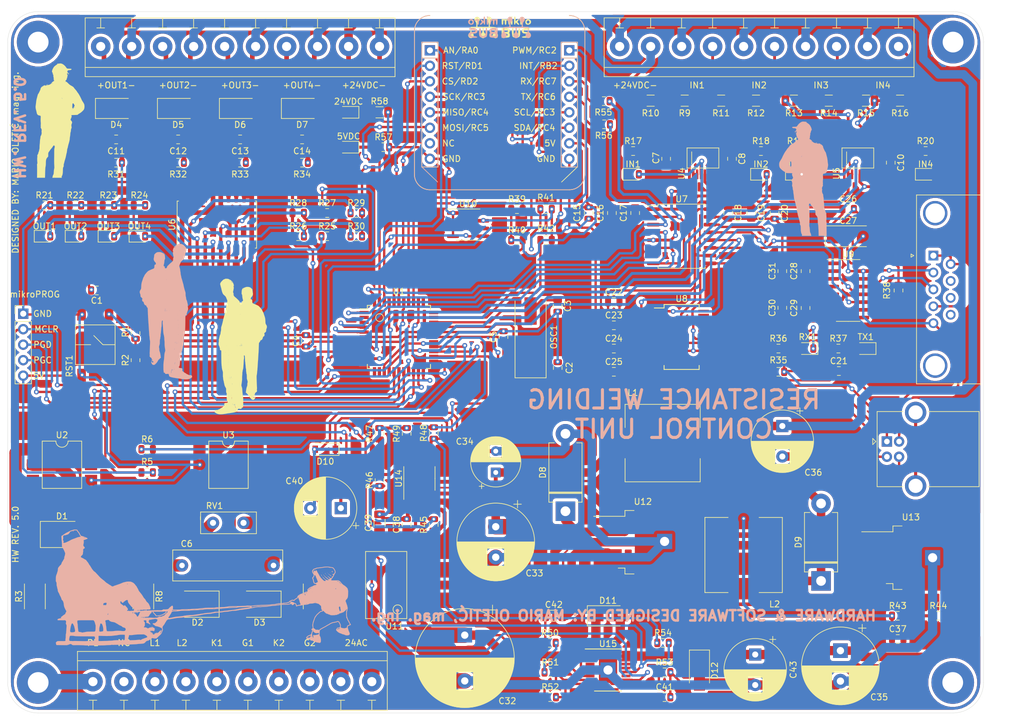
<source format=kicad_pcb>
(kicad_pcb (version 20171130) (host pcbnew "(5.1.5)-3")
  (title_block (title "Electric Resistance Welding Control UNit") (date 19.06.2020) (rev 5.0) (comment 4 "DESIGNED BY: MARIO OLETIĆ, mag.ing."))
  (layers (0 F.Cu signal) (31 B.Cu signal) (34 B.Paste user) (35 F.Paste user) (36 B.SilkS user) (37 F.SilkS user) (38 B.Mask user) (39 F.Mask user) (44 Edge.Cuts user))
  (net 0 "")
  (net 1 "Net-(C1-Pad1)")
  (net 2 GND)
  (net 3 OSC1)
  (net 4 OSC2)
  (net 5 +5V)
  (net 6 K2)
  (net 7 "Net-(C6-Pad1)")
  (net 8 "Net-(C7-Pad1)")
  (net 9 "Net-(C8-Pad1)")
  (net 10 "Net-(C9-Pad1)")
  (net 11 "Net-(C10-Pad1)")
  (net 12 O1)
  (net 13 O2)
  (net 14 O3)
  (net 15 O4)
  (net 16 GNDA)
  (net 17 +VSW)
  (net 18 "Net-(C21-Pad1)")
  (net 19 "Net-(C28-Pad1)")
  (net 20 "Net-(C28-Pad2)")
  (net 21 "Net-(C29-Pad2)")
  (net 22 "Net-(C29-Pad1)")
  (net 23 "Net-(C30-Pad1)")
  (net 24 "Net-(C31-Pad1)")
  (net 25 "Net-(D1-Pad1)")
  (net 26 "Net-(D1-Pad2)")
  (net 27 K1)
  (net 28 G1)
  (net 29 G2)
  (net 30 IN1)
  (net 31 "Net-(IN1-Pad1)")
  (net 32 "Net-(IN2-Pad1)")
  (net 33 IN2)
  (net 34 IN3)
  (net 35 "Net-(IN3-Pad1)")
  (net 36 "Net-(IN4-Pad1)")
  (net 37 IN4)
  (net 38 MCLR)
  (net 39 PGD)
  (net 40 PGC)
  (net 41 D+)
  (net 42 "Net-(J2-Pad5)")
  (net 43 D-)
  (net 44 "Net-(J3-Pad7)")
  (net 45 "Net-(J3-Pad1)")
  (net 46 RXS)
  (net 47 "Net-(J3-Pad9)")
  (net 48 "Net-(J3-Pad8)")
  (net 49 TXS)
  (net 50 "Net-(OUT1-Pad1)")
  (net 51 OUT1)
  (net 52 OUT2)
  (net 53 "Net-(OUT2-Pad1)")
  (net 54 OUT3)
  (net 55 "Net-(OUT3-Pad1)")
  (net 56 "Net-(OUT4-Pad1)")
  (net 57 OUT4)
  (net 58 24AC1)
  (net 59 24AC2)
  (net 60 SYNC)
  (net 61 "Net-(R6-Pad2)")
  (net 62 TRIG)
  (net 63 "Net-(R7-Pad1)")
  (net 64 "Net-(R9-Pad1)")
  (net 65 I1)
  (net 66 "Net-(R11-Pad1)")
  (net 67 I2)
  (net 68 "Net-(R13-Pad1)")
  (net 69 I3)
  (net 70 "Net-(R15-Pad1)")
  (net 71 I4)
  (net 72 ST12)
  (net 73 S12)
  (net 74 S34)
  (net 75 ST34)
  (net 76 "Net-(R29-Pad1)")
  (net 77 "Net-(R30-Pad1)")
  (net 78 "Net-(R35-Pad2)")
  (net 79 "Net-(R36-Pad2)")
  (net 80 "Net-(R37-Pad2)")
  (net 81 RSER)
  (net 82 "Net-(RX1-Pad1)")
  (net 83 "Net-(TX1-Pad1)")
  (net 84 RX1)
  (net 85 "Net-(U1-Pad2)")
  (net 86 "Net-(U1-Pad3)")
  (net 87 TX2)
  (net 88 RX2)
  (net 89 INT)
  (net 90 "Net-(U1-Pad12)")
  (net 91 "Net-(U1-Pad13)")
  (net 92 AN)
  (net 93 "Net-(U1-Pad27)")
  (net 94 WP)
  (net 95 "Net-(U1-Pad33)")
  (net 96 "Net-(U1-Pad34)")
  (net 97 FLT1)
  (net 98 PWM)
  (net 99 SCL)
  (net 100 FLT2)
  (net 101 RST)
  (net 102 CS)
  (net 103 SHDN)
  (net 104 SDA)
  (net 105 MOSI)
  (net 106 TX1)
  (net 107 "Net-(U2-Pad6)")
  (net 108 "Net-(U2-Pad3)")
  (net 109 "Net-(U3-Pad5)")
  (net 110 "Net-(U3-Pad3)")
  (net 111 "Net-(U4-Pad12)")
  (net 112 "Net-(U4-Pad13)")
  (net 113 "Net-(U5-Pad13)")
  (net 114 "Net-(U5-Pad12)")
  (net 115 +24V)
  (net 116 TSER)
  (net 117 TUSB)
  (net 118 RUSB)
  (net 119 "Net-(U8-Pad2)")
  (net 120 "Net-(U8-Pad3)")
  (net 121 "Net-(U8-Pad6)")
  (net 122 "Net-(U8-Pad9)")
  (net 123 "Net-(U8-Pad10)")
  (net 124 "Net-(U8-Pad11)")
  (net 125 "Net-(U8-Pad12)")
  (net 126 "Net-(U8-Pad13)")
  (net 127 "Net-(U8-Pad14)")
  (net 128 "Net-(U8-Pad27)")
  (net 129 "Net-(U8-Pad28)")
  (net 130 "Net-(U9-Pad7)")
  (net 131 "Net-(U9-Pad8)")
  (net 132 "Net-(U9-Pad9)")
  (net 133 "Net-(U9-Pad10)")
  (net 134 WPR)
  (net 135 +BATT)
  (net 136 VCC)
  (net 137 VEE)
  (net 138 FB)
  (net 139 "Net-(D8-Pad1)")
  (net 140 "Net-(D9-Pad1)")
  (net 141 AC1)
  (net 142 AC2)
  (net 143 "Net-(C38-Pad1)")
  (net 144 "Net-(R45-Pad2)")
  (net 145 "Net-(R46-Pad2)")
  (net 146 "Net-(C41-Pad1)")
  (net 147 "Net-(R49-Pad1)")
  (net 148 "Net-(R50-Pad2)")
  (net 149 "Net-(R51-Pad2)")
  (net 150 "Net-(R53-Pad1)")
  (net 151 "Net-(U15-Pad14)")
  (net 152 "Net-(U15-Pad16)")
  (net 153 "Net-(J4-Pad7)")
  (net 154 "Net-(J4-Pad13)")
  (net 155 "Net-(J4-Pad14)")
  (net 156 PE)
  (net 157 "Net-(J7-Pad2)")
  (net 158 "Net-(PWR5-Pad1)")
  (net 159 "Net-(PWR24-Pad1)")
  (net 160 "Net-(H1-Pad1)")
  (net 161 "Net-(H3-Pad1)")
  (net 162 "Net-(H4-Pad1)")
  (module ERW_ControlUnit:m&d_logo (layer B.Cu) (at 106.68 88.9 180)
    (fp_text reference G*** hide)
    (fp_text value LOGO hide)
  )
  (module ERW_ControlUnit:m&d_logo (layer F.Cu) (at 117.475 94.615)
    (fp_text reference G*** hide)
    (fp_text value LOGO hide)
  )
  (module ERW_ControlUnit:me_logo (layer B.Cu) (at 210.82 67.31 180)
    (fp_text reference G*** hide)
    (fp_text value LOGO hide)
  )
  (module ERW_ControlUnit:mikroBUS_socket_BSilk (layer B.Cu) (at 160.655 69.215 180)
    (fp_text reference REF** hide)
    (fp_text value mikroBUS_socket_BSilk hide)
  )
  (module ERW_ControlUnit:ThermalHole (layer F.Cu) (at 231.648 129.54)
    (fp_text reference REF** hide)
    (fp_text value ThermalHole hide)
    (pad 1 thru_hole rect (at 0 0) (size 2.5 2.5) (drill 1.5) (layers *.Cu *.Mask) (net 2 GND))
  )
  (module ERW_ControlUnit:ThermalHole (layer F.Cu) (at 187.706 126.873)
    (fp_text reference REF** hide)
    (fp_text value ThermalHole hide)
    (pad 1 thru_hole rect (at 0 0) (size 2.5 2.5) (drill 1.5) (layers *.Cu *.Mask) (net 2 GND))
  )
  (module ERW_ControlUnit:me_logo (layer F.Cu) (at 88.265 57.785)
    (fp_text reference G*** hide)
    (fp_text value LOGO hide)
  )
  (module ERW_ControlUnit:m&d_logo7 (layer B.Cu) (at 111.76 133.985 180)
    (fp_text reference G*** hide)
    (fp_text value LOGO hide)
  )
  (module ERW_ControlUnit:ThermalHole (layer F.Cu) (at 178.435 147.955)
    (fp_text reference REF** hide)
    (fp_text value ThermalHole hide)
    (pad 1 thru_hole rect (at 0 0) (size 2.5 2.5) (drill 1.5) (layers *.Cu *.Mask) (net 2 GND))
  )
  (module Capacitor_SMD:C_0805_2012Metric (layer F.Cu) (at 94.615 85.725 180)
    (fp_text reference C1 (at 0 -1.65) (layer F.SilkS))
    (fp_text value 0,1uF hide)
    (pad 1 smd roundrect (at -0.9375 0 180) (size 0.975 1.4) (layers F.Cu F.Paste F.Mask) (net 1 "Net-(C1-Pad1)"))
    (pad 2 smd roundrect (at 0.9375 0 180) (size 0.975 1.4) (layers F.Cu F.Paste F.Mask) (net 2 GND))
  )
  (module Capacitor_SMD:C_0805_2012Metric (layer F.Cu) (at 170.18 98.425 90)
    (fp_text reference C2 (at 0 1.905 90) (layer F.SilkS))
    (fp_text value 22pF hide)
    (pad 2 smd roundrect (at 0.9375 0 90) (size 0.975 1.4) (layers F.Cu F.Paste F.Mask) (net 2 GND))
    (pad 1 smd roundrect (at -0.9375 0 90) (size 0.975 1.4) (layers F.Cu F.Paste F.Mask) (net 3 OSC1))
  )
  (module Capacitor_SMD:C_0805_2012Metric (layer F.Cu) (at 170.18 88.265 270)
    (fp_text reference C3 (at 0 -1.65 90) (layer F.SilkS))
    (fp_text value 22pF hide)
    (pad 1 smd roundrect (at -0.9375 0 270) (size 0.975 1.4) (layers F.Cu F.Paste F.Mask) (net 4 OSC2))
    (pad 2 smd roundrect (at 0.9375 0 270) (size 0.975 1.4) (layers F.Cu F.Paste F.Mask) (net 2 GND))
  )
  (module Capacitor_SMD:C_0805_2012Metric (layer F.Cu) (at 128.905 93.98 90)
    (fp_text reference C4 (at 0 -1.65 90) (layer F.SilkS))
    (fp_text value 0,1uF hide)
    (pad 2 smd roundrect (at 0.9375 0 90) (size 0.975 1.4) (layers F.Cu F.Paste F.Mask) (net 2 GND))
    (pad 1 smd roundrect (at -0.9375 0 90) (size 0.975 1.4) (layers F.Cu F.Paste F.Mask) (net 5 +5V))
  )
  (module Capacitor_SMD:C_0805_2012Metric (layer F.Cu) (at 161.29 93.345 90)
    (fp_text reference C5 (at 0 -1.65 90) (layer F.SilkS))
    (fp_text value 0,1uF hide)
    (pad 1 smd roundrect (at -0.9375 0 90) (size 0.975 1.4) (layers F.Cu F.Paste F.Mask) (net 5 +5V))
    (pad 2 smd roundrect (at 0.9375 0 90) (size 0.975 1.4) (layers F.Cu F.Paste F.Mask) (net 2 GND))
  )
  (module Capacitor_SMD:C_0805_2012Metric (layer F.Cu) (at 187.96 64.135 270)
    (fp_text reference C7 (at -0.127 1.651 90) (layer F.SilkS))
    (fp_text value 10nF hide)
    (pad 2 smd roundrect (at 0.9375 0 270) (size 0.975 1.4) (layers F.Cu F.Paste F.Mask) (net 2 GND))
    (pad 1 smd roundrect (at -0.9375 0 270) (size 0.975 1.4) (layers F.Cu F.Paste F.Mask) (net 8 "Net-(C7-Pad1)"))
  )
  (module Capacitor_SMD:C_0805_2012Metric (layer F.Cu) (at 198.755 64.135 270)
    (fp_text reference C8 (at 0 -1.65 90) (layer F.SilkS))
    (fp_text value 10nF hide)
    (pad 1 smd roundrect (at -0.9375 0 270) (size 0.975 1.4) (layers F.Cu F.Paste F.Mask) (net 9 "Net-(C8-Pad1)"))
    (pad 2 smd roundrect (at 0.9375 0 270) (size 0.975 1.4) (layers F.Cu F.Paste F.Mask) (net 2 GND))
  )
  (module Capacitor_SMD:C_0805_2012Metric (layer F.Cu) (at 213.36 64.4675 270)
    (fp_text reference C9 (at 0.0485 1.651 90) (layer F.SilkS))
    (fp_text value 10nF hide)
    (pad 1 smd roundrect (at -0.9375 0 270) (size 0.975 1.4) (layers F.Cu F.Paste F.Mask) (net 10 "Net-(C9-Pad1)"))
    (pad 2 smd roundrect (at 0.9375 0 270) (size 0.975 1.4) (layers F.Cu F.Paste F.Mask) (net 2 GND))
  )
  (module Capacitor_SMD:C_0805_2012Metric (layer F.Cu) (at 224.79 64.77 270)
    (fp_text reference C10 (at 0 -1.65 90) (layer F.SilkS))
    (fp_text value 10nF hide)
    (pad 1 smd roundrect (at -0.9375 0 270) (size 0.975 1.4) (layers F.Cu F.Paste F.Mask) (net 11 "Net-(C10-Pad1)"))
    (pad 2 smd roundrect (at 0.9375 0 270) (size 0.975 1.4) (layers F.Cu F.Paste F.Mask) (net 2 GND))
  )
  (module Capacitor_SMD:C_0805_2012Metric (layer F.Cu) (at 97.79 60.96)
    (fp_text reference C11 (at 0 1.905) (layer F.SilkS))
    (fp_text value 4.7nF hide)
    (pad 1 smd roundrect (at -0.9375 0) (size 0.975 1.4) (layers F.Cu F.Paste F.Mask) (net 12 O1))
    (pad 2 smd roundrect (at 0.9375 0) (size 0.975 1.4) (layers F.Cu F.Paste F.Mask) (net 2 GND))
  )
  (module Capacitor_SMD:C_0805_2012Metric (layer F.Cu) (at 107.95 60.96)
    (fp_text reference C12 (at 0 1.905) (layer F.SilkS))
    (fp_text value 4.7nF hide)
    (pad 1 smd roundrect (at -0.9375 0) (size 0.975 1.4) (layers F.Cu F.Paste F.Mask) (net 13 O2))
    (pad 2 smd roundrect (at 0.9375 0) (size 0.975 1.4) (layers F.Cu F.Paste F.Mask) (net 2 GND))
  )
  (module Capacitor_SMD:C_0805_2012Metric (layer F.Cu) (at 118.11 60.96)
    (fp_text reference C13 (at 0 1.905) (layer F.SilkS))
    (fp_text value 4.7nF hide)
    (pad 2 smd roundrect (at 0.9375 0) (size 0.975 1.4) (layers F.Cu F.Paste F.Mask) (net 2 GND))
    (pad 1 smd roundrect (at -0.9375 0) (size 0.975 1.4) (layers F.Cu F.Paste F.Mask) (net 14 O3))
  )
  (module Capacitor_SMD:C_0805_2012Metric (layer F.Cu) (at 128.27 60.96)
    (fp_text reference C14 (at 0 1.905) (layer F.SilkS))
    (fp_text value 4.7nF hide)
    (pad 1 smd roundrect (at -0.9375 0) (size 0.975 1.4) (layers F.Cu F.Paste F.Mask) (net 15 O4))
    (pad 2 smd roundrect (at 0.9375 0) (size 0.975 1.4) (layers F.Cu F.Paste F.Mask) (net 2 GND))
  )
  (module Capacitor_SMD:C_0805_2012Metric (layer F.Cu) (at 175.26 73.025 270)
    (fp_text reference C15 (at 0 1.905 90) (layer F.SilkS))
    (fp_text value 10uF hide)
    (pad 2 smd roundrect (at 0.9375 0 270) (size 0.975 1.4) (layers F.Cu F.Paste F.Mask) (net 2 GND))
    (pad 1 smd roundrect (at -0.9375 0 270) (size 0.975 1.4) (layers F.Cu F.Paste F.Mask) (net 5 +5V))
  )
  (module Capacitor_SMD:C_0805_2012Metric (layer F.Cu) (at 179.07 73.025 270)
    (fp_text reference C16 (at 0 1.905 90) (layer F.SilkS))
    (fp_text value 1uF hide)
    (pad 1 smd roundrect (at -0.9375 0 270) (size 0.975 1.4) (layers F.Cu F.Paste F.Mask) (net 5 +5V))
    (pad 2 smd roundrect (at 0.9375 0 270) (size 0.975 1.4) (layers F.Cu F.Paste F.Mask) (net 2 GND))
  )
  (module Capacitor_SMD:C_0805_2012Metric (layer F.Cu) (at 182.88 73.025 270)
    (fp_text reference C17 (at 0 1.905 90) (layer F.SilkS))
    (fp_text value 0.1uF hide)
    (pad 2 smd roundrect (at 0.9375 0 270) (size 0.975 1.4) (layers F.Cu F.Paste F.Mask) (net 2 GND))
    (pad 1 smd roundrect (at -0.9375 0 270) (size 0.975 1.4) (layers F.Cu F.Paste F.Mask) (net 5 +5V))
  )
  (module Capacitor_SMD:C_0805_2012Metric (layer F.Cu) (at 198.12 73.025 270)
    (fp_text reference C18 (at 0 -1.65 90) (layer F.SilkS))
    (fp_text value 0.1uF hide)
    (pad 2 smd roundrect (at 0.9375 0 270) (size 0.975 1.4) (layers F.Cu F.Paste F.Mask) (net 16 GNDA))
    (pad 1 smd roundrect (at -0.9375 0 270) (size 0.975 1.4) (layers F.Cu F.Paste F.Mask) (net 17 +VSW))
  )
  (module Capacitor_SMD:C_0805_2012Metric (layer F.Cu) (at 201.93 73.025 270)
    (fp_text reference C19 (at 0 -1.65 90) (layer F.SilkS))
    (fp_text value 1uF hide)
    (pad 1 smd roundrect (at -0.9375 0 270) (size 0.975 1.4) (layers F.Cu F.Paste F.Mask) (net 17 +VSW))
    (pad 2 smd roundrect (at 0.9375 0 270) (size 0.975 1.4) (layers F.Cu F.Paste F.Mask) (net 16 GNDA))
  )
  (module Capacitor_SMD:C_0805_2012Metric (layer F.Cu) (at 205.74 73.025 270)
    (fp_text reference C20 (at 0 -1.65 90) (layer F.SilkS))
    (fp_text value 10uF hide)
    (pad 2 smd roundrect (at 0.9375 0 270) (size 0.975 1.4) (layers F.Cu F.Paste F.Mask) (net 16 GNDA))
    (pad 1 smd roundrect (at -0.9375 0 270) (size 0.975 1.4) (layers F.Cu F.Paste F.Mask) (net 17 +VSW))
  )
  (module Capacitor_SMD:C_0805_2012Metric (layer F.Cu) (at 216.281 98.933)
    (fp_text reference C21 (at 0 -1.65) (layer F.SilkS))
    (fp_text value 0.1uF hide)
    (pad 2 smd roundrect (at 0.9375 0) (size 0.975 1.4) (layers F.Cu F.Paste F.Mask) (net 16 GNDA))
    (pad 1 smd roundrect (at -0.9375 0) (size 0.975 1.4) (layers F.Cu F.Paste F.Mask) (net 18 "Net-(C21-Pad1)"))
  )
  (module Capacitor_SMD:C_0805_2012Metric (layer F.Cu) (at 179.3725 87.63)
    (fp_text reference C22 (at 0 -1.65) (layer F.SilkS))
    (fp_text value 0.1uF hide)
    (pad 1 smd roundrect (at -0.9375 0) (size 0.975 1.4) (layers F.Cu F.Paste F.Mask) (net 17 +VSW))
    (pad 2 smd roundrect (at 0.9375 0) (size 0.975 1.4) (layers F.Cu F.Paste F.Mask) (net 16 GNDA))
  )
  (module Capacitor_SMD:C_0805_2012Metric (layer F.Cu) (at 179.3875 91.44)
    (fp_text reference C23 (at 0 -1.65) (layer F.SilkS))
    (fp_text value 0.1uF hide)
    (pad 2 smd roundrect (at 0.9375 0) (size 0.975 1.4) (layers F.Cu F.Paste F.Mask) (net 16 GNDA))
    (pad 1 smd roundrect (at -0.9375 0) (size 0.975 1.4) (layers F.Cu F.Paste F.Mask) (net 17 +VSW))
  )
  (module Capacitor_SMD:C_0805_2012Metric (layer F.Cu) (at 179.3875 95.25)
    (fp_text reference C24 (at 0 -1.65) (layer F.SilkS))
    (fp_text value 10uF hide)
    (pad 1 smd roundrect (at -0.9375 0) (size 0.975 1.4) (layers F.Cu F.Paste F.Mask) (net 17 +VSW))
    (pad 2 smd roundrect (at 0.9375 0) (size 0.975 1.4) (layers F.Cu F.Paste F.Mask) (net 16 GNDA))
  )
  (module Capacitor_SMD:C_0805_2012Metric (layer F.Cu) (at 179.3875 99.06)
    (fp_text reference C25 (at 0 -1.65) (layer F.SilkS))
    (fp_text value 10nF hide)
    (pad 2 smd roundrect (at 0.9375 0) (size 0.975 1.4) (layers F.Cu F.Paste F.Mask) (net 16 GNDA))
    (pad 1 smd roundrect (at -0.9375 0) (size 0.975 1.4) (layers F.Cu F.Paste F.Mask) (net 17 +VSW))
  )
  (module Capacitor_SMD:C_0805_2012Metric (layer F.Cu) (at 217.805 72.39)
    (fp_text reference C26 (at 0 -1.65) (layer F.SilkS))
    (fp_text value 0.1uF hide)
    (pad 2 smd roundrect (at 0.9375 0) (size 0.975 1.4) (layers F.Cu F.Paste F.Mask) (net 16 GNDA))
    (pad 1 smd roundrect (at -0.9375 0) (size 0.975 1.4) (layers F.Cu F.Paste F.Mask) (net 17 +VSW))
  )
  (module Capacitor_Tantalum_SMD:CP_EIA-6032-20_AVX-F (layer F.Cu) (at 217.805 76.835)
    (fp_text reference C27 (at 0 -2.55) (layer F.SilkS))
    (fp_text value 10uF hide)
    (pad 1 smd roundrect (at -2.4625 0) (size 2.075 2.35) (layers F.Cu F.Paste F.Mask) (roundrect_rratio 0.120482) (net 17 +VSW))
    (pad 2 smd roundrect (at 2.4625 0) (size 2.075 2.35) (layers F.Cu F.Paste F.Mask) (roundrect_rratio 0.120482) (net 16 GNDA))
  )
  (module Capacitor_SMD:C_0805_2012Metric (layer F.Cu) (at 210.82 82.55 270)
    (fp_text reference C28 (at 0 1.905 90) (layer F.SilkS))
    (fp_text value 0.1uF hide)
    (pad 1 smd roundrect (at -0.9375 0 270) (size 0.975 1.4) (layers F.Cu F.Paste F.Mask) (net 19 "Net-(C28-Pad1)"))
    (pad 2 smd roundrect (at 0.9375 0 270) (size 0.975 1.4) (layers F.Cu F.Paste F.Mask) (net 20 "Net-(C28-Pad2)"))
  )
  (module Capacitor_SMD:C_0805_2012Metric (layer F.Cu) (at 210.82 88.5975 270)
    (fp_text reference C29 (at 0 1.905 90) (layer F.SilkS))
    (fp_text value 470nF hide)
    (pad 2 smd roundrect (at 0.9375 0 270) (size 0.975 1.4) (layers F.Cu F.Paste F.Mask) (net 21 "Net-(C29-Pad2)"))
    (pad 1 smd roundrect (at -0.9375 0 270) (size 0.975 1.4) (layers F.Cu F.Paste F.Mask) (net 22 "Net-(C29-Pad1)"))
  )
  (module Capacitor_SMD:C_0805_2012Metric (layer F.Cu) (at 207.01 88.5675 90)
    (fp_text reference C30 (at 0 -1.65 90) (layer F.SilkS))
    (fp_text value 470nF hide)
    (pad 1 smd roundrect (at -0.9375 0 90) (size 0.975 1.4) (layers F.Cu F.Paste F.Mask) (net 23 "Net-(C30-Pad1)"))
    (pad 2 smd roundrect (at 0.9375 0 90) (size 0.975 1.4) (layers F.Cu F.Paste F.Mask) (net 16 GNDA))
  )
  (module Capacitor_SMD:C_0805_2012Metric (layer F.Cu) (at 207.01 82.55 90)
    (fp_text reference C31 (at 0 -1.65 90) (layer F.SilkS))
    (fp_text value 470nF hide)
    (pad 2 smd roundrect (at 0.9375 0 90) (size 0.975 1.4) (layers F.Cu F.Paste F.Mask) (net 16 GNDA))
    (pad 1 smd roundrect (at -0.9375 0 90) (size 0.975 1.4) (layers F.Cu F.Paste F.Mask) (net 24 "Net-(C31-Pad1)"))
  )
  (module Diode_SMD:D_SMB (layer F.Cu) (at 88.9 125.73)
    (fp_text reference D1 (at 0 -3) (layer F.SilkS))
    (fp_text value D hide)
    (pad 1 smd rect (at -2.15 0) (size 2.5 2.3) (layers F.Cu F.Paste F.Mask) (net 25 "Net-(D1-Pad1)"))
    (pad 2 smd rect (at 2.15 0) (size 2.5 2.3) (layers F.Cu F.Paste F.Mask) (net 26 "Net-(D1-Pad2)"))
  )
  (module Diode_SMD:D_SMB (layer F.Cu) (at 111.125 137.16 180)
    (fp_text reference D2 (at 0 -3) (layer F.SilkS))
    (fp_text value D hide)
    (pad 2 smd rect (at 2.15 0 180) (size 2.5 2.3) (layers F.Cu F.Paste F.Mask) (net 27 K1))
    (pad 1 smd rect (at -2.15 0 180) (size 2.5 2.3) (layers F.Cu F.Paste F.Mask) (net 28 G1))
  )
  (module Diode_SMD:D_SMB (layer F.Cu) (at 121.285 137.16 180)
    (fp_text reference D3 (at 0 -3) (layer F.SilkS))
    (fp_text value D hide)
    (pad 1 smd rect (at -2.15 0 180) (size 2.5 2.3) (layers F.Cu F.Paste F.Mask) (net 29 G2))
    (pad 2 smd rect (at 2.15 0 180) (size 2.5 2.3) (layers F.Cu F.Paste F.Mask) (net 6 K2))
  )
  (module Diode_SMD:D_SMA (layer F.Cu) (at 97.79 55.88)
    (fp_text reference D4 (at 0 2.667) (layer F.SilkS))
    (fp_text value D hide)
    (pad 1 smd rect (at -2 0) (size 2.5 1.8) (layers F.Cu F.Paste F.Mask) (net 12 O1))
    (pad 2 smd rect (at 2 0) (size 2.5 1.8) (layers F.Cu F.Paste F.Mask) (net 2 GND))
  )
  (module Diode_SMD:D_SMA (layer F.Cu) (at 107.95 55.88)
    (fp_text reference D5 (at 0 2.667) (layer F.SilkS))
    (fp_text value D hide)
    (pad 1 smd rect (at -2 0) (size 2.5 1.8) (layers F.Cu F.Paste F.Mask) (net 13 O2))
    (pad 2 smd rect (at 2 0) (size 2.5 1.8) (layers F.Cu F.Paste F.Mask) (net 2 GND))
  )
  (module Diode_SMD:D_SMA (layer F.Cu) (at 118.11 55.88)
    (fp_text reference D6 (at 0 2.667) (layer F.SilkS))
    (fp_text value D hide)
    (pad 2 smd rect (at 2 0) (size 2.5 1.8) (layers F.Cu F.Paste F.Mask) (net 2 GND))
    (pad 1 smd rect (at -2 0) (size 2.5 1.8) (layers F.Cu F.Paste F.Mask) (net 14 O3))
  )
  (module Diode_SMD:D_SMA (layer F.Cu) (at 128.27 55.88)
    (fp_text reference D7 (at 0 2.667) (layer F.SilkS))
    (fp_text value D hide)
    (pad 2 smd rect (at 2 0) (size 2.5 1.8) (layers F.Cu F.Paste F.Mask) (net 2 GND))
    (pad 1 smd rect (at -2 0) (size 2.5 1.8) (layers F.Cu F.Paste F.Mask) (net 15 O4))
  )
  (module LED_SMD:LED_0805_2012Metric (layer F.Cu) (at 182.5475 66.675)
    (fp_text reference IN1 (at 0 -1.65) (layer F.SilkS))
    (fp_text value LED hide)
    (pad 2 smd roundrect (at 0.9375 0) (size 0.975 1.4) (layers F.Cu F.Paste F.Mask) (net 30 IN1))
    (pad 1 smd roundrect (at -0.9375 0) (size 0.975 1.4) (layers F.Cu F.Paste F.Mask) (net 31 "Net-(IN1-Pad1)"))
  )
  (module LED_SMD:LED_0805_2012Metric (layer F.Cu) (at 203.5025 66.675)
    (fp_text reference IN2 (at 0 -1.65) (layer F.SilkS))
    (fp_text value LED hide)
    (pad 1 smd roundrect (at -0.9375 0) (size 0.975 1.4) (layers F.Cu F.Paste F.Mask) (net 32 "Net-(IN2-Pad1)"))
    (pad 2 smd roundrect (at 0.9375 0) (size 0.975 1.4) (layers F.Cu F.Paste F.Mask) (net 33 IN2))
  )
  (module LED_SMD:LED_0805_2012Metric (layer F.Cu) (at 209.2175 66.675)
    (fp_text reference IN3 (at 0 -1.65) (layer F.SilkS))
    (fp_text value LED hide)
    (pad 2 smd roundrect (at 0.9375 0) (size 0.975 1.4) (layers F.Cu F.Paste F.Mask) (net 34 IN3))
    (pad 1 smd roundrect (at -0.9375 0) (size 0.975 1.4) (layers F.Cu F.Paste F.Mask) (net 35 "Net-(IN3-Pad1)"))
  )
  (module LED_SMD:LED_0805_2012Metric (layer F.Cu) (at 230.505 66.675)
    (fp_text reference IN4 (at 0 -1.65) (layer F.SilkS))
    (fp_text value LED hide)
    (pad 1 smd roundrect (at -0.9375 0) (size 0.975 1.4) (layers F.Cu F.Paste F.Mask) (net 36 "Net-(IN4-Pad1)"))
    (pad 2 smd roundrect (at 0.9375 0) (size 0.975 1.4) (layers F.Cu F.Paste F.Mask) (net 37 IN4))
  )
  (module Connector_PinHeader_2.54mm:PinHeader_1x05_P2.54mm_Vertical (layer F.Cu) (at 82.55 89.535)
    (fp_text reference J1 hide)
    (fp_text value PROGRAM hide)
    (pad 1 thru_hole rect (at 0 0) (size 1.7 1.7) (drill 1) (layers *.Cu *.Mask) (net 2 GND))
    (pad 2 thru_hole oval (at 0 2.54) (size 1.7 1.7) (drill 1) (layers *.Cu *.Mask) (net 38 MCLR))
    (pad 3 thru_hole oval (at 0 5.08) (size 1.7 1.7) (drill 1) (layers *.Cu *.Mask) (net 39 PGD))
    (pad 4 thru_hole oval (at 0 7.62) (size 1.7 1.7) (drill 1) (layers *.Cu *.Mask) (net 40 PGC))
    (pad 5 thru_hole oval (at 0 10.16) (size 1.7 1.7) (drill 1) (layers *.Cu *.Mask) (net 5 +5V))
  )
  (module ERW_ControlUnit:USB-B_CONN (layer F.Cu) (at 224.155 110.49)
    (fp_text reference J2 hide)
    (fp_text value USB_B hide)
    (pad 3 thru_hole circle (at 2 2.5) (size 1.7 1.7) (drill 0.92) (layers *.Cu *.Mask) (net 41 D+))
    (pad 5 thru_hole circle (at 4.71 7.27) (size 3.5 3.5) (drill 2.33) (layers *.Cu *.Mask) (net 42 "Net-(J2-Pad5)"))
    (pad 1 thru_hole rect (at 0 0) (size 1.7 1.7) (drill 0.92) (layers *.Cu *.Mask) (net 17 +VSW))
    (pad 5 thru_hole circle (at 4.71 -4.77) (size 3.5 3.5) (drill 2.33) (layers *.Cu *.Mask) (net 42 "Net-(J2-Pad5)"))
    (pad 2 thru_hole circle (at 0 2.5) (size 1.7 1.7) (drill 0.92) (layers *.Cu *.Mask) (net 43 D-))
    (pad 4 thru_hole circle (at 2 0) (size 1.7 1.7) (drill 0.92) (layers *.Cu *.Mask) (net 16 GNDA))
  )
  (module ERW_ControlUnit:DSUB-9_CONN_F (layer F.Cu) (at 231.775 80.01 90)
    (fp_text reference J3 hide)
    (fp_text value DB9_Female hide)
    (pad 7 thru_hole circle (at -4.155 2.84 90) (size 1.6 1.6) (drill 1) (layers *.Cu *.Mask) (net 44 "Net-(J3-Pad7)"))
    (pad 4 thru_hole circle (at -8.31 0 90) (size 1.6 1.6) (drill 1) (layers *.Cu *.Mask) (net 45 "Net-(J3-Pad1)"))
    (pad 3 thru_hole circle (at -5.54 0 90) (size 1.6 1.6) (drill 1) (layers *.Cu *.Mask) (net 46 RXS))
    (pad 0 thru_hole circle (at -18.04 0.3 90) (size 4 4) (drill 3.2) (layers *.Cu *.Mask))
    (pad 6 thru_hole circle (at -1.385 2.84 90) (size 1.6 1.6) (drill 1) (layers *.Cu *.Mask) (net 45 "Net-(J3-Pad1)"))
    (pad 9 thru_hole circle (at -9.695 2.84 90) (size 1.6 1.6) (drill 1) (layers *.Cu *.Mask) (net 47 "Net-(J3-Pad9)"))
    (pad 8 thru_hole circle (at -6.925 2.84 90) (size 1.6 1.6) (drill 1) (layers *.Cu *.Mask) (net 48 "Net-(J3-Pad8)"))
    (pad 2 thru_hole circle (at -2.77 0 90) (size 1.6 1.6) (drill 1) (layers *.Cu *.Mask) (net 49 TXS))
    (pad 1 thru_hole rect (at 0 0 90) (size 1.6 1.6) (drill 1) (layers *.Cu *.Mask) (net 45 "Net-(J3-Pad1)"))
    (pad 0 thru_hole circle (at 6.96 0.3 90) (size 4 4) (drill 3.2) (layers *.Cu *.Mask))
    (pad 5 thru_hole circle (at -11.08 0 90) (size 1.6 1.6) (drill 1) (layers *.Cu *.Mask) (net 16 GNDA))
  )
  (module Crystal:Crystal_SMD_HC49-SD (layer F.Cu) (at 165.735 93.345 90)
    (fp_text reference OSC1 (at 0 3.81 90) (layer F.SilkS))
    (fp_text value 8MHz hide)
    (pad 1 smd rect (at -4.25 0 90) (size 4.5 2) (layers F.Cu F.Paste F.Mask) (net 3 OSC1))
    (pad 2 smd rect (at 4.25 0 90) (size 4.5 2) (layers F.Cu F.Paste F.Mask) (net 4 OSC2))
  )
  (module LED_SMD:LED_0805_2012Metric (layer F.Cu) (at 86.0425 76.835)
    (fp_text reference OUT1 (at 0 -1.65) (layer F.SilkS))
    (fp_text value LED hide)
    (pad 1 smd roundrect (at -0.9375 0) (size 0.975 1.4) (layers F.Cu F.Paste F.Mask) (net 50 "Net-(OUT1-Pad1)"))
    (pad 2 smd roundrect (at 0.9375 0) (size 0.975 1.4) (layers F.Cu F.Paste F.Mask) (net 51 OUT1))
  )
  (module LED_SMD:LED_0805_2012Metric (layer F.Cu) (at 91.1225 76.835)
    (fp_text reference OUT2 (at 0 -1.65) (layer F.SilkS))
    (fp_text value LED hide)
    (pad 2 smd roundrect (at 0.9375 0) (size 0.975 1.4) (layers F.Cu F.Paste F.Mask) (net 52 OUT2))
    (pad 1 smd roundrect (at -0.9375 0) (size 0.975 1.4) (layers F.Cu F.Paste F.Mask) (net 53 "Net-(OUT2-Pad1)"))
  )
  (module LED_SMD:LED_0805_2012Metric (layer F.Cu) (at 96.52 76.835)
    (fp_text reference OUT3 (at 0 -1.65) (layer F.SilkS))
    (fp_text value LED hide)
    (pad 2 smd roundrect (at 0.9375 0) (size 0.975 1.4) (layers F.Cu F.Paste F.Mask) (net 54 OUT3))
    (pad 1 smd roundrect (at -0.9375 0) (size 0.975 1.4) (layers F.Cu F.Paste F.Mask) (net 55 "Net-(OUT3-Pad1)"))
  )
  (module LED_SMD:LED_0805_2012Metric (layer F.Cu) (at 101.6 76.835)
    (fp_text reference OUT4 (at 0 -1.65) (layer F.SilkS))
    (fp_text value LED hide)
    (pad 1 smd roundrect (at -0.9375 0) (size 0.975 1.4) (layers F.Cu F.Paste F.Mask) (net 56 "Net-(OUT4-Pad1)"))
    (pad 2 smd roundrect (at 0.9375 0) (size 0.975 1.4) (layers F.Cu F.Paste F.Mask) (net 57 OUT4))
  )
  (module Resistor_SMD:R_0805_2012Metric (layer F.Cu) (at 100.965 92.71 270)
    (fp_text reference R1 (at -0.254 1.651 90) (layer F.SilkS))
    (fp_text value 10k hide)
    (pad 1 smd roundrect (at -0.9375 0 270) (size 0.975 1.4) (layers F.Cu F.Paste F.Mask) (net 5 +5V))
    (pad 2 smd roundrect (at 0.9375 0 270) (size 0.975 1.4) (layers F.Cu F.Paste F.Mask) (net 1 "Net-(C1-Pad1)"))
  )
  (module Resistor_SMD:R_0805_2012Metric (layer F.Cu) (at 100.965 97.155 270)
    (fp_text reference R2 (at 0 1.651 90) (layer F.SilkS))
    (fp_text value 2k2 hide)
    (pad 2 smd roundrect (at 0.9375 0 270) (size 0.975 1.4) (layers F.Cu F.Paste F.Mask) (net 38 MCLR))
    (pad 1 smd roundrect (at -0.9375 0 270) (size 0.975 1.4) (layers F.Cu F.Paste F.Mask) (net 1 "Net-(C1-Pad1)"))
  )
  (module Resistor_SMD:R_2512_6332Metric (layer F.Cu) (at 84.455 135.89 90)
    (fp_text reference R3 (at 0 -2.62 90) (layer F.SilkS))
    (fp_text value 100k hide)
    (pad 2 smd roundrect (at 2.9 0 90) (size 1.35 3.35) (layers F.Cu F.Paste F.Mask) (roundrect_rratio 0.185185) (net 25 "Net-(D1-Pad1)"))
    (pad 1 smd roundrect (at -2.9 0 90) (size 1.35 3.35) (layers F.Cu F.Paste F.Mask) (roundrect_rratio 0.185185) (net 141 AC1))
  )
  (module Resistor_SMD:R_2512_6332Metric (layer F.Cu) (at 93.345 135.89 90)
    (fp_text reference R4 (at 0 -2.62 90) (layer F.SilkS))
    (fp_text value 100k hide)
    (pad 1 smd roundrect (at -2.9 0 90) (size 1.35 3.35) (layers F.Cu F.Paste F.Mask) (roundrect_rratio 0.185185) (net 142 AC2))
    (pad 2 smd roundrect (at 2.9 0 90) (size 1.35 3.35) (layers F.Cu F.Paste F.Mask) (roundrect_rratio 0.185185) (net 26 "Net-(D1-Pad2)"))
  )
  (module Resistor_SMD:R_0805_2012Metric (layer F.Cu) (at 102.87 115.57 180)
    (fp_text reference R5 (at 0 1.778) (layer F.SilkS))
    (fp_text value 10k hide)
    (pad 1 smd roundrect (at -0.9375 0 180) (size 0.975 1.4) (layers F.Cu F.Paste F.Mask) (net 5 +5V))
    (pad 2 smd roundrect (at 0.9375 0 180) (size 0.975 1.4) (layers F.Cu F.Paste F.Mask) (net 60 SYNC))
  )
  (module Resistor_SMD:R_0805_2012Metric (layer F.Cu) (at 102.87 111.76)
    (fp_text reference R6 (at 0 -1.65) (layer F.SilkS))
    (fp_text value 330 hide)
    (pad 2 smd roundrect (at 0.9375 0) (size 0.975 1.4) (layers F.Cu F.Paste F.Mask) (net 61 "Net-(R6-Pad2)"))
    (pad 1 smd roundrect (at -0.9375 0) (size 0.975 1.4) (layers F.Cu F.Paste F.Mask) (net 62 TRIG))
  )
  (module Resistor_SMD:R_2512_6332Metric (layer F.Cu) (at 130.175 135.89 270)
    (fp_text reference R7 (at 0 -2.62 90) (layer F.SilkS))
    (fp_text value 220 hide)
    (pad 2 smd roundrect (at 2.9 0 270) (size 1.35 3.35) (layers F.Cu F.Paste F.Mask) (roundrect_rratio 0.185185) (net 29 G2))
    (pad 1 smd roundrect (at -2.9 0 270) (size 1.35 3.35) (layers F.Cu F.Paste F.Mask) (roundrect_rratio 0.185185) (net 63 "Net-(R7-Pad1)"))
  )
  (module Resistor_SMD:R_2512_6332Metric (layer F.Cu) (at 102.235 135.89 270)
    (fp_text reference R8 (at 0 -2.62 90) (layer F.SilkS))
    (fp_text value 360 hide)
    (pad 1 smd roundrect (at -2.9 0 270) (size 1.35 3.35) (layers F.Cu F.Paste F.Mask) (roundrect_rratio 0.185185) (net 7 "Net-(C6-Pad1)"))
    (pad 2 smd roundrect (at 2.9 0 270) (size 1.35 3.35) (layers F.Cu F.Paste F.Mask) (roundrect_rratio 0.185185) (net 27 K1))
  )
  (module Resistor_SMD:R_1206_3216Metric (layer F.Cu) (at 191.005 54.61 180)
    (fp_text reference R9 (at 0 -2.032) (layer F.SilkS))
    (fp_text value 510 hide)
    (pad 1 smd roundrect (at -1.4 0 180) (size 1.25 1.75) (layers F.Cu F.Paste F.Mask) (roundrect_rratio 0.2) (net 64 "Net-(R9-Pad1)"))
    (pad 2 smd roundrect (at 1.4 0 180) (size 1.25 1.75) (layers F.Cu F.Paste F.Mask) (roundrect_rratio 0.2) (net 8 "Net-(C7-Pad1)"))
  )
  (module Resistor_SMD:R_1206_3216Metric (layer F.Cu) (at 185.42 54.61 180)
    (fp_text reference R10 (at 0 -2.032) (layer F.SilkS))
    (fp_text value 1k hide)
    (pad 1 smd roundrect (at -1.4 0 180) (size 1.25 1.75) (layers F.Cu F.Paste F.Mask) (roundrect_rratio 0.2) (net 8 "Net-(C7-Pad1)"))
    (pad 2 smd roundrect (at 1.4 0 180) (size 1.25 1.75) (layers F.Cu F.Paste F.Mask) (roundrect_rratio 0.2) (net 65 I1))
  )
  (module Resistor_SMD:R_1206_3216Metric (layer F.Cu) (at 196.98 54.61)
    (fp_text reference R11 (at -0.003 2.032) (layer F.SilkS))
    (fp_text value 510 hide)
    (pad 2 smd roundrect (at 1.4 0) (size 1.25 1.75) (layers F.Cu F.Paste F.Mask) (roundrect_rratio 0.2) (net 9 "Net-(C8-Pad1)"))
    (pad 1 smd roundrect (at -1.4 0) (size 1.25 1.75) (layers F.Cu F.Paste F.Mask) (roundrect_rratio 0.2) (net 66 "Net-(R11-Pad1)"))
  )
  (module Resistor_SMD:R_1206_3216Metric (layer F.Cu) (at 202.695 54.61)
    (fp_text reference R12 (at 0 2.032) (layer F.SilkS))
    (fp_text value 1k hide)
    (pad 2 smd roundrect (at 1.4 0) (size 1.25 1.75) (layers F.Cu F.Paste F.Mask) (roundrect_rratio 0.2) (net 67 I2))
    (pad 1 smd roundrect (at -1.4 0) (size 1.25 1.75) (layers F.Cu F.Paste F.Mask) (roundrect_rratio 0.2) (net 9 "Net-(C8-Pad1)"))
  )
  (module Resistor_SMD:R_1206_3216Metric (layer F.Cu) (at 208.915 54.61)
    (fp_text reference R13 (at 0 2.032) (layer F.SilkS))
    (fp_text value 510 hide)
    (pad 2 smd roundrect (at 1.4 0) (size 1.25 1.75) (layers F.Cu F.Paste F.Mask) (roundrect_rratio 0.2) (net 10 "Net-(C9-Pad1)"))
    (pad 1 smd roundrect (at -1.4 0) (size 1.25 1.75) (layers F.Cu F.Paste F.Mask) (roundrect_rratio 0.2) (net 68 "Net-(R13-Pad1)"))
  )
  (module Resistor_SMD:R_1206_3216Metric (layer F.Cu) (at 214.63 54.61)
    (fp_text reference R14 (at 0 2.032) (layer F.SilkS))
    (fp_text value 1k hide)
    (pad 2 smd roundrect (at 1.4 0) (size 1.25 1.75) (layers F.Cu F.Paste F.Mask) (roundrect_rratio 0.2) (net 69 I3))
    (pad 1 smd roundrect (at -1.4 0) (size 1.25 1.75) (layers F.Cu F.Paste F.Mask) (roundrect_rratio 0.2) (net 10 "Net-(C9-Pad1)"))
  )
  (module Resistor_SMD:R_1206_3216Metric (layer F.Cu) (at 220.726 54.61)
    (fp_text reference R15 (at 0 2.032) (layer F.SilkS))
    (fp_text value 510 hide)
    (pad 1 smd roundrect (at -1.4 0) (size 1.25 1.75) (layers F.Cu F.Paste F.Mask) (roundrect_rratio 0.2) (net 70 "Net-(R15-Pad1)"))
    (pad 2 smd roundrect (at 1.4 0) (size 1.25 1.75) (layers F.Cu F.Paste F.Mask) (roundrect_rratio 0.2) (net 11 "Net-(C10-Pad1)"))
  )
  (module Resistor_SMD:R_1206_3216Metric (layer F.Cu) (at 226.314 54.61)
    (fp_text reference R16 (at 0 2.032) (layer F.SilkS))
    (fp_text value 1k hide)
    (pad 1 smd roundrect (at -1.4 0) (size 1.25 1.75) (layers F.Cu F.Paste F.Mask) (roundrect_rratio 0.2) (net 11 "Net-(C10-Pad1)"))
    (pad 2 smd roundrect (at 1.4 0) (size 1.25 1.75) (layers F.Cu F.Paste F.Mask) (roundrect_rratio 0.2) (net 71 I4))
  )
  (module Resistor_SMD:R_0805_2012Metric (layer F.Cu) (at 182.5475 62.865)
    (fp_text reference R17 (at 0 -1.65) (layer F.SilkS))
    (fp_text value 4k7 hide)
    (pad 2 smd roundrect (at 0.9375 0) (size 0.975 1.4) (layers F.Cu F.Paste F.Mask) (net 2 GND))
    (pad 1 smd roundrect (at -0.9375 0) (size 0.975 1.4) (layers F.Cu F.Paste F.Mask) (net 31 "Net-(IN1-Pad1)"))
  )
  (module Resistor_SMD:R_0805_2012Metric (layer F.Cu) (at 203.5025 62.865)
    (fp_text reference R18 (at 0 -1.65) (layer F.SilkS))
    (fp_text value 4k7 hide)
    (pad 1 smd roundrect (at -0.9375 0) (size 0.975 1.4) (layers F.Cu F.Paste F.Mask) (net 32 "Net-(IN2-Pad1)"))
    (pad 2 smd roundrect (at 0.9375 0) (size 0.975 1.4) (layers F.Cu F.Paste F.Mask) (net 2 GND))
  )
  (module Resistor_SMD:R_0805_2012Metric (layer F.Cu) (at 209.2175 62.865)
    (fp_text reference R19 (at 0 -1.65) (layer F.SilkS))
    (fp_text value 4k7 hide)
    (pad 1 smd roundrect (at -0.9375 0) (size 0.975 1.4) (layers F.Cu F.Paste F.Mask) (net 35 "Net-(IN3-Pad1)"))
    (pad 2 smd roundrect (at 0.9375 0) (size 0.975 1.4) (layers F.Cu F.Paste F.Mask) (net 2 GND))
  )
  (module Resistor_SMD:R_0805_2012Metric (layer F.Cu) (at 230.505 62.865)
    (fp_text reference R20 (at 0 -1.65) (layer F.SilkS))
    (fp_text value 4k7 hide)
    (pad 1 smd roundrect (at -0.9375 0) (size 0.975 1.4) (layers F.Cu F.Paste F.Mask) (net 36 "Net-(IN4-Pad1)"))
    (pad 2 smd roundrect (at 0.9375 0) (size 0.975 1.4) (layers F.Cu F.Paste F.Mask) (net 2 GND))
  )
  (module Resistor_SMD:R_0805_2012Metric (layer F.Cu) (at 86.0275 71.755)
    (fp_text reference R21 (at 0 -1.65) (layer F.SilkS))
    (fp_text value 4k7 hide)
    (pad 1 smd roundrect (at -0.9375 0) (size 0.975 1.4) (layers F.Cu F.Paste F.Mask) (net 50 "Net-(OUT1-Pad1)"))
    (pad 2 smd roundrect (at 0.9375 0) (size 0.975 1.4) (layers F.Cu F.Paste F.Mask) (net 2 GND))
  )
  (module Resistor_SMD:R_0805_2012Metric (layer F.Cu) (at 91.1075 71.755)
    (fp_text reference R22 (at 0 -1.65) (layer F.SilkS))
    (fp_text value 4k7 hide)
    (pad 2 smd roundrect (at 0.9375 0) (size 0.975 1.4) (layers F.Cu F.Paste F.Mask) (net 2 GND))
    (pad 1 smd roundrect (at -0.9375 0) (size 0.975 1.4) (layers F.Cu F.Paste F.Mask) (net 53 "Net-(OUT2-Pad1)"))
  )
  (module Resistor_SMD:R_0805_2012Metric (layer F.Cu) (at 96.52 71.755)
    (fp_text reference R23 (at 0 -1.65) (layer F.SilkS))
    (fp_text value 4k7 hide)
    (pad 1 smd roundrect (at -0.9375 0) (size 0.975 1.4) (layers F.Cu F.Paste F.Mask) (net 55 "Net-(OUT3-Pad1)"))
    (pad 2 smd roundrect (at 0.9375 0) (size 0.975 1.4) (layers F.Cu F.Paste F.Mask) (net 2 GND))
  )
  (module Resistor_SMD:R_0805_2012Metric (layer F.Cu) (at 101.6 71.755)
    (fp_text reference R24 (at 0 -1.65) (layer F.SilkS))
    (fp_text value 4k7 hide)
    (pad 2 smd roundrect (at 0.9375 0) (size 0.975 1.4) (layers F.Cu F.Paste F.Mask) (net 2 GND))
    (pad 1 smd roundrect (at -0.9375 0) (size 0.975 1.4) (layers F.Cu F.Paste F.Mask) (net 56 "Net-(OUT4-Pad1)"))
  )
  (module Resistor_SMD:R_0805_2012Metric (layer F.Cu) (at 132.3825 76.835)
    (fp_text reference R25 (at 0 -1.65) (layer F.SilkS))
    (fp_text value 15k hide)
    (pad 1 smd roundrect (at -0.9375 0) (size 0.975 1.4) (layers F.Cu F.Paste F.Mask) (net 72 ST12))
    (pad 2 smd roundrect (at 0.9375 0) (size 0.975 1.4) (layers F.Cu F.Paste F.Mask) (net 73 S12))
  )
  (module Resistor_SMD:R_0805_2012Metric (layer F.Cu) (at 127.635 76.835)
    (fp_text reference R26 (at 0 -1.65) (layer F.SilkS))
    (fp_text value 15k hide)
    (pad 1 smd roundrect (at -0.9375 0) (size 0.975 1.4) (layers F.Cu F.Paste F.Mask) (net 5 +5V))
    (pad 2 smd roundrect (at 0.9375 0) (size 0.975 1.4) (layers F.Cu F.Paste F.Mask) (net 73 S12))
  )
  (module Resistor_SMD:R_0805_2012Metric (layer F.Cu) (at 132.3825 73.025)
    (fp_text reference R27 (at 0 -1.65) (layer F.SilkS))
    (fp_text value 15k hide)
    (pad 2 smd roundrect (at 0.9375 0) (size 0.975 1.4) (layers F.Cu F.Paste F.Mask) (net 74 S34))
    (pad 1 smd roundrect (at -0.9375 0) (size 0.975 1.4) (layers F.Cu F.Paste F.Mask) (net 75 ST34))
  )
  (module Resistor_SMD:R_0805_2012Metric (layer F.Cu) (at 127.635 73.025)
    (fp_text reference R28 (at 0 -1.65) (layer F.SilkS))
    (fp_text value 15k hide)
    (pad 2 smd roundrect (at 0.9375 0) (size 0.975 1.4) (layers F.Cu F.Paste F.Mask) (net 74 S34))
    (pad 1 smd roundrect (at -0.9375 0) (size 0.975 1.4) (layers F.Cu F.Paste F.Mask) (net 5 +5V))
  )
  (module Resistor_SMD:R_0805_2012Metric (layer F.Cu) (at 137.16 73.025)
    (fp_text reference R29 (at 0 -1.65) (layer F.SilkS))
    (fp_text value 150 hide)
    (pad 2 smd roundrect (at 0.9375 0) (size 0.975 1.4) (layers F.Cu F.Paste F.Mask) (net 2 GND))
    (pad 1 smd roundrect (at -0.9375 0) (size 0.975 1.4) (layers F.Cu F.Paste F.Mask) (net 76 "Net-(R29-Pad1)"))
  )
  (module Resistor_SMD:R_0805_2012Metric (layer F.Cu) (at 137.16 76.835)
    (fp_text reference R30 (at 0 -1.65) (layer F.SilkS))
    (fp_text value 150 hide)
    (pad 2 smd roundrect (at 0.9375 0) (size 0.975 1.4) (layers F.Cu F.Paste F.Mask) (net 2 GND))
    (pad 1 smd roundrect (at -0.9375 0) (size 0.975 1.4) (layers F.Cu F.Paste F.Mask) (net 77 "Net-(R30-Pad1)"))
  )
  (module Resistor_SMD:R_0805_2012Metric (layer F.Cu) (at 97.79 64.77)
    (fp_text reference R31 (at 0 1.905) (layer F.SilkS))
    (fp_text value 47K hide)
    (pad 1 smd roundrect (at -0.9375 0) (size 0.975 1.4) (layers F.Cu F.Paste F.Mask) (net 12 O1))
    (pad 2 smd roundrect (at 0.9375 0) (size 0.975 1.4) (layers F.Cu F.Paste F.Mask) (net 2 GND))
  )
  (module Resistor_SMD:R_0805_2012Metric (layer F.Cu) (at 107.95 64.77)
    (fp_text reference R32 (at 0 1.905) (layer F.SilkS))
    (fp_text value 47K hide)
    (pad 1 smd roundrect (at -0.9375 0) (size 0.975 1.4) (layers F.Cu F.Paste F.Mask) (net 13 O2))
    (pad 2 smd roundrect (at 0.9375 0) (size 0.975 1.4) (layers F.Cu F.Paste F.Mask) (net 2 GND))
  )
  (module Resistor_SMD:R_0805_2012Metric (layer F.Cu) (at 118.11 64.77)
    (fp_text reference R33 (at 0 1.905) (layer F.SilkS))
    (fp_text value 47K hide)
    (pad 2 smd roundrect (at 0.9375 0) (size 0.975 1.4) (layers F.Cu F.Paste F.Mask) (net 2 GND))
    (pad 1 smd roundrect (at -0.9375 0) (size 0.975 1.4) (layers F.Cu F.Paste F.Mask) (net 14 O3))
  )
  (module Resistor_SMD:R_0805_2012Metric (layer F.Cu) (at 128.27 64.77)
    (fp_text reference R34 (at 0 1.905) (layer F.SilkS))
    (fp_text value 47K hide)
    (pad 2 smd roundrect (at 0.9375 0) (size 0.975 1.4) (layers F.Cu F.Paste F.Mask) (net 2 GND))
    (pad 1 smd roundrect (at -0.9375 0) (size 0.975 1.4) (layers F.Cu F.Paste F.Mask) (net 15 O4))
  )
  (module Resistor_SMD:R_0805_2012Metric (layer F.Cu) (at 206.375 99.06 180)
    (fp_text reference R35 (at 0 1.905) (layer F.SilkS))
    (fp_text value 1K hide)
    (pad 2 smd roundrect (at 0.9375 0 180) (size 0.975 1.4) (layers F.Cu F.Paste F.Mask) (net 78 "Net-(R35-Pad2)"))
    (pad 1 smd roundrect (at -0.9375 0 180) (size 0.975 1.4) (layers F.Cu F.Paste F.Mask) (net 17 +VSW))
  )
  (module Resistor_SMD:R_0805_2012Metric (layer F.Cu) (at 206.375 95.25)
    (fp_text reference R36 (at 0 -1.65) (layer F.SilkS))
    (fp_text value 2k2 hide)
    (pad 1 smd roundrect (at -0.9375 0) (size 0.975 1.4) (layers F.Cu F.Paste F.Mask) (net 17 +VSW))
    (pad 2 smd roundrect (at 0.9375 0) (size 0.975 1.4) (layers F.Cu F.Paste F.Mask) (net 79 "Net-(R36-Pad2)"))
  )
  (module Resistor_SMD:R_0805_2012Metric (layer F.Cu) (at 216.2025 95.25)
    (fp_text reference R37 (at 0 -1.65) (layer F.SilkS))
    (fp_text value 2k2 hide)
    (pad 1 smd roundrect (at -0.9375 0) (size 0.975 1.4) (layers F.Cu F.Paste F.Mask) (net 17 +VSW))
    (pad 2 smd roundrect (at 0.9375 0) (size 0.975 1.4) (layers F.Cu F.Paste F.Mask) (net 80 "Net-(R37-Pad2)"))
  )
  (module Resistor_SMD:R_0805_2012Metric (layer F.Cu) (at 226.06 85.725 270)
    (fp_text reference R38 (at 0 1.905 90) (layer F.SilkS))
    (fp_text value 1K hide)
    (pad 2 smd roundrect (at 0.9375 0 270) (size 0.975 1.4) (layers F.Cu F.Paste F.Mask) (net 81 RSER))
    (pad 1 smd roundrect (at -0.9375 0 270) (size 0.975 1.4) (layers F.Cu F.Paste F.Mask) (net 17 +VSW))
  )
  (module ERW_ControlUnit:TACTSWITCH6x6 (layer F.Cu) (at 94.615 94.615 90)
    (fp_text reference RST1 (at -3.5 -4.5 90) (layer F.SilkS))
    (fp_text value SW_Push hide)
    (pad 2 smd rect (at -5 -2.5 90) (size 2.1 1.4) (layers F.Cu F.Paste F.Mask) (net 2 GND))
    (pad 2 smd rect (at 5 -2.5 90) (size 2.1 1.4) (layers F.Cu F.Paste F.Mask) (net 2 GND))
    (pad 1 smd rect (at 5 2 90) (size 2.1 1.4) (layers F.Cu F.Paste F.Mask) (net 1 "Net-(C1-Pad1)"))
    (pad 1 smd rect (at -5 2 90) (size 2.1 1.4) (layers F.Cu F.Paste F.Mask) (net 1 "Net-(C1-Pad1)"))
  )
  (module LED_SMD:LED_0805_2012Metric (layer F.Cu) (at 211.1525 95.25 180)
    (fp_text reference RX1 (at 0 1.905) (layer F.SilkS))
    (fp_text value LED hide)
    (pad 2 smd roundrect (at 0.9375 0 180) (size 0.975 1.4) (layers F.Cu F.Paste F.Mask) (net 79 "Net-(R36-Pad2)"))
    (pad 1 smd roundrect (at -0.9375 0 180) (size 0.975 1.4) (layers F.Cu F.Paste F.Mask) (net 82 "Net-(RX1-Pad1)"))
  )
  (module LED_SMD:LED_0805_2012Metric (layer F.Cu) (at 220.6775 95.25 180)
    (fp_text reference TX1 (at 0 1.905) (layer F.SilkS))
    (fp_text value LED hide)
    (pad 1 smd roundrect (at -0.9375 0 180) (size 0.975 1.4) (layers F.Cu F.Paste F.Mask) (net 83 "Net-(TX1-Pad1)"))
    (pad 2 smd roundrect (at 0.9375 0 180) (size 0.975 1.4) (layers F.Cu F.Paste F.Mask) (net 80 "Net-(R37-Pad2)"))
  )
  (module Package_QFP:TQFP-44_10x10mm_P0.8mm (layer F.Cu) (at 144.145 93.345)
    (fp_text reference U1 (at 0 -7.45) (layer F.SilkS))
    (fp_text value PIC18F45K22 hide)
    (pad 1 smd rect (at -5.7 -4) (size 1.5 0.55) (layers F.Cu F.Paste F.Mask) (net 84 RX1))
    (pad 2 smd rect (at -5.7 -3.2) (size 1.5 0.55) (layers F.Cu F.Paste F.Mask) (net 85 "Net-(U1-Pad2)"))
    (pad 3 smd rect (at -5.7 -2.4) (size 1.5 0.55) (layers F.Cu F.Paste F.Mask) (net 86 "Net-(U1-Pad3)"))
    (pad 4 smd rect (at -5.7 -1.6) (size 1.5 0.55) (layers F.Cu F.Paste F.Mask) (net 87 TX2))
    (pad 5 smd rect (at -5.7 -0.8) (size 1.5 0.55) (layers F.Cu F.Paste F.Mask) (net 88 RX2))
    (pad 6 smd rect (at -5.7 0) (size 1.5 0.55) (layers F.Cu F.Paste F.Mask) (net 2 GND))
    (pad 7 smd rect (at -5.7 0.8) (size 1.5 0.55) (layers F.Cu F.Paste F.Mask) (net 5 +5V))
    (pad 8 smd rect (at -5.7 1.6) (size 1.5 0.55) (layers F.Cu F.Paste F.Mask) (net 30 IN1))
    (pad 9 smd rect (at -5.7 2.4) (size 1.5 0.55) (layers F.Cu F.Paste F.Mask) (net 60 SYNC))
    (pad 10 smd rect (at -5.7 3.2) (size 1.5 0.55) (layers F.Cu F.Paste F.Mask) (net 89 INT))
    (pad 11 smd rect (at -5.7 4) (size 1.5 0.55) (layers F.Cu F.Paste F.Mask) (net 33 IN2))
    (pad 12 smd rect (at -4 5.7 90) (size 1.5 0.55) (layers F.Cu F.Paste F.Mask) (net 90 "Net-(U1-Pad12)"))
    (pad 13 smd rect (at -3.2 5.7 90) (size 1.5 0.55) (layers F.Cu F.Paste F.Mask) (net 91 "Net-(U1-Pad13)"))
    (pad 14 smd rect (at -2.4 5.7 90) (size 1.5 0.55) (layers F.Cu F.Paste F.Mask) (net 34 IN3))
    (pad 15 smd rect (at -1.6 5.7 90) (size 1.5 0.55) (layers F.Cu F.Paste F.Mask) (net 37 IN4))
    (pad 16 smd rect (at -0.8 5.7 90) (size 1.5 0.55) (layers F.Cu F.Paste F.Mask) (net 40 PGC))
    (pad 17 smd rect (at 0 5.7 90) (size 1.5 0.55) (layers F.Cu F.Paste F.Mask) (net 39 PGD))
    (pad 18 smd rect (at 0.8 5.7 90) (size 1.5 0.55) (layers F.Cu F.Paste F.Mask) (net 38 MCLR))
    (pad 19 smd rect (at 1.6 5.7 90) (size 1.5 0.55) (layers F.Cu F.Paste F.Mask) (net 92 AN))
    (pad 20 smd rect (at 2.4 5.7 90) (size 1.5 0.55) (layers F.Cu F.Paste F.Mask) (net 51 OUT1))
    (pad 21 smd rect (at 3.2 5.7 90) (size 1.5 0.55) (layers F.Cu F.Paste F.Mask) (net 52 OUT2))
    (pad 22 smd rect (at 4 5.7 90) (size 1.5 0.55) (layers F.Cu F.Paste F.Mask) (net 54 OUT3))
    (pad 23 smd rect (at 5.7 4) (size 1.5 0.55) (layers F.Cu F.Paste F.Mask) (net 57 OUT4))
    (pad 24 smd rect (at 5.7 3.2) (size 1.5 0.55) (layers F.Cu F.Paste F.Mask) (net 62 TRIG))
    (pad 25 smd rect (at 5.7 2.4) (size 1.5 0.55) (layers F.Cu F.Paste F.Mask) (net 72 ST12))
    (pad 26 smd rect (at 5.7 1.6) (size 1.5 0.55) (layers F.Cu F.Paste F.Mask) (net 75 ST34))
    (pad 27 smd rect (at 5.7 0.8) (size 1.5 0.55) (layers F.Cu F.Paste F.Mask) (net 93 "Net-(U1-Pad27)"))
    (pad 28 smd rect (at 5.7 0) (size 1.5 0.55) (layers F.Cu F.Paste F.Mask) (net 5 +5V))
    (pad 29 smd rect (at 5.7 -0.8) (size 1.5 0.55) (layers F.Cu F.Paste F.Mask) (net 2 GND))
    (pad 30 smd rect (at 5.7 -1.6) (size 1.5 0.55) (layers F.Cu F.Paste F.Mask) (net 3 OSC1))
    (pad 31 smd rect (at 5.7 -2.4) (size 1.5 0.55) (layers F.Cu F.Paste F.Mask) (net 4 OSC2))
    (pad 32 smd rect (at 5.7 -3.2) (size 1.5 0.55) (layers F.Cu F.Paste F.Mask) (net 94 WP))
    (pad 33 smd rect (at 5.7 -4) (size 1.5 0.55) (layers F.Cu F.Paste F.Mask) (net 95 "Net-(U1-Pad33)"))
    (pad 34 smd rect (at 4 -5.7 90) (size 1.5 0.55) (layers F.Cu F.Paste F.Mask) (net 96 "Net-(U1-Pad34)"))
    (pad 35 smd rect (at 3.2 -5.7 90) (size 1.5 0.55) (layers F.Cu F.Paste F.Mask) (net 97 FLT1))
    (pad 36 smd rect (at 2.4 -5.7 90) (size 1.5 0.55) (layers F.Cu F.Paste F.Mask) (net 98 PWM))
    (pad 37 smd rect (at 1.6 -5.7 90) (size 1.5 0.55) (layers F.Cu F.Paste F.Mask) (net 99 SCL))
    (pad 38 smd rect (at 0.8 -5.7 90) (size 1.5 0.55) (layers F.Cu F.Paste F.Mask) (net 100 FLT2))
    (pad 39 smd rect (at 0 -5.7 90) (size 1.5 0.55) (layers F.Cu F.Paste F.Mask) (net 101 RST))
    (pad 40 smd rect (at -0.8 -5.7 90) (size 1.5 0.55) (layers F.Cu F.Paste F.Mask) (net 102 CS))
    (pad 41 smd rect (at -1.6 -5.7 90) (size 1.5 0.55) (layers F.Cu F.Paste F.Mask) (net 103 SHDN))
    (pad 42 smd rect (at -2.4 -5.7 90) (size 1.5 0.55) (layers F.Cu F.Paste F.Mask) (net 104 SDA))
    (pad 43 smd rect (at -3.2 -5.7 90) (size 1.5 0.55) (layers F.Cu F.Paste F.Mask) (net 105 MOSI))
    (pad 44 smd rect (at -4 -5.7 90) (size 1.5 0.55) (layers F.Cu F.Paste F.Mask) (net 106 TX1))
  )
  (module Package_DIP:SMDIP-6_W9.53mm (layer F.Cu) (at 88.9 114.3)
    (fp_text reference U2 (at 0 -4.87) (layer F.SilkS))
    (fp_text value 4N25SM hide)
    (pad 6 smd rect (at 4.765 -2.54) (size 2 1.78) (layers F.Cu F.Paste F.Mask) (net 107 "Net-(U2-Pad6)"))
    (pad 3 smd rect (at -4.765 2.54) (size 2 1.78) (layers F.Cu F.Paste F.Mask) (net 108 "Net-(U2-Pad3)"))
    (pad 5 smd rect (at 4.765 0) (size 2 1.78) (layers F.Cu F.Paste F.Mask) (net 60 SYNC))
    (pad 2 smd rect (at -4.765 0) (size 2 1.78) (layers F.Cu F.Paste F.Mask) (net 26 "Net-(D1-Pad2)"))
    (pad 4 smd rect (at 4.765 2.54) (size 2 1.78) (layers F.Cu F.Paste F.Mask) (net 2 GND))
    (pad 1 smd rect (at -4.765 -2.54) (size 2 1.78) (layers F.Cu F.Paste F.Mask) (net 25 "Net-(D1-Pad1)"))
  )
  (module Package_DIP:SMDIP-6_W9.53mm (layer F.Cu) (at 116.205 114.3)
    (fp_text reference U3 (at 0 -4.87) (layer F.SilkS))
    (fp_text value FOD4218 hide)
    (pad 1 smd rect (at -4.765 -2.54) (size 2 1.78) (layers F.Cu F.Paste F.Mask) (net 61 "Net-(R6-Pad2)"))
    (pad 4 smd rect (at 4.765 2.54) (size 2 1.78) (layers F.Cu F.Paste F.Mask) (net 63 "Net-(R7-Pad1)"))
    (pad 2 smd rect (at -4.765 0) (size 2 1.78) (layers F.Cu F.Paste F.Mask) (net 2 GND))
    (pad 5 smd rect (at 4.765 0) (size 2 1.78) (layers F.Cu F.Paste F.Mask) (net 109 "Net-(U3-Pad5)"))
    (pad 3 smd rect (at -4.765 2.54) (size 2 1.78) (layers F.Cu F.Paste F.Mask) (net 110 "Net-(U3-Pad3)"))
    (pad 6 smd rect (at 4.765 -2.54) (size 2 1.78) (layers F.Cu F.Paste F.Mask) (net 28 G1))
  )
  (module ERW_ControlUnit:ISO1212 (layer F.Cu) (at 196.215 66.675 90)
    (fp_text reference U4 (at 0.127 -5.715 90) (layer F.SilkS))
    (fp_text value ISO1212 hide)
    (pad 8 smd rect (at 0 0 90) (size 1.6002 0.4064) (layers F.Cu F.Paste F.Mask) (net 2 GND))
    (pad 7 smd rect (at 0 -0.635 90) (size 1.6002 0.4064) (layers F.Cu F.Paste F.Mask))
    (pad 6 smd rect (at 0 -1.27 90) (size 1.6002 0.4064) (layers F.Cu F.Paste F.Mask))
    (pad 5 smd rect (at 0 -1.905 90) (size 1.6002 0.4064) (layers F.Cu F.Paste F.Mask) (net 33 IN2))
    (pad 4 smd rect (at 0 -2.54 90) (size 1.6002 0.4064) (layers F.Cu F.Paste F.Mask) (net 30 IN1))
    (pad 3 smd rect (at 0 -3.175 90) (size 1.6002 0.4064) (layers F.Cu F.Paste F.Mask) (net 5 +5V))
    (pad 2 smd rect (at 0 -3.81 90) (size 1.6002 0.4064) (layers F.Cu F.Paste F.Mask) (net 5 +5V))
    (pad 1 smd rect (at 0 -4.445 90) (size 1.6002 0.4064) (layers F.Cu F.Paste F.Mask) (net 2 GND))
    (pad 9 smd rect (at 5.4102 0 90) (size 1.6002 0.4064) (layers F.Cu F.Paste F.Mask) (net 2 GND))
    (pad 10 smd rect (at 5.4102 -0.635 90) (size 1.6002 0.4064) (layers F.Cu F.Paste F.Mask) (net 66 "Net-(R11-Pad1)"))
    (pad 11 smd rect (at 5.4102 -1.27 90) (size 1.6002 0.4064) (layers F.Cu F.Paste F.Mask) (net 9 "Net-(C8-Pad1)"))
    (pad 12 smd rect (at 5.4102 -1.905 90) (size 1.6002 0.4064) (layers F.Cu F.Paste F.Mask) (net 111 "Net-(U4-Pad12)"))
    (pad 13 smd rect (at 5.4102 -2.54 90) (size 1.6002 0.4064) (layers F.Cu F.Paste F.Mask) (net 112 "Net-(U4-Pad13)"))
    (pad 14 smd rect (at 5.4102 -3.175 90) (size 1.6002 0.4064) (layers F.Cu F.Paste F.Mask) (net 2 GND))
    (pad 15 smd rect (at 5.4102 -3.81 90) (size 1.6002 0.4064) (layers F.Cu F.Paste F.Mask) (net 64 "Net-(R9-Pad1)"))
    (pad 16 smd rect (at 5.4102 -4.445 90) (size 1.6002 0.4064) (layers F.Cu F.Paste F.Mask) (net 8 "Net-(C7-Pad1)"))
  )
  (module ERW_ControlUnit:ISO1212 (layer F.Cu) (at 221.615 66.675 90)
    (fp_text reference U5 (at 0.127 -5.715 90) (layer F.SilkS))
    (fp_text value ISO1212 hide)
    (pad 16 smd rect (at 5.4102 -4.445 90) (size 1.6002 0.4064) (layers F.Cu F.Paste F.Mask) (net 10 "Net-(C9-Pad1)"))
    (pad 15 smd rect (at 5.4102 -3.81 90) (size 1.6002 0.4064) (layers F.Cu F.Paste F.Mask) (net 68 "Net-(R13-Pad1)"))
    (pad 14 smd rect (at 5.4102 -3.175 90) (size 1.6002 0.4064) (layers F.Cu F.Paste F.Mask) (net 2 GND))
    (pad 13 smd rect (at 5.4102 -2.54 90) (size 1.6002 0.4064) (layers F.Cu F.Paste F.Mask) (net 113 "Net-(U5-Pad13)"))
    (pad 12 smd rect (at 5.4102 -1.905 90) (size 1.6002 0.4064) (layers F.Cu F.Paste F.Mask) (net 114 "Net-(U5-Pad12)"))
    (pad 11 smd rect (at 5.4102 -1.27 90) (size 1.6002 0.4064) (layers F.Cu F.Paste F.Mask) (net 11 "Net-(C10-Pad1)"))
    (pad 10 smd rect (at 5.4102 -0.635 90) (size 1.6002 0.4064) (layers F.Cu F.Paste F.Mask) (net 70 "Net-(R15-Pad1)"))
    (pad 9 smd rect (at 5.4102 0 90) (size 1.6002 0.4064) (layers F.Cu F.Paste F.Mask) (net 2 GND))
    (pad 1 smd rect (at 0 -4.445 90) (size 1.6002 0.4064) (layers F.Cu F.Paste F.Mask) (net 2 GND))
    (pad 2 smd rect (at 0 -3.81 90) (size 1.6002 0.4064) (layers F.Cu F.Paste F.Mask) (net 5 +5V))
    (pad 3 smd rect (at 0 -3.175 90) (size 1.6002 0.4064) (layers F.Cu F.Paste F.Mask) (net 5 +5V))
    (pad 4 smd rect (at 0 -2.54 90) (size 1.6002 0.4064) (layers F.Cu F.Paste F.Mask) (net 34 IN3))
    (pad 5 smd rect (at 0 -1.905 90) (size 1.6002 0.4064) (layers F.Cu F.Paste F.Mask) (net 37 IN4))
    (pad 6 smd rect (at 0 -1.27 90) (size 1.6002 0.4064) (layers F.Cu F.Paste F.Mask))
    (pad 7 smd rect (at 0 -0.635 90) (size 1.6002 0.4064) (layers F.Cu F.Paste F.Mask))
    (pad 8 smd rect (at 0 0 90) (size 1.6002 0.4064) (layers F.Cu F.Paste F.Mask) (net 2 GND))
  )
  (module Package_SO:SOIC-20W_7.5x12.8mm_P1.27mm (layer F.Cu) (at 114.3 74.93 90)
    (fp_text reference U6 (at 0 -7.35 90) (layer F.SilkS))
    (fp_text value BTS724G hide)
    (pad 1 smd roundrect (at -4.65 -5.715 90) (size 2.05 0.6) (layers F.Cu F.Paste F.Mask) (net 115 +24V))
    (pad 2 smd roundrect (at -4.65 -4.445 90) (size 2.05 0.6) (layers F.Cu F.Paste F.Mask) (net 76 "Net-(R29-Pad1)"))
    (pad 3 smd roundrect (at -4.65 -3.175 90) (size 2.05 0.6) (layers F.Cu F.Paste F.Mask) (net 51 OUT1))
    (pad 4 smd roundrect (at -4.65 -1.905 90) (size 2.05 0.6) (layers F.Cu F.Paste F.Mask) (net 73 S12))
    (pad 5 smd roundrect (at -4.65 -0.635 90) (size 2.05 0.6) (layers F.Cu F.Paste F.Mask) (net 52 OUT2))
    (pad 6 smd roundrect (at -4.65 0.635 90) (size 2.05 0.6) (layers F.Cu F.Paste F.Mask) (net 77 "Net-(R30-Pad1)"))
    (pad 7 smd roundrect (at -4.65 1.905 90) (size 2.05 0.6) (layers F.Cu F.Paste F.Mask) (net 54 OUT3))
    (pad 8 smd roundrect (at -4.65 3.175 90) (size 2.05 0.6) (layers F.Cu F.Paste F.Mask) (net 74 S34))
    (pad 9 smd roundrect (at -4.65 4.445 90) (size 2.05 0.6) (layers F.Cu F.Paste F.Mask) (net 57 OUT4))
    (pad 10 smd roundrect (at -4.65 5.715 90) (size 2.05 0.6) (layers F.Cu F.Paste F.Mask) (net 115 +24V))
    (pad 11 smd roundrect (at 4.65 5.715 90) (size 2.05 0.6) (layers F.Cu F.Paste F.Mask) (net 115 +24V))
    (pad 12 smd roundrect (at 4.65 4.445 90) (size 2.05 0.6) (layers F.Cu F.Paste F.Mask) (net 115 +24V))
    (pad 13 smd roundrect (at 4.65 3.175 90) (size 2.05 0.6) (layers F.Cu F.Paste F.Mask) (net 15 O4))
    (pad 14 smd roundrect (at 4.65 1.905 90) (size 2.05 0.6) (layers F.Cu F.Paste F.Mask) (net 14 O3))
    (pad 15 smd roundrect (at 4.65 0.635 90) (size 2.05 0.6) (layers F.Cu F.Paste F.Mask) (net 115 +24V))
    (pad 16 smd roundrect (at 4.65 -0.635 90) (size 2.05 0.6) (layers F.Cu F.Paste F.Mask) (net 115 +24V))
    (pad 17 smd roundrect (at 4.65 -1.905 90) (size 2.05 0.6) (layers F.Cu F.Paste F.Mask) (net 13 O2))
    (pad 18 smd roundrect (at 4.65 -3.175 90) (size 2.05 0.6) (layers F.Cu F.Paste F.Mask) (net 12 O1))
    (pad 19 smd roundrect (at 4.65 -4.445 90) (size 2.05 0.6) (layers F.Cu F.Paste F.Mask) (net 115 +24V))
    (pad 20 smd roundrect (at 4.65 -5.715 90) (size 2.05 0.6) (layers F.Cu F.Paste F.Mask) (net 115 +24V))
  )
  (module Package_SO:SOIC-16W_7.5x10.3mm_P1.27mm (layer F.Cu) (at 190.5 76.835)
    (fp_text reference U7 (at 0 -6.1) (layer F.SilkS))
    (fp_text value ISOW7842 hide)
    (pad 1 smd roundrect (at -4.65 -4.445) (size 2.05 0.6) (layers F.Cu F.Paste F.Mask) (net 5 +5V))
    (pad 2 smd roundrect (at -4.65 -3.175) (size 2.05 0.6) (layers F.Cu F.Paste F.Mask) (net 2 GND))
    (pad 3 smd roundrect (at -4.65 -1.905) (size 2.05 0.6) (layers F.Cu F.Paste F.Mask) (net 106 TX1))
    (pad 4 smd roundrect (at -4.65 -0.635) (size 2.05 0.6) (layers F.Cu F.Paste F.Mask) (net 87 TX2))
    (pad 5 smd roundrect (at -4.65 0.635) (size 2.05 0.6) (layers F.Cu F.Paste F.Mask) (net 84 RX1))
    (pad 6 smd roundrect (at -4.65 1.905) (size 2.05 0.6) (layers F.Cu F.Paste F.Mask) (net 88 RX2))
    (pad 7 smd roundrect (at -4.65 3.175) (size 2.05 0.6) (layers F.Cu F.Paste F.Mask))
    (pad 8 smd roundrect (at -4.65 4.445) (size 2.05 0.6) (layers F.Cu F.Paste F.Mask) (net 2 GND))
    (pad 9 smd roundrect (at 4.65 4.445) (size 2.05 0.6) (layers F.Cu F.Paste F.Mask) (net 16 GNDA))
    (pad 10 smd roundrect (at 4.65 3.175) (size 2.05 0.6) (layers F.Cu F.Paste F.Mask) (net 17 +VSW))
    (pad 11 smd roundrect (at 4.65 1.905) (size 2.05 0.6) (layers F.Cu F.Paste F.Mask) (net 116 TSER))
    (pad 12 smd roundrect (at 4.65 0.635) (size 2.05 0.6) (layers F.Cu F.Paste F.Mask) (net 117 TUSB))
    (pad 13 smd roundrect (at 4.65 -0.635) (size 2.05 0.6) (layers F.Cu F.Paste F.Mask) (net 81 RSER))
    (pad 14 smd roundrect (at 4.65 -1.905) (size 2.05 0.6) (layers F.Cu F.Paste F.Mask) (net 118 RUSB))
    (pad 15 smd roundrect (at 4.65 -3.175) (size 2.05 0.6) (layers F.Cu F.Paste F.Mask) (net 16 GNDA))
    (pad 16 smd roundrect (at 4.65 -4.445) (size 2.05 0.6) (layers F.Cu F.Paste F.Mask) (net 17 +VSW))
  )
  (module Package_SO:SSOP-28_5.3x10.2mm_P0.65mm (layer F.Cu) (at 190.5 93.345)
    (fp_text reference U8 (at 0 -6.25) (layer F.SilkS))
    (fp_text value FT232RL hide)
    (pad 1 smd rect (at -3.6 -4.225) (size 1.75 0.45) (layers F.Cu F.Paste F.Mask) (net 117 TUSB))
    (pad 2 smd rect (at -3.6 -3.575) (size 1.75 0.45) (layers F.Cu F.Paste F.Mask) (net 119 "Net-(U8-Pad2)"))
    (pad 3 smd rect (at -3.6 -2.925) (size 1.75 0.45) (layers F.Cu F.Paste F.Mask) (net 120 "Net-(U8-Pad3)"))
    (pad 4 smd rect (at -3.6 -2.275) (size 1.75 0.45) (layers F.Cu F.Paste F.Mask) (net 17 +VSW))
    (pad 5 smd rect (at -3.6 -1.625) (size 1.75 0.45) (layers F.Cu F.Paste F.Mask) (net 118 RUSB))
    (pad 6 smd rect (at -3.6 -0.975) (size 1.75 0.45) (layers F.Cu F.Paste F.Mask) (net 121 "Net-(U8-Pad6)"))
    (pad 7 smd rect (at -3.6 -0.325) (size 1.75 0.45) (layers F.Cu F.Paste F.Mask) (net 16 GNDA))
    (pad 8 smd rect (at -3.6 0.325) (size 1.75 0.45) (layers F.Cu F.Paste F.Mask))
    (pad 9 smd rect (at -3.6 0.975) (size 1.75 0.45) (layers F.Cu F.Paste F.Mask) (net 122 "Net-(U8-Pad9)"))
    (pad 10 smd rect (at -3.6 1.625) (size 1.75 0.45) (layers F.Cu F.Paste F.Mask) (net 123 "Net-(U8-Pad10)"))
    (pad 11 smd rect (at -3.6 2.275) (size 1.75 0.45) (layers F.Cu F.Paste F.Mask) (net 124 "Net-(U8-Pad11)"))
    (pad 12 smd rect (at -3.6 2.925) (size 1.75 0.45) (layers F.Cu F.Paste F.Mask) (net 125 "Net-(U8-Pad12)"))
    (pad 13 smd rect (at -3.6 3.575) (size 1.75 0.45) (layers F.Cu F.Paste F.Mask) (net 126 "Net-(U8-Pad13)"))
    (pad 14 smd rect (at -3.6 4.225) (size 1.75 0.45) (layers F.Cu F.Paste F.Mask) (net 127 "Net-(U8-Pad14)"))
    (pad 15 smd rect (at 3.6 4.225) (size 1.75 0.45) (layers F.Cu F.Paste F.Mask) (net 41 D+))
    (pad 16 smd rect (at 3.6 3.575) (size 1.75 0.45) (layers F.Cu F.Paste F.Mask) (net 43 D-))
    (pad 17 smd rect (at 3.6 2.925) (size 1.75 0.45) (layers F.Cu F.Paste F.Mask) (net 18 "Net-(C21-Pad1)"))
    (pad 18 smd rect (at 3.6 2.275) (size 1.75 0.45) (layers F.Cu F.Paste F.Mask) (net 16 GNDA))
    (pad 19 smd rect (at 3.6 1.625) (size 1.75 0.45) (layers F.Cu F.Paste F.Mask) (net 78 "Net-(R35-Pad2)"))
    (pad 20 smd rect (at 3.6 0.975) (size 1.75 0.45) (layers F.Cu F.Paste F.Mask) (net 17 +VSW))
    (pad 21 smd rect (at 3.6 0.325) (size 1.75 0.45) (layers F.Cu F.Paste F.Mask) (net 16 GNDA))
    (pad 22 smd rect (at 3.6 -0.325) (size 1.75 0.45) (layers F.Cu F.Paste F.Mask) (net 83 "Net-(TX1-Pad1)"))
    (pad 23 smd rect (at 3.6 -0.975) (size 1.75 0.45) (layers F.Cu F.Paste F.Mask) (net 82 "Net-(RX1-Pad1)"))
    (pad 24 smd rect (at 3.6 -1.625) (size 1.75 0.45) (layers F.Cu F.Paste F.Mask))
    (pad 25 smd rect (at 3.6 -2.275) (size 1.75 0.45) (layers F.Cu F.Paste F.Mask) (net 16 GNDA))
    (pad 26 smd rect (at 3.6 -2.925) (size 1.75 0.45) (layers F.Cu F.Paste F.Mask) (net 16 GNDA))
    (pad 27 smd rect (at 3.6 -3.575) (size 1.75 0.45) (layers F.Cu F.Paste F.Mask) (net 128 "Net-(U8-Pad27)"))
    (pad 28 smd rect (at 3.6 -4.225) (size 1.75 0.45) (layers F.Cu F.Paste F.Mask) (net 129 "Net-(U8-Pad28)"))
  )
  (module Package_SO:SOIC-16_3.9x9.9mm_P1.27mm (layer F.Cu) (at 217.805 85.725)
    (fp_text reference U9 (at 0 -5.9) (layer F.SilkS))
    (fp_text value MAX3232 hide)
    (pad 1 smd roundrect (at -2.475 -4.445) (size 1.95 0.6) (layers F.Cu F.Paste F.Mask) (net 19 "Net-(C28-Pad1)"))
    (pad 2 smd roundrect (at -2.475 -3.175) (size 1.95 0.6) (layers F.Cu F.Paste F.Mask) (net 24 "Net-(C31-Pad1)"))
    (pad 3 smd roundrect (at -2.475 -1.905) (size 1.95 0.6) (layers F.Cu F.Paste F.Mask) (net 20 "Net-(C28-Pad2)"))
    (pad 4 smd roundrect (at -2.475 -0.635) (size 1.95 0.6) (layers F.Cu F.Paste F.Mask) (net 22 "Net-(C29-Pad1)"))
    (pad 5 smd roundrect (at -2.475 0.635) (size 1.95 0.6) (layers F.Cu F.Paste F.Mask) (net 21 "Net-(C29-Pad2)"))
    (pad 6 smd roundrect (at -2.475 1.905) (size 1.95 0.6) (layers F.Cu F.Paste F.Mask) (net 23 "Net-(C30-Pad1)"))
    (pad 7 smd roundrect (at -2.475 3.175) (size 1.95 0.6) (layers F.Cu F.Paste F.Mask) (net 130 "Net-(U9-Pad7)"))
    (pad 8 smd roundrect (at -2.475 4.445) (size 1.95 0.6) (layers F.Cu F.Paste F.Mask) (net 131 "Net-(U9-Pad8)"))
    (pad 9 smd roundrect (at 2.475 4.445) (size 1.95 0.6) (layers F.Cu F.Paste F.Mask) (net 132 "Net-(U9-Pad9)"))
    (pad 10 smd roundrect (at 2.475 3.175) (size 1.95 0.6) (layers F.Cu F.Paste F.Mask) (net 133 "Net-(U9-Pad10)"))
    (pad 11 smd roundrect (at 2.475 1.905) (size 1.95 0.6) (layers F.Cu F.Paste F.Mask) (net 81 RSER))
    (pad 12 smd roundrect (at 2.475 0.635) (size 1.95 0.6) (layers F.Cu F.Paste F.Mask) (net 116 TSER))
    (pad 13 smd roundrect (at 2.475 -0.635) (size 1.95 0.6) (layers F.Cu F.Paste F.Mask) (net 46 RXS))
    (pad 14 smd roundrect (at 2.475 -1.905) (size 1.95 0.6) (layers F.Cu F.Paste F.Mask) (net 49 TXS))
    (pad 15 smd roundrect (at 2.475 -3.175) (size 1.95 0.6) (layers F.Cu F.Paste F.Mask) (net 16 GNDA))
    (pad 16 smd roundrect (at 2.475 -4.445) (size 1.95 0.6) (layers F.Cu F.Paste F.Mask) (net 17 +VSW))
  )
  (module Resistor_SMD:R_0805_2012Metric (layer F.Cu) (at 163.4975 72.39)
    (fp_text reference R39 (at 0 -1.65) (layer F.SilkS))
    (fp_text value 4k7 hide)
    (pad 2 smd roundrect (at 0.9375 0) (size 0.975 1.4) (layers F.Cu F.Paste F.Mask) (net 99 SCL))
    (pad 1 smd roundrect (at -0.9375 0) (size 0.975 1.4) (layers F.Cu F.Paste F.Mask) (net 5 +5V))
  )
  (module Resistor_SMD:R_0805_2012Metric (layer F.Cu) (at 163.4975 77.47)
    (fp_text reference R40 (at 0 -1.65) (layer F.SilkS))
    (fp_text value 4k7 hide)
    (pad 1 smd roundrect (at -0.9375 0) (size 0.975 1.4) (layers F.Cu F.Paste F.Mask) (net 5 +5V))
    (pad 2 smd roundrect (at 0.9375 0) (size 0.975 1.4) (layers F.Cu F.Paste F.Mask) (net 104 SDA))
  )
  (module Resistor_SMD:R_0805_2012Metric (layer F.Cu) (at 168.275 72.39 180)
    (fp_text reference R41 (at 0 1.905) (layer F.SilkS))
    (fp_text value 0 hide)
    (pad 2 smd roundrect (at 0.9375 0 180) (size 0.975 1.4) (layers F.Cu F.Paste F.Mask) (net 2 GND))
    (pad 1 smd roundrect (at -0.9375 0 180) (size 0.975 1.4) (layers F.Cu F.Paste F.Mask) (net 134 WPR))
  )
  (module Resistor_SMD:R_0805_2012Metric (layer F.Cu) (at 168.275 77.47 180)
    (fp_text reference R42 (at 0 1.905) (layer F.SilkS))
    (fp_text value 0 hide)
    (pad 1 smd roundrect (at -0.9375 0 180) (size 0.975 1.4) (layers F.Cu F.Paste F.Mask) (net 134 WPR))
    (pad 2 smd roundrect (at 0.9375 0 180) (size 0.975 1.4) (layers F.Cu F.Paste F.Mask) (net 94 WP))
  )
  (module Package_SO:SOIC-8_3.9x4.9mm_P1.27mm (layer F.Cu) (at 155.490001 74.93)
    (fp_text reference U10 (at 0 -3.4) (layer F.SilkS))
    (fp_text value AT24CM02 hide)
    (pad 1 smd roundrect (at -2.475 -1.905) (size 1.95 0.6) (layers F.Cu F.Paste F.Mask) (net 2 GND))
    (pad 2 smd roundrect (at -2.475 -0.635) (size 1.95 0.6) (layers F.Cu F.Paste F.Mask) (net 2 GND))
    (pad 3 smd roundrect (at -2.475 0.635) (size 1.95 0.6) (layers F.Cu F.Paste F.Mask) (net 2 GND))
    (pad 4 smd roundrect (at -2.475 1.905) (size 1.95 0.6) (layers F.Cu F.Paste F.Mask) (net 2 GND))
    (pad 5 smd roundrect (at 2.475 1.905) (size 1.95 0.6) (layers F.Cu F.Paste F.Mask) (net 104 SDA))
    (pad 6 smd roundrect (at 2.475 0.635) (size 1.95 0.6) (layers F.Cu F.Paste F.Mask) (net 99 SCL))
    (pad 7 smd roundrect (at 2.475 -0.635) (size 1.95 0.6) (layers F.Cu F.Paste F.Mask) (net 134 WPR))
    (pad 8 smd roundrect (at 2.475 -1.905) (size 1.95 0.6) (layers F.Cu F.Paste F.Mask) (net 5 +5V))
  )
  (module Capacitor_THT:CP_Radial_D16.0mm_P7.50mm (layer F.Cu) (at 154.94 142.24 270)
    (fp_text reference C32 (at 10.795 -6.985 180) (layer F.SilkS))
    (fp_text value 2200uF hide)
    (pad 1 thru_hole rect (at 0 0 270) (size 2.4 2.4) (drill 1.2) (layers *.Cu *.Mask) (net 135 +BATT))
    (pad 2 thru_hole circle (at 7.5 0 270) (size 2.4 2.4) (drill 1.2) (layers *.Cu *.Mask) (net 2 GND))
  )
  (module Capacitor_THT:CP_Radial_D12.5mm_P5.00mm (layer F.Cu) (at 160.02 124.46 270)
    (fp_text reference C33 (at 7.62 -6.35 180) (layer F.SilkS))
    (fp_text value 680uF hide)
    (pad 2 thru_hole circle (at 5 0 270) (size 2.4 2.4) (drill 1.2) (layers *.Cu *.Mask) (net 2 GND))
    (pad 1 thru_hole rect (at 0 0 270) (size 2.4 2.4) (drill 1.2) (layers *.Cu *.Mask) (net 135 +BATT))
  )
  (module Capacitor_THT:CP_Radial_D8.0mm_P3.50mm (layer F.Cu) (at 160.02 115.57 90)
    (fp_text reference C34 (at 5.08 -5.08 180) (layer F.SilkS))
    (fp_text value 180uF hide)
    (pad 1 thru_hole rect (at 0 0 90) (size 1.6 1.6) (drill 0.8) (layers *.Cu *.Mask) (net 136 VCC))
    (pad 2 thru_hole circle (at 3.5 0 90) (size 1.6 1.6) (drill 0.8) (layers *.Cu *.Mask) (net 2 GND))
  )
  (module Capacitor_THT:CP_Radial_D12.5mm_P5.00mm (layer F.Cu) (at 216.535 144.78 270)
    (fp_text reference C35 (at 7.62 -6.35 180) (layer F.SilkS))
    (fp_text value 680uF hide)
    (pad 1 thru_hole rect (at 0 0 270) (size 2.4 2.4) (drill 1.2) (layers *.Cu *.Mask) (net 137 VEE))
    (pad 2 thru_hole circle (at 5 0 270) (size 2.4 2.4) (drill 1.2) (layers *.Cu *.Mask) (net 2 GND))
  )
  (module Capacitor_THT:CP_Radial_D10.0mm_P5.00mm (layer F.Cu) (at 207.01 107.95 270)
    (fp_text reference C36 (at 7.62 -5.08 180) (layer F.SilkS))
    (fp_text value 150uF hide)
    (pad 1 thru_hole rect (at 0 0 270) (size 2 2) (drill 1) (layers *.Cu *.Mask) (net 115 +24V))
    (pad 2 thru_hole circle (at 5 0 270) (size 2 2) (drill 1) (layers *.Cu *.Mask) (net 2 GND))
  )
  (module Capacitor_SMD:C_0805_2012Metric (layer F.Cu) (at 225.933 142.875)
    (fp_text reference C37 (at 0 -1.65) (layer F.SilkS))
    (fp_text value 560pF hide)
    (pad 1 smd roundrect (at -0.9375 0) (size 0.975 1.4) (layers F.Cu F.Paste F.Mask) (net 115 +24V))
    (pad 2 smd roundrect (at 0.9375 0) (size 0.975 1.4) (layers F.Cu F.Paste F.Mask) (net 138 FB))
  )
  (module Diode_THT:D_DO-201AD_P12.70mm_Horizontal (layer F.Cu) (at 171.45 121.92 90)
    (fp_text reference D8 (at 6.35 -3.72 90) (layer F.SilkS))
    (fp_text value D_Schottky hide)
    (pad 2 thru_hole oval (at 12.7 0 90) (size 3.2 3.2) (drill 1.6) (layers *.Cu *.Mask) (net 2 GND))
    (pad 1 thru_hole rect (at 0 0 90) (size 3.2 3.2) (drill 1.6) (layers *.Cu *.Mask) (net 139 "Net-(D8-Pad1)"))
  )
  (module Diode_THT:D_DO-201AD_P12.70mm_Horizontal (layer F.Cu) (at 213.36 133.35 90)
    (fp_text reference D9 (at 6.35 -3.72 90) (layer F.SilkS))
    (fp_text value D_Schottky hide)
    (pad 1 thru_hole rect (at 0 0 90) (size 3.2 3.2) (drill 1.6) (layers *.Cu *.Mask) (net 140 "Net-(D9-Pad1)"))
    (pad 2 thru_hole oval (at 12.7 0 90) (size 3.2 3.2) (drill 1.6) (layers *.Cu *.Mask) (net 2 GND))
  )
  (module ERW_ControlUnit:HPI1206 (layer F.Cu) (at 181.864 110.744)
    (fp_text reference L1 (at 0.635 -8.255) (layer F.SilkS))
    (fp_text value 33uH hide)
    (pad 1 smd rect (at 0 0) (size 3.5 4.6) (layers F.Cu F.Paste F.Mask) (net 139 "Net-(D8-Pad1)"))
    (pad 2 smd rect (at 11.5 0) (size 3.5 4.6) (layers F.Cu F.Paste F.Mask) (net 136 VCC))
  )
  (module ERW_ControlUnit:HPI1206 (layer F.Cu) (at 200.66 134.62 90)
    (fp_text reference L2 (at -2.54 5.08 180) (layer F.SilkS))
    (fp_text value 47uH hide)
    (pad 2 smd rect (at 11.5 0 90) (size 3.5 4.6) (layers F.Cu F.Paste F.Mask) (net 115 +24V))
    (pad 1 smd rect (at 0 0 90) (size 3.5 4.6) (layers F.Cu F.Paste F.Mask) (net 140 "Net-(D9-Pad1)"))
  )
  (module Resistor_SMD:R_0805_2012Metric (layer F.Cu) (at 225.933 139.065)
    (fp_text reference R43 (at 0 -1.65) (layer F.SilkS))
    (fp_text value 18k5 hide)
    (pad 2 smd roundrect (at 0.9375 0) (size 0.975 1.4) (layers F.Cu F.Paste F.Mask) (net 138 FB))
    (pad 1 smd roundrect (at -0.9375 0) (size 0.975 1.4) (layers F.Cu F.Paste F.Mask) (net 115 +24V))
  )
  (module Resistor_SMD:R_0805_2012Metric (layer F.Cu) (at 232.5855 139.065)
    (fp_text reference R44 (at 0 -1.65) (layer F.SilkS))
    (fp_text value 1k hide)
    (pad 1 smd roundrect (at -0.9375 0) (size 0.975 1.4) (layers F.Cu F.Paste F.Mask) (net 138 FB))
    (pad 2 smd roundrect (at 0.9375 0) (size 0.975 1.4) (layers F.Cu F.Paste F.Mask) (net 2 GND))
  )
  (module ERW_ControlUnit:YBSM3001 (layer F.Cu) (at 146.685 136.525 90)
    (fp_text reference U11 (at -4.25 -3.25) (layer F.SilkS))
    (fp_text value YBSM6001 hide)
    (pad 1 smd rect (at 0 0 90) (size 1.8 1.8) (layers F.Cu F.Paste F.Mask) (net 135 +BATT))
    (pad 2 smd rect (at 5 0 90) (size 1.8 1.8) (layers F.Cu F.Paste F.Mask) (net 2 GND))
    (pad 3 smd rect (at 5 -9.25 90) (size 1.8 1.8) (layers F.Cu F.Paste F.Mask) (net 58 24AC1))
    (pad 4 smd rect (at 0 -9.25 90) (size 1.8 1.8) (layers F.Cu F.Paste F.Mask) (net 59 24AC2))
  )
  (module Package_TO_SOT_SMD:TO-263-5_TabPin3 (layer F.Cu) (at 184.15 127)
    (fp_text reference U12 (at 0 -6.65) (layer F.SilkS))
    (fp_text value LM2596S-5 hide)
    (pad 1 smd rect (at -5.775 -3.4) (size 4.6 1.1) (layers F.Cu F.Paste F.Mask) (net 135 +BATT))
    (pad 2 smd rect (at -5.775 -1.7) (size 4.6 1.1) (layers F.Cu F.Paste F.Mask) (net 139 "Net-(D8-Pad1)"))
    (pad 3 smd rect (at -5.775 0) (size 4.6 1.1) (layers F.Cu F.Paste F.Mask) (net 2 GND))
    (pad 4 smd rect (at -5.775 1.7) (size 4.6 1.1) (layers F.Cu F.Paste F.Mask) (net 136 VCC))
    (pad 5 smd rect (at -5.775 3.4) (size 4.6 1.1) (layers F.Cu F.Paste F.Mask) (net 2 GND))
    (pad 3 smd rect (at 3.375 0) (size 9.4 10.8) (layers F.Cu F.Mask) (net 2 GND))
  )
  (module Package_TO_SOT_SMD:TO-263-5_TabPin3 (layer F.Cu) (at 228.092 129.54)
    (fp_text reference U13 (at 0 -6.65) (layer F.SilkS))
    (fp_text value LM2596S-ADJ hide)
    (pad 3 smd rect (at 3.375 0) (size 9.4 10.8) (layers F.Cu F.Mask) (net 2 GND))
    (pad 5 smd rect (at -5.775 3.4) (size 4.6 1.1) (layers F.Cu F.Paste F.Mask) (net 2 GND))
    (pad 4 smd rect (at -5.775 1.7) (size 4.6 1.1) (layers F.Cu F.Paste F.Mask) (net 138 FB))
    (pad 3 smd rect (at -5.775 0) (size 4.6 1.1) (layers F.Cu F.Paste F.Mask) (net 2 GND))
    (pad 2 smd rect (at -5.775 -1.7) (size 4.6 1.1) (layers F.Cu F.Paste F.Mask) (net 140 "Net-(D9-Pad1)"))
    (pad 1 smd rect (at -5.775 -3.4) (size 4.6 1.1) (layers F.Cu F.Paste F.Mask) (net 137 VEE))
  )
  (module Capacitor_SMD:C_0805_2012Metric (layer F.Cu) (at 145.415 124.1275 90)
    (fp_text reference C38 (at 0 -1.65 90) (layer F.SilkS))
    (fp_text value 1nF hide)
    (pad 1 smd roundrect (at -0.9375 0 90) (size 0.975 1.4) (layers F.Cu F.Paste F.Mask) (net 143 "Net-(C38-Pad1)"))
    (pad 2 smd roundrect (at 0.9375 0 90) (size 0.975 1.4) (layers F.Cu F.Paste F.Mask) (net 2 GND))
  )
  (module Capacitor_SMD:C_1206_3216Metric (layer F.Cu) (at 140.97 123.825 90)
    (fp_text reference C39 (at 0 -1.82 90) (layer F.SilkS))
    (fp_text value 0.1uF hide)
    (pad 1 smd roundrect (at -1.4 0 90) (size 1.25 1.75) (layers F.Cu F.Paste F.Mask) (roundrect_rratio 0.2) (net 136 VCC))
    (pad 2 smd roundrect (at 1.4 0 90) (size 1.25 1.75) (layers F.Cu F.Paste F.Mask) (roundrect_rratio 0.2) (net 2 GND))
  )
  (module Resistor_SMD:R_0805_2012Metric (layer F.Cu) (at 149.86 124.1575 90)
    (fp_text reference R45 (at 0 -1.65 90) (layer F.SilkS))
    (fp_text value 0 hide)
    (pad 1 smd roundrect (at -0.9375 0 90) (size 0.975 1.4) (layers F.Cu F.Paste F.Mask) (net 136 VCC))
    (pad 2 smd roundrect (at 0.9375 0 90) (size 0.975 1.4) (layers F.Cu F.Paste F.Mask) (net 144 "Net-(R45-Pad2)"))
  )
  (module Resistor_SMD:R_0805_2012Metric (layer F.Cu) (at 140.97 116.84 90)
    (fp_text reference R46 (at 0 -1.65 90) (layer F.SilkS))
    (fp_text value x hide)
    (pad 2 smd roundrect (at 0.9375 0 90) (size 0.975 1.4) (layers F.Cu F.Paste F.Mask) (net 145 "Net-(R46-Pad2)"))
    (pad 1 smd roundrect (at -0.9375 0 90) (size 0.975 1.4) (layers F.Cu F.Paste F.Mask) (net 144 "Net-(R45-Pad2)"))
  )
  (module Resistor_SMD:R_0805_2012Metric (layer F.Cu) (at 140.97 109.22 90)
    (fp_text reference R47 (at 0 -1.65 90) (layer F.SilkS))
    (fp_text value 0 hide)
    (pad 1 smd roundrect (at -0.9375 0 90) (size 0.975 1.4) (layers F.Cu F.Paste F.Mask) (net 145 "Net-(R46-Pad2)"))
    (pad 2 smd roundrect (at 0.9375 0 90) (size 0.975 1.4) (layers F.Cu F.Paste F.Mask) (net 2 GND))
  )
  (module Resistor_SMD:R_0805_2012Metric (layer F.Cu) (at 149.86 109.093 90)
    (fp_text reference R48 (at 0 -1.65 90) (layer F.SilkS))
    (fp_text value 10k hide)
    (pad 2 smd roundrect (at 0.9375 0 90) (size 0.975 1.4) (layers F.Cu F.Paste F.Mask) (net 97 FLT1))
    (pad 1 smd roundrect (at -0.9375 0 90) (size 0.975 1.4) (layers F.Cu F.Paste F.Mask) (net 5 +5V))
  )
  (module Resistor_SMD:R_0805_2012Metric (layer F.Cu) (at 145.415 109.22 90)
    (fp_text reference R49 (at 0 -1.65 90) (layer F.SilkS))
    (fp_text value 150k hide)
    (pad 1 smd roundrect (at -0.9375 0 90) (size 0.975 1.4) (layers F.Cu F.Paste F.Mask) (net 147 "Net-(R49-Pad1)"))
    (pad 2 smd roundrect (at 0.9375 0 90) (size 0.975 1.4) (layers F.Cu F.Paste F.Mask) (net 2 GND))
  )
  (module Package_SO:SOIC-8_3.9x4.9mm_P1.27mm (layer F.Cu) (at 147.505001 116.544999 90)
    (fp_text reference U14 (at 0 -3.4 90) (layer F.SilkS))
    (fp_text value TPS25921A hide)
    (pad 1 smd roundrect (at -2.475 -1.905 90) (size 1.95 0.6) (layers F.Cu F.Paste F.Mask) (net 2 GND))
    (pad 2 smd roundrect (at -2.475 -0.635 90) (size 1.95 0.6) (layers F.Cu F.Paste F.Mask) (net 143 "Net-(C38-Pad1)"))
    (pad 3 smd roundrect (at -2.475 0.635 90) (size 1.95 0.6) (layers F.Cu F.Paste F.Mask) (net 144 "Net-(R45-Pad2)"))
    (pad 4 smd roundrect (at -2.475 1.905 90) (size 1.95 0.6) (layers F.Cu F.Paste F.Mask) (net 136 VCC))
    (pad 5 smd roundrect (at 2.475 1.905 90) (size 1.95 0.6) (layers F.Cu F.Paste F.Mask) (net 5 +5V))
    (pad 6 smd roundrect (at 2.475 0.635 90) (size 1.95 0.6) (layers F.Cu F.Paste F.Mask) (net 97 FLT1))
    (pad 7 smd roundrect (at 2.475 -0.635 90) (size 1.95 0.6) (layers F.Cu F.Paste F.Mask) (net 147 "Net-(R49-Pad1)"))
    (pad 8 smd roundrect (at 2.475 -1.905 90) (size 1.95 0.6) (layers F.Cu F.Paste F.Mask) (net 145 "Net-(R46-Pad2)"))
  )
  (module Diode_SMD:D_SOD-123 (layer F.Cu) (at 132.08 111.76 180)
    (fp_text reference D10 (at 0 -2) (layer F.SilkS))
    (fp_text value D_Schottky hide)
    (pad 1 smd rect (at -1.65 0 180) (size 0.9 1.2) (layers F.Cu F.Paste F.Mask) (net 5 +5V))
    (pad 2 smd rect (at 1.65 0 180) (size 0.9 1.2) (layers F.Cu F.Paste F.Mask) (net 2 GND))
  )
  (module Capacitor_SMD:C_1206_3216Metric (layer F.Cu) (at 169.545 139.065)
    (fp_text reference C42 (at 0 -1.82) (layer F.SilkS))
    (fp_text value 0.1uF hide)
    (pad 1 smd roundrect (at -1.4 0) (size 1.25 1.75) (layers F.Cu F.Paste F.Mask) (roundrect_rratio 0.2) (net 135 +BATT))
    (pad 2 smd roundrect (at 1.4 0) (size 1.25 1.75) (layers F.Cu F.Paste F.Mask) (roundrect_rratio 0.2) (net 2 GND))
  )
  (module Diode_SMD:D_SMA (layer F.Cu) (at 178.435 139.065)
    (fp_text reference D11 (at 0 -2.5) (layer F.SilkS))
    (fp_text value 51V hide)
    (pad 1 smd rect (at -2 0) (size 2.5 1.8) (layers F.Cu F.Paste F.Mask) (net 135 +BATT))
    (pad 2 smd rect (at 2 0) (size 2.5 1.8) (layers F.Cu F.Paste F.Mask) (net 2 GND))
  )
  (module Diode_SMD:D_SMA (layer F.Cu) (at 193.421 148.082 270)
    (fp_text reference D12 (at 0 -2.5 90) (layer F.SilkS))
    (fp_text value D_Schottky hide)
    (pad 2 smd rect (at 2 0 270) (size 2.5 1.8) (layers F.Cu F.Paste F.Mask) (net 2 GND))
    (pad 1 smd rect (at -2 0 270) (size 2.5 1.8) (layers F.Cu F.Paste F.Mask) (net 137 VEE))
  )
  (module Resistor_SMD:R_0805_2012Metric (layer F.Cu) (at 168.91 143.51)
    (fp_text reference R50 (at 0 -1.65) (layer F.SilkS))
    (fp_text value 0 hide)
    (pad 1 smd roundrect (at -0.9375 0) (size 0.975 1.4) (layers F.Cu F.Paste F.Mask) (net 135 +BATT))
    (pad 2 smd roundrect (at 0.9375 0) (size 0.975 1.4) (layers F.Cu F.Paste F.Mask) (net 148 "Net-(R50-Pad2)"))
  )
  (module Resistor_SMD:R_0805_2012Metric (layer F.Cu) (at 168.9585 148.336)
    (fp_text reference R51 (at 0 -1.65) (layer F.SilkS))
    (fp_text value x hide)
    (pad 1 smd roundrect (at -0.9375 0) (size 0.975 1.4) (layers F.Cu F.Paste F.Mask) (net 148 "Net-(R50-Pad2)"))
    (pad 2 smd roundrect (at 0.9375 0) (size 0.975 1.4) (layers F.Cu F.Paste F.Mask) (net 149 "Net-(R51-Pad2)"))
  )
  (module Resistor_SMD:R_0805_2012Metric (layer F.Cu) (at 168.9585 152.4)
    (fp_text reference R52 (at 0 -1.65) (layer F.SilkS))
    (fp_text value x hide)
    (pad 2 smd roundrect (at 0.9375 0) (size 0.975 1.4) (layers F.Cu F.Paste F.Mask) (net 2 GND))
    (pad 1 smd roundrect (at -0.9375 0) (size 0.975 1.4) (layers F.Cu F.Paste F.Mask) (net 149 "Net-(R51-Pad2)"))
  )
  (module Resistor_SMD:R_0805_2012Metric (layer F.Cu) (at 187.706 148.336)
    (fp_text reference R53 (at 0 -1.65) (layer F.SilkS))
    (fp_text value 4.02k hide)
    (pad 1 smd roundrect (at -0.9375 0) (size 0.975 1.4) (layers F.Cu F.Paste F.Mask) (net 150 "Net-(R53-Pad1)"))
    (pad 2 smd roundrect (at 0.9375 0) (size 0.975 1.4) (layers F.Cu F.Paste F.Mask) (net 2 GND))
  )
  (module Resistor_SMD:R_0805_2012Metric (layer F.Cu) (at 187.452 143.51)
    (fp_text reference R54 (at 0 -1.65) (layer F.SilkS))
    (fp_text value 10k hide)
    (pad 2 smd roundrect (at 0.9375 0) (size 0.975 1.4) (layers F.Cu F.Paste F.Mask) (net 100 FLT2))
    (pad 1 smd roundrect (at -0.9375 0) (size 0.975 1.4) (layers F.Cu F.Paste F.Mask) (net 5 +5V))
  )
  (module Package_SO:ETSSOP-20-1EP_4.4x6.5mm_P0.65mm_EP3x4.2mm (layer F.Cu) (at 178.435 147.955)
    (fp_text reference U15 (at 0 -4.3) (layer F.SilkS))
    (fp_text value TPS16630 hide)
    (pad 1 smd rect (at -2.95 -2.925) (size 1.45 0.45) (layers F.Cu F.Paste F.Mask) (net 135 +BATT))
    (pad 2 smd rect (at -2.95 -2.275) (size 1.45 0.45) (layers F.Cu F.Paste F.Mask) (net 135 +BATT))
    (pad 3 smd rect (at -2.95 -1.625) (size 1.45 0.45) (layers F.Cu F.Paste F.Mask) (net 135 +BATT))
    (pad 4 smd rect (at -2.95 -0.975) (size 1.45 0.45) (layers F.Cu F.Paste F.Mask))
    (pad 5 smd rect (at -2.95 -0.325) (size 1.45 0.45) (layers F.Cu F.Paste F.Mask))
    (pad 6 smd rect (at -2.95 0.325) (size 1.45 0.45) (layers F.Cu F.Paste F.Mask) (net 135 +BATT))
    (pad 7 smd rect (at -2.95 0.975) (size 1.45 0.45) (layers F.Cu F.Paste F.Mask) (net 148 "Net-(R50-Pad2)"))
    (pad 8 smd rect (at -2.95 1.625) (size 1.45 0.45) (layers F.Cu F.Paste F.Mask) (net 149 "Net-(R51-Pad2)"))
    (pad 9 smd rect (at -2.95 2.275) (size 1.45 0.45) (layers F.Cu F.Paste F.Mask) (net 2 GND))
    (pad 10 smd rect (at -2.95 2.925) (size 1.45 0.45) (layers F.Cu F.Paste F.Mask) (net 146 "Net-(C41-Pad1)"))
    (pad 11 smd rect (at 2.95 2.925) (size 1.45 0.45) (layers F.Cu F.Paste F.Mask) (net 150 "Net-(R53-Pad1)"))
    (pad 12 smd rect (at 2.95 2.275) (size 1.45 0.45) (layers F.Cu F.Paste F.Mask) (net 2 GND))
    (pad 13 smd rect (at 2.95 1.625) (size 1.45 0.45) (layers F.Cu F.Paste F.Mask) (net 103 SHDN))
    (pad 14 smd rect (at 2.95 0.975) (size 1.45 0.45) (layers F.Cu F.Paste F.Mask) (net 151 "Net-(U15-Pad14)"))
    (pad 15 smd rect (at 2.95 0.325) (size 1.45 0.45) (layers F.Cu F.Paste F.Mask) (net 100 FLT2))
    (pad 16 smd rect (at 2.95 -0.325) (size 1.45 0.45) (layers F.Cu F.Paste F.Mask) (net 152 "Net-(U15-Pad16)"))
    (pad 17 smd rect (at 2.95 -0.975) (size 1.45 0.45) (layers F.Cu F.Paste F.Mask))
    (pad 18 smd rect (at 2.95 -1.625) (size 1.45 0.45) (layers F.Cu F.Paste F.Mask) (net 137 VEE))
    (pad 19 smd rect (at 2.95 -2.275) (size 1.45 0.45) (layers F.Cu F.Paste F.Mask) (net 137 VEE))
    (pad 20 smd rect (at 2.95 -2.925) (size 1.45 0.45) (layers F.Cu F.Paste F.Mask) (net 137 VEE))
    (pad 21 smd rect (at 0 0) (size 3 4.2) (layers F.Cu F.Paste F.Mask) (net 2 GND))
  )
  (module Capacitor_SMD:C_0805_2012Metric (layer F.Cu) (at 187.706 152.4)
    (fp_text reference C41 (at 0 -1.65) (layer F.SilkS))
    (fp_text value 22nF hide)
    (pad 1 smd roundrect (at -0.9375 0) (size 0.975 1.4) (layers F.Cu F.Paste F.Mask) (net 146 "Net-(C41-Pad1)"))
    (pad 2 smd roundrect (at 0.9375 0) (size 0.975 1.4) (layers F.Cu F.Paste F.Mask) (net 2 GND))
  )
  (module Capacitor_THT:CP_Radial_D10.0mm_P5.00mm (layer F.Cu) (at 202.565 145.415 270)
    (fp_text reference C43 (at 2.5 -6.25 90) (layer F.SilkS))
    (fp_text value 100uF hide)
    (pad 2 thru_hole circle (at 5 0 270) (size 2 2) (drill 1) (layers *.Cu *.Mask) (net 2 GND))
    (pad 1 thru_hole rect (at 0 0 270) (size 2 2) (drill 1) (layers *.Cu *.Mask) (net 137 VEE))
  )
  (module Capacitor_THT:CP_Radial_D10.0mm_P5.00mm (layer F.Cu) (at 134.62 121.412 180)
    (fp_text reference C40 (at 7.62 4.445) (layer F.SilkS))
    (fp_text value 100uF hide)
    (pad 1 thru_hole rect (at 0 0 180) (size 2 2) (drill 1) (layers *.Cu *.Mask) (net 5 +5V))
    (pad 2 thru_hole circle (at 5 0 180) (size 2 2) (drill 1) (layers *.Cu *.Mask) (net 2 GND))
  )
  (module ERW_ControlUnit:mikroBUS_socket (layer F.Cu) (at 160.655 69.215)
    (fp_text reference J4 hide)
    (fp_text value mikroBUS_socket hide)
    (pad 4 thru_hole oval (at -11.43 -15.24) (size 1.7 1.7) (drill 1) (layers *.Cu *.Mask) (net 99 SCL))
    (pad 2 thru_hole oval (at -11.43 -20.32) (size 1.7 1.7) (drill 1) (layers *.Cu *.Mask) (net 101 RST))
    (pad 5 thru_hole oval (at -11.43 -12.7) (size 1.7 1.7) (drill 1) (layers *.Cu *.Mask) (net 104 SDA))
    (pad 6 thru_hole oval (at -11.43 -10.16) (size 1.7 1.7) (drill 1) (layers *.Cu *.Mask) (net 105 MOSI))
    (pad 7 thru_hole oval (at -11.43 -7.62) (size 1.7 1.7) (drill 1) (layers *.Cu *.Mask) (net 153 "Net-(J4-Pad7)"))
    (pad 1 thru_hole rect (at -11.43 -22.86) (size 1.7 1.7) (drill 1) (layers *.Cu *.Mask) (net 92 AN))
    (pad 8 thru_hole oval (at -11.43 -5.08) (size 1.7 1.7) (drill 1) (layers *.Cu *.Mask) (net 2 GND))
    (pad 3 thru_hole oval (at -11.43 -17.78) (size 1.7 1.7) (drill 1) (layers *.Cu *.Mask) (net 102 CS))
    (pad 13 thru_hole oval (at 11.43 -15.24) (size 1.7 1.7) (drill 1) (layers *.Cu *.Mask) (net 154 "Net-(J4-Pad13)"))
    (pad 15 thru_hole oval (at 11.43 -20.32) (size 1.7 1.7) (drill 1) (layers *.Cu *.Mask) (net 89 INT))
    (pad 12 thru_hole oval (at 11.43 -12.7) (size 1.7 1.7) (drill 1) (layers *.Cu *.Mask) (net 99 SCL))
    (pad 11 thru_hole oval (at 11.43 -10.16) (size 1.7 1.7) (drill 1) (layers *.Cu *.Mask) (net 104 SDA))
    (pad 10 thru_hole oval (at 11.43 -7.62) (size 1.7 1.7) (drill 1) (layers *.Cu *.Mask) (net 5 +5V))
    (pad 16 thru_hole rect (at 11.43 -22.86) (size 1.7 1.7) (drill 1) (layers *.Cu *.Mask) (net 98 PWM))
    (pad 9 thru_hole oval (at 11.43 -5.08) (size 1.7 1.7) (drill 1) (layers *.Cu *.Mask) (net 2 GND))
    (pad 14 thru_hole oval (at 11.43 -17.78) (size 1.7 1.7) (drill 1) (layers *.Cu *.Mask) (net 155 "Net-(J4-Pad14)"))
  )
  (module Resistor_SMD:R_0805_2012Metric (layer F.Cu) (at 177.7515 54.6735 180)
    (fp_text reference R55 (at 0.0785 -1.8415) (layer F.SilkS))
    (fp_text value 0 hide)
    (pad 2 smd roundrect (at 0.9375 0 180) (size 0.975 1.4) (layers F.Cu F.Paste F.Mask) (net 155 "Net-(J4-Pad14)"))
    (pad 1 smd roundrect (at -0.9375 0 180) (size 0.975 1.4) (layers F.Cu F.Paste F.Mask) (net 84 RX1))
  )
  (module Resistor_SMD:R_0805_2012Metric (layer F.Cu) (at 177.8 58.4835 180)
    (fp_text reference R56 (at 0.0635 -1.8415) (layer F.SilkS))
    (fp_text value 0 hide)
    (pad 1 smd roundrect (at -0.9375 0 180) (size 0.975 1.4) (layers F.Cu F.Paste F.Mask) (net 106 TX1))
    (pad 2 smd roundrect (at 0.9375 0 180) (size 0.975 1.4) (layers F.Cu F.Paste F.Mask) (net 154 "Net-(J4-Pad13)"))
  )
  (module ERW_ControlUnit:PCB_Screw_Terminal_5.08_10ways (layer F.Cu) (at 226.06 45.72 180)
    (fp_text reference J6 hide)
    (fp_text value Screw_Terminal_01x10 hide)
    (pad 2 thru_hole circle (at 5.08 0 180) (size 3.2 3.2) (drill 1.5) (layers *.Cu *.Mask) (net 115 +24V))
    (pad 1 thru_hole circle (at 0 0 180) (size 3.2 3.2) (drill 1.5) (layers *.Cu *.Mask) (net 71 I4))
    (pad 10 thru_hole circle (at 45.72 0 180) (size 3.200001 3.200001) (drill 1.5) (layers *.Cu *.Mask) (net 115 +24V))
    (pad 3 thru_hole circle (at 10.16 0 180) (size 3.2 3.2) (drill 1.5) (layers *.Cu *.Mask) (net 69 I3))
    (pad 7 thru_hole circle (at 30.48 0 180) (size 3.2 3.2) (drill 1.5) (layers *.Cu *.Mask) (net 65 I1))
    (pad 8 thru_hole circle (at 35.56 0 180) (size 3.2 3.2) (drill 1.5) (layers *.Cu *.Mask) (net 115 +24V))
    (pad 9 thru_hole circle (at 40.64 0 180) (size 3.200001 3.200001) (drill 1.5) (layers *.Cu *.Mask) (net 2 GND))
    (pad 6 thru_hole circle (at 25.4 0 180) (size 3.2 3.2) (drill 1.5) (layers *.Cu *.Mask) (net 115 +24V))
    (pad 4 thru_hole circle (at 15.24 0 180) (size 3.2 3.2) (drill 1.5) (layers *.Cu *.Mask) (net 115 +24V))
    (pad 5 thru_hole circle (at 20.32 0 180) (size 3.2 3.2) (drill 1.5) (layers *.Cu *.Mask) (net 67 I2))
  )
  (module ERW_ControlUnit:PCB_Screw_Terminal_5.08_10ways (layer F.Cu) (at 93.98 149.86)
    (fp_text reference J7 hide)
    (fp_text value Screw_Terminal_01x10 hide)
    (pad 5 thru_hole circle (at 20.32 0) (size 3.2 3.2) (drill 1.5) (layers *.Cu *.Mask) (net 27 K1))
    (pad 4 thru_hole circle (at 15.24 0) (size 3.2 3.2) (drill 1.5) (layers *.Cu *.Mask) (net 142 AC2))
    (pad 6 thru_hole circle (at 25.4 0) (size 3.2 3.2) (drill 1.5) (layers *.Cu *.Mask) (net 28 G1))
    (pad 9 thru_hole circle (at 40.64 0) (size 3.200001 3.200001) (drill 1.5) (layers *.Cu *.Mask) (net 58 24AC1))
    (pad 8 thru_hole circle (at 35.56 0) (size 3.2 3.2) (drill 1.5) (layers *.Cu *.Mask) (net 29 G2))
    (pad 7 thru_hole circle (at 30.48 0) (size 3.2 3.2) (drill 1.5) (layers *.Cu *.Mask) (net 6 K2))
    (pad 3 thru_hole circle (at 10.16 0) (size 3.2 3.2) (drill 1.5) (layers *.Cu *.Mask) (net 141 AC1))
    (pad 10 thru_hole circle (at 45.72 0) (size 3.200001 3.200001) (drill 1.5) (layers *.Cu *.Mask) (net 59 24AC2))
    (pad 1 thru_hole circle (at 0 0) (size 3.2 3.2) (drill 1.5) (layers *.Cu *.Mask) (net 156 PE))
    (pad 2 thru_hole circle (at 5.08 0) (size 3.2 3.2) (drill 1.5) (layers *.Cu *.Mask) (net 157 "Net-(J7-Pad2)"))
  )
  (module LED_SMD:LED_0805_2012Metric (layer F.Cu) (at 135.89 62.23 180)
    (fp_text reference PWR5 hide)
    (fp_text value LED hide)
    (pad 2 smd roundrect (at 0.9375 0 180) (size 0.975 1.4) (layers F.Cu F.Paste F.Mask) (net 5 +5V))
    (pad 1 smd roundrect (at -0.9375 0 180) (size 0.975 1.4) (layers F.Cu F.Paste F.Mask) (net 158 "Net-(PWR5-Pad1)"))
  )
  (module LED_SMD:LED_0805_2012Metric (layer F.Cu) (at 135.89 56.515 180)
    (fp_text reference PWR24 hide)
    (fp_text value LED hide)
    (pad 1 smd roundrect (at -0.9375 0 180) (size 0.975 1.4) (layers F.Cu F.Paste F.Mask) (net 159 "Net-(PWR24-Pad1)"))
    (pad 2 smd roundrect (at 0.9375 0 180) (size 0.975 1.4) (layers F.Cu F.Paste F.Mask) (net 115 +24V))
  )
  (module Resistor_SMD:R_0805_2012Metric (layer F.Cu) (at 141.605 62.23)
    (fp_text reference R57 (at 0 -1.65) (layer F.SilkS))
    (fp_text value 4k7 hide)
    (pad 1 smd roundrect (at -0.9375 0) (size 0.975 1.4) (layers F.Cu F.Paste F.Mask) (net 158 "Net-(PWR5-Pad1)"))
    (pad 2 smd roundrect (at 0.9375 0) (size 0.975 1.4) (layers F.Cu F.Paste F.Mask) (net 2 GND))
  )
  (module Resistor_SMD:R_1206_3216Metric (layer F.Cu) (at 140.97 56.515)
    (fp_text reference R58 (at 0 -1.82) (layer F.SilkS))
    (fp_text value 10k hide)
    (pad 1 smd roundrect (at -1.4 0) (size 1.25 1.75) (layers F.Cu F.Paste F.Mask) (roundrect_rratio 0.2) (net 159 "Net-(PWR24-Pad1)"))
    (pad 2 smd roundrect (at 1.4 0) (size 1.25 1.75) (layers F.Cu F.Paste F.Mask) (roundrect_rratio 0.2) (net 2 GND))
  )
  (module ERW_ControlUnit:ScrewHoleM3 (layer F.Cu) (at 85 45)
    (fp_text reference H1 hide)
    (fp_text value ScrewHoleM3 hide)
    (pad 1 thru_hole circle (at 0 0) (size 7 7) (drill 3.4) (layers *.Cu *.Mask) (net 160 "Net-(H1-Pad1)"))
  )
  (module ERW_ControlUnit:ScrewHoleM3 (layer F.Cu) (at 84.99983 149.9997)
    (fp_text reference H2 hide)
    (fp_text value ScrewHoleM3 hide)
    (pad 1 thru_hole circle (at 0 0) (size 7 7) (drill 3.4) (layers *.Cu *.Mask) (net 156 PE))
  )
  (module ERW_ControlUnit:ScrewHoleM3 (layer F.Cu) (at 234.95 149.9997)
    (fp_text reference H3 hide)
    (fp_text value ScrewHoleM3 hide)
    (pad 1 thru_hole circle (at 0 0) (size 7 7) (drill 3.4) (layers *.Cu *.Mask) (net 161 "Net-(H3-Pad1)"))
  )
  (module ERW_ControlUnit:ScrewHoleM3 (layer F.Cu) (at 235 45)
    (fp_text reference H4 hide)
    (fp_text value ScrewHoleM3 hide)
    (pad 1 thru_hole circle (at 0 0) (size 7 7) (drill 3.4) (layers *.Cu *.Mask) (net 162 "Net-(H4-Pad1)"))
  )
  (module ERW_ControlUnit:Capacitor_R73QI21004030J (layer F.Cu) (at 108.585 130.81)
    (fp_text reference C6 (at 0.762 -3.556) (layer F.SilkS))
    (fp_text value 10nF hide)
    (pad 2 thru_hole circle (at 15 0) (size 2 2) (drill 0.9) (layers *.Cu *.Mask) (net 6 K2))
    (pad 1 thru_hole circle (at 0 0) (size 2 2) (drill 0.9) (layers *.Cu *.Mask) (net 7 "Net-(C6-Pad1)"))
  )
  (module ERW_ControlUnit:VARISTOR_SIOV-S07K420 (layer F.Cu) (at 113.665 123.825)
    (fp_text reference RV1 (at 0.254 -2.794) (layer F.SilkS))
    (fp_text value 420VAC hide)
    (pad 2 thru_hole circle (at 5 0) (size 2 2) (drill 1) (layers *.Cu *.Mask) (net 6 K2))
    (pad 1 thru_hole circle (at 0 0) (size 2 2) (drill 1) (layers *.Cu *.Mask) (net 27 K1))
  )
  (module ERW_ControlUnit:PCB_Screw_Terminal_5.08_10ways (layer F.Cu) (at 140.97 45.72 180)
    (fp_text reference J5 hide)
    (fp_text value Screw_Terminal_01x10 hide)
    (pad 5 thru_hole circle (at 20.32 0 180) (size 3.2 3.2) (drill 1.5) (layers *.Cu *.Mask) (net 2 GND))
    (pad 4 thru_hole circle (at 15.24 0 180) (size 3.2 3.2) (drill 1.5) (layers *.Cu *.Mask) (net 15 O4))
    (pad 6 thru_hole circle (at 25.4 0 180) (size 3.2 3.2) (drill 1.5) (layers *.Cu *.Mask) (net 14 O3))
    (pad 9 thru_hole circle (at 40.64 0 180) (size 3.200001 3.200001) (drill 1.5) (layers *.Cu *.Mask) (net 2 GND))
    (pad 8 thru_hole circle (at 35.56 0 180) (size 3.2 3.2) (drill 1.5) (layers *.Cu *.Mask) (net 13 O2))
    (pad 7 thru_hole circle (at 30.48 0 180) (size 3.2 3.2) (drill 1.5) (layers *.Cu *.Mask) (net 2 GND))
    (pad 3 thru_hole circle (at 10.16 0 180) (size 3.2 3.2) (drill 1.5) (layers *.Cu *.Mask) (net 2 GND))
    (pad 10 thru_hole circle (at 45.72 0 180) (size 3.200001 3.200001) (drill 1.5) (layers *.Cu *.Mask) (net 12 O1))
    (pad 1 thru_hole circle (at 0 0 180) (size 3.2 3.2) (drill 1.5) (layers *.Cu *.Mask) (net 2 GND))
    (pad 2 thru_hole circle (at 5.08 0 180) (size 3.2 3.2) (drill 1.5) (layers *.Cu *.Mask) (net 115 +24V))
  )
  (gr_text "RESISTANCE WELDING\nCONTROL UNIT" (at 189.23 106.045) (layer B.SilkS) (effects (font (size 3 3) (thickness 0.5)) (justify mirror)))
  (gr_text "HW. REV. 5.0" (at 81.915 59.055 270) (layer B.SilkS) (effects (font (size 1.7 1.7) (thickness 0.4)) (justify mirror)))
  (gr_text "HARDWARE & SOFTWARE DESIGNED BY: MARIO OLETIĆ, mag. ing." (at 180.975 139.065) (layer B.SilkS) (effects (font (size 1.7 1.7) (thickness 0.4)) (justify mirror)))
  (gr_text NC (at 99.06 143.51) (layer F.SilkS) (effects (font (size 1 1))))
  (gr_text 24AC (at 137.16 143.51) (layer F.SilkS) (effects (font (size 1 1))))
  (gr_text G2 (at 129.54 143.51) (layer F.SilkS) (effects (font (size 1 1))))
  (gr_text G1 (at 119.38 143.51) (layer F.SilkS) (effects (font (size 1 1))))
  (gr_text K2 (at 124.46 143.51) (layer F.SilkS) (effects (font (size 1 1))))
  (gr_text K1 (at 114.3 143.51) (layer F.SilkS) (effects (font (size 1 1))))
  (gr_text L2 (at 108.585 143.51) (layer F.SilkS) (effects (font (size 1 1))))
  (gr_text L1 (at 104.14 143.51) (layer F.SilkS) (effects (font (size 1 1))))
  (gr_text PE (at 93.98 143.51) (layer F.SilkS) (effects (font (size 1 1))))
  (gr_text mikroPROG (at 84.455 86.36) (layer F.SilkS) (effects (font (size 1 1))))
  (gr_text "HW REV. 5.0" (at 81.28 125.73 90) (layer F.SilkS) (effects (font (size 1 1))))
  (gr_text GND (at 85.725 89.535) (layer F.SilkS) (effects (font (size 1 1))))
  (gr_text MCLR (at 86.36 92.075) (layer F.SilkS) (effects (font (size 1 1))))
  (gr_text PGD (at 85.725 94.615) (layer F.SilkS) (effects (font (size 1 1))))
  (gr_text PGC (at 85.725 97.155) (layer F.SilkS) (effects (font (size 1 1))))
  (gr_text 5V (at 85.09 99.695) (layer F.SilkS) (effects (font (size 1 1))))
  (gr_text "DESIGNED BY: MARIO OLETIĆ, mag. ing." (at 81.28 64.77 90) (layer F.SilkS) (effects (font (size 1 1))))
  (gr_text PWM/RC2 (at 166.37 46.355) (layer F.SilkS) (effects (font (size 1 1))))
  (gr_text INT/RB2 (at 167.005 48.895) (layer F.SilkS) (effects (font (size 1 1))))
  (gr_text RX/RC7 (at 167.005 51.435) (layer F.SilkS) (effects (font (size 1 1))))
  (gr_text TX/RC6 (at 167.005 53.975) (layer F.SilkS) (effects (font (size 1 1))))
  (gr_text SCL/RC3 (at 166.37 56.515) (layer F.SilkS) (effects (font (size 1 1))))
  (gr_text SDA/RC4 (at 166.37 59.055) (layer F.SilkS) (effects (font (size 1 1))))
  (gr_text 5V (at 168.91 61.595) (layer F.SilkS) (effects (font (size 1 1))))
  (gr_text GND (at 168.275 64.135) (layer F.SilkS) (effects (font (size 1 1))))
  (gr_text GND (at 152.781 64.135) (layer F.SilkS) (effects (font (size 1 1))))
  (gr_text NC (at 152.273 61.595) (layer F.SilkS) (effects (font (size 1 1))))
  (gr_text MOSI/RC5 (at 155.067 59.055) (layer F.SilkS) (effects (font (size 1 1))))
  (gr_text MISO/RC4 (at 155.067 56.515) (layer F.SilkS) (effects (font (size 1 1))))
  (gr_text SCK/RC3 (at 154.813 53.975) (layer F.SilkS) (effects (font (size 1 1))))
  (gr_text CS/RD2 (at 154.178 51.435) (layer F.SilkS) (effects (font (size 1 1))))
  (gr_text RST/RD1 (at 154.559 48.895) (layer F.SilkS) (effects (font (size 1 1))))
  (gr_text AN/RA0 (at 154.305 46.355) (layer F.SilkS) (effects (font (size 1 1))))
  (gr_text IN4 (at 223.52 52.07) (layer F.SilkS) (effects (font (size 1 1))))
  (gr_text IN3 (at 213.36 52.07) (layer F.SilkS) (effects (font (size 1 1))))
  (gr_text IN2 (at 203.2 52.07) (layer F.SilkS) (effects (font (size 1 1))))
  (gr_text IN1 (at 193.04 52.07) (layer F.SilkS) (effects (font (size 1 1))))
  (gr_text +24VDC- (at 182.88 52.07) (layer F.SilkS) (effects (font (size 1 1))))
  (gr_text +24VDC- (at 138.43 52.07) (layer F.SilkS) (effects (font (size 1 1))))
  (gr_text +OUT4- (at 128.27 52.07) (layer F.SilkS) (effects (font (size 1 1))))
  (gr_text +OUT3- (at 118.11 52.07) (layer F.SilkS) (effects (font (size 1 1))))
  (gr_text +OUT2- (at 107.95 52.07) (layer F.SilkS) (effects (font (size 1 1))))
  (gr_text +OUT1- (at 97.79 52.07) (layer F.SilkS) (effects (font (size 1 1))))
  (gr_text 5VDC (at 135.89 60.452) (layer F.SilkS) (effects (font (size 1 1))))
  (gr_text 24VDC (at 135.89 54.737) (layer F.SilkS) (effects (font (size 1 1))))
  (gr_circle (center 140.97 90.17) (end 140.97 90.805) (layer F.SilkS) (width 0.12))
  (gr_arc (start 85 149.99997) (end 80 149.99997) (angle -90) (layer Edge.Cuts) (width 0.05))
  (gr_arc (start 235 149.9997) (end 235 154.9997) (angle -90) (layer Edge.Cuts) (width 0.05))
  (gr_arc (start 235 45) (end 240 45) (angle -90) (layer Edge.Cuts) (width 0.05))
  (gr_arc (start 85 45) (end 85 40) (angle -90) (layer Edge.Cuts) (width 0.05))
  (gr_line (start 80 45) (end 79.99984 149.9997) (layer Edge.Cuts) (width 0.05))
  (gr_line (start 235 40) (end 85 40) (layer Edge.Cuts) (width 0.05))
  (gr_line (start 240 149.9997) (end 240 45) (layer Edge.Cuts) (width 0.05))
  (gr_line (start 85 154.99997) (end 235 154.99997) (layer Edge.Cuts) (width 0.05))
  (segment (start 100.965 96.2175) (end 100.965 93.6475) (width 0.381) (layer F.Cu) (net 1))
  (segment (start 96.615 86.7875) (end 96.615 89.615) (width 0.381) (layer F.Cu) (net 1))
  (segment (start 95.5525 85.725) (end 96.615 86.7875) (width 0.381) (layer F.Cu) (net 1))
  (segment (start 96.615 98.184) (end 96.615 99.615) (width 0.381) (layer F.Cu) (net 1))
  (segment (start 98.5815 96.2175) (end 96.615 98.184) (width 0.381) (layer F.Cu) (net 1))
  (segment (start 100.965 96.2175) (end 98.5815 96.2175) (width 0.381) (layer F.Cu) (net 1))
  (via (at 100.965 93.6475) (size 0.8) (drill 0.4) (layers F.Cu B.Cu) (net 1))
  (via (at 96.615 89.615) (size 0.8) (drill 0.4) (layers F.Cu B.Cu) (net 1))
  (segment (start 100.965 93.6475) (end 96.9325 89.615) (width 0.381) (layer B.Cu) (net 1))
  (segment (start 96.9325 89.615) (end 96.615 89.615) (width 0.381) (layer B.Cu) (net 1))
  (via (at 142.5575 62.23) (size 0.8) (drill 0.4) (layers F.Cu B.Cu) (net 2))
  (via (at 138.1125 73.025) (size 0.8) (drill 0.4) (layers F.Cu B.Cu) (net 2))
  (via (at 138.1125 76.835) (size 0.8) (drill 0.4) (layers F.Cu B.Cu) (net 2))
  (via (at 102.5525 71.755) (size 0.8) (drill 0.4) (layers F.Cu B.Cu) (net 2))
  (via (at 97.4725 71.755) (size 0.8) (drill 0.4) (layers F.Cu B.Cu) (net 2))
  (via (at 92.075 71.755) (size 0.8) (drill 0.4) (layers F.Cu B.Cu) (net 2))
  (via (at 86.995 71.755) (size 0.8) (drill 0.4) (layers F.Cu B.Cu) (net 2))
  (via (at 167.386 72.39) (size 0.8) (drill 0.4) (layers F.Cu B.Cu) (net 2))
  (via (at 170.18 97.409) (size 0.8) (drill 0.4) (layers F.Cu B.Cu) (net 2))
  (via (at 170.18 89.154) (size 0.8) (drill 0.4) (layers F.Cu B.Cu) (net 2))
  (via (at 92.202 99.568) (size 0.8) (drill 0.4) (layers F.Cu B.Cu) (net 2))
  (via (at 93.726 85.598) (size 0.8) (drill 0.4) (layers F.Cu B.Cu) (net 2))
  (via (at 92.202 89.662) (size 0.8) (drill 0.4) (layers F.Cu B.Cu) (net 2))
  (via (at 93.726 116.84) (size 0.8) (drill 0.4) (layers F.Cu B.Cu) (net 2))
  (via (at 111.506 114.3) (size 0.8) (drill 0.4) (layers F.Cu B.Cu) (net 2))
  (via (at 130.302 111.76) (size 0.8) (drill 0.4) (layers F.Cu B.Cu) (net 2))
  (via (at 140.97 122.428) (size 0.8) (drill 0.4) (layers F.Cu B.Cu) (net 2))
  (via (at 188.722 148.336) (size 0.8) (drill 0.4) (layers F.Cu B.Cu) (net 2))
  (via (at 188.722 152.4) (size 0.8) (drill 0.4) (layers F.Cu B.Cu) (net 2))
  (via (at 169.926 152.4) (size 0.8) (drill 0.4) (layers F.Cu B.Cu) (net 2))
  (segment (start 146.685 131.525) (end 144.827 131.525) (width 2.54) (layer F.Cu) (net 2))
  (segment (start 144.827 131.525) (end 143.256 133.096) (width 2.54) (layer F.Cu) (net 2))
  (segment (start 143.256 133.096) (end 143.256 143.764) (width 2.54) (layer F.Cu) (net 2))
  (segment (start 149.232 149.74) (end 154.94 149.74) (width 2.54) (layer F.Cu) (net 2))
  (segment (start 143.256 143.764) (end 149.232 149.74) (width 2.54) (layer F.Cu) (net 2))
  (segment (start 157.955 131.525) (end 160.02 129.46) (width 2.54) (layer F.Cu) (net 2))
  (segment (start 146.685 131.525) (end 157.955 131.525) (width 2.54) (layer F.Cu) (net 2))
  (segment (start 178.375 127) (end 187.525 127) (width 1.397) (layer F.Cu) (net 2))
  (segment (start 184.125 130.4) (end 187.525 127) (width 1.397) (layer F.Cu) (net 2))
  (segment (start 178.375 130.4) (end 184.125 130.4) (width 1.397) (layer F.Cu) (net 2))
  (segment (start 178.435 149.586) (end 178.435 147.955) (width 0.381) (layer F.Cu) (net 2))
  (segment (start 181.385 150.23) (end 179.079 150.23) (width 0.381) (layer F.Cu) (net 2))
  (segment (start 179.079 150.23) (end 178.435 149.586) (width 0.381) (layer F.Cu) (net 2))
  (segment (start 177.791 150.23) (end 178.435 149.586) (width 0.381) (layer F.Cu) (net 2))
  (segment (start 175.485 150.23) (end 177.791 150.23) (width 0.381) (layer F.Cu) (net 2))
  (segment (start 202.232 150.082) (end 202.565 150.415) (width 1.524) (layer F.Cu) (net 2))
  (segment (start 193.421 150.082) (end 202.232 150.082) (width 1.524) (layer F.Cu) (net 2))
  (segment (start 215.9 150.415) (end 216.535 149.78) (width 1.524) (layer F.Cu) (net 2))
  (segment (start 202.565 150.415) (end 215.9 150.415) (width 1.524) (layer F.Cu) (net 2))
  (segment (start 156.637056 149.74) (end 157.265056 150.368) (width 1.524) (layer B.Cu) (net 2))
  (segment (start 154.94 149.74) (end 156.637056 149.74) (width 1.524) (layer B.Cu) (net 2))
  (segment (start 157.265056 150.368) (end 171.958 150.368) (width 1.524) (layer B.Cu) (net 2))
  (segment (start 174.371 147.955) (end 178.435 147.955) (width 1.524) (layer B.Cu) (net 2))
  (segment (start 171.958 150.368) (end 174.371 147.955) (width 1.524) (layer B.Cu) (net 2))
  (segment (start 169.896 152.4) (end 171.196 152.4) (width 0.381) (layer F.Cu) (net 2))
  (segment (start 171.196 152.4) (end 171.45 152.146) (width 0.381) (layer F.Cu) (net 2))
  (segment (start 171.45 152.146) (end 171.45 150.876) (width 0.381) (layer F.Cu) (net 2))
  (segment (start 172.096 150.23) (end 175.485 150.23) (width 0.381) (layer F.Cu) (net 2))
  (segment (start 171.45 150.876) (end 172.096 150.23) (width 0.381) (layer F.Cu) (net 2))
  (segment (start 188.6435 148.336) (end 188.6435 152.4) (width 0.381) (layer F.Cu) (net 2))
  (segment (start 189.121999 148.735999) (end 188.722 148.336) (width 0.381) (layer F.Cu) (net 2))
  (segment (start 190.468 150.082) (end 189.121999 148.735999) (width 0.381) (layer F.Cu) (net 2))
  (segment (start 193.421 150.082) (end 190.468 150.082) (width 0.381) (layer F.Cu) (net 2))
  (segment (start 178.435 147.955) (end 178.435 144.653) (width 1.524) (layer F.Cu) (net 2))
  (segment (start 180.435 142.653) (end 180.435 139.065) (width 1.524) (layer F.Cu) (net 2))
  (segment (start 178.435 144.653) (end 180.435 142.653) (width 1.524) (layer F.Cu) (net 2))
  (segment (start 180.435 139.065) (end 180.435 138.017) (width 1.397) (layer F.Cu) (net 2))
  (segment (start 180.435 138.017) (end 179.07 136.652) (width 1.397) (layer F.Cu) (net 2))
  (segment (start 179.07 136.652) (end 172.72 136.652) (width 1.397) (layer F.Cu) (net 2))
  (segment (start 172.72 136.652) (end 169.672 133.604) (width 1.397) (layer F.Cu) (net 2))
  (segment (start 169.672 133.604) (end 169.672 128.524) (width 1.397) (layer F.Cu) (net 2))
  (segment (start 171.196 127) (end 178.375 127) (width 1.397) (layer F.Cu) (net 2))
  (segment (start 169.672 128.524) (end 171.196 127) (width 1.397) (layer F.Cu) (net 2))
  (segment (start 172.72 137.915) (end 172.72 136.652) (width 1.397) (layer F.Cu) (net 2))
  (segment (start 171.57 139.065) (end 172.72 137.915) (width 1.397) (layer F.Cu) (net 2))
  (segment (start 170.945 139.065) (end 171.57 139.065) (width 1.397) (layer F.Cu) (net 2))
  (segment (start 202.565 150.415) (end 180.641 150.415) (width 1.524) (layer B.Cu) (net 2))
  (segment (start 178.435 148.209) (end 178.435 147.955) (width 1.524) (layer B.Cu) (net 2))
  (segment (start 180.641 150.415) (end 178.435 148.209) (width 1.524) (layer B.Cu) (net 2))
  (segment (start 222.317 129.54) (end 231.467 129.54) (width 1.397) (layer F.Cu) (net 2))
  (segment (start 228.067 132.94) (end 231.467 129.54) (width 1.397) (layer F.Cu) (net 2))
  (segment (start 222.317 132.94) (end 228.067 132.94) (width 1.397) (layer F.Cu) (net 2))
  (segment (start 211.760001 119.050001) (end 211.760001 114.732001) (width 1.397) (layer F.Cu) (net 2))
  (segment (start 213.36 120.65) (end 211.760001 119.050001) (width 1.397) (layer F.Cu) (net 2))
  (segment (start 209.978 112.95) (end 207.01 112.95) (width 1.397) (layer F.Cu) (net 2))
  (segment (start 211.760001 114.732001) (end 209.978 112.95) (width 1.397) (layer F.Cu) (net 2))
  (segment (start 209.804 127.508) (end 213.36 123.952) (width 1.397) (layer F.Cu) (net 2))
  (segment (start 198.12 138.684) (end 196.596 137.16) (width 1.397) (layer F.Cu) (net 2))
  (segment (start 213.36 123.952) (end 213.36 120.65) (width 1.397) (layer F.Cu) (net 2))
  (segment (start 196.596 137.16) (end 196.596 130.048) (width 1.397) (layer F.Cu) (net 2))
  (segment (start 217.932 129.54) (end 216.408 131.064) (width 1.397) (layer F.Cu) (net 2))
  (segment (start 199.136 127.508) (end 209.804 127.508) (width 1.397) (layer F.Cu) (net 2))
  (segment (start 196.596 130.048) (end 199.136 127.508) (width 1.397) (layer F.Cu) (net 2))
  (segment (start 222.317 129.54) (end 217.932 129.54) (width 1.397) (layer F.Cu) (net 2))
  (segment (start 214.884 138.684) (end 198.12 138.684) (width 1.397) (layer F.Cu) (net 2))
  (segment (start 216.408 131.064) (end 216.408 137.16) (width 1.397) (layer F.Cu) (net 2))
  (segment (start 216.408 137.16) (end 214.884 138.684) (width 1.397) (layer F.Cu) (net 2))
  (segment (start 233.523 131.596) (end 231.467 129.54) (width 0.508) (layer F.Cu) (net 2))
  (segment (start 233.523 139.065) (end 233.523 131.596) (width 0.508) (layer F.Cu) (net 2))
  (segment (start 185.119 129.46) (end 187.706 126.873) (width 1.397) (layer B.Cu) (net 2))
  (segment (start 160.02 129.46) (end 185.119 129.46) (width 1.397) (layer B.Cu) (net 2))
  (segment (start 218.232056 149.78) (end 223.740056 144.272) (width 1.524) (layer B.Cu) (net 2))
  (segment (start 216.535 149.78) (end 218.232056 149.78) (width 1.524) (layer B.Cu) (net 2))
  (segment (start 223.740056 144.272) (end 229.108 144.272) (width 1.524) (layer B.Cu) (net 2))
  (segment (start 231.648 141.732) (end 231.648 129.54) (width 1.524) (layer B.Cu) (net 2))
  (segment (start 229.108 144.272) (end 231.648 141.732) (width 1.524) (layer B.Cu) (net 2))
  (segment (start 174.752 109.22) (end 171.45 109.22) (width 1.397) (layer B.Cu) (net 2))
  (segment (start 175.768 110.236) (end 174.752 109.22) (width 1.397) (layer B.Cu) (net 2))
  (segment (start 175.768 124.46) (end 175.768 110.236) (width 1.397) (layer B.Cu) (net 2))
  (segment (start 187.706 126.873) (end 178.181 126.873) (width 1.397) (layer B.Cu) (net 2))
  (segment (start 178.181 126.873) (end 175.768 124.46) (width 1.397) (layer B.Cu) (net 2))
  (segment (start 170.862741 112.07) (end 171.45 111.482741) (width 1.397) (layer B.Cu) (net 2))
  (segment (start 171.45 111.482741) (end 171.45 109.22) (width 1.397) (layer B.Cu) (net 2))
  (segment (start 160.02 112.07) (end 170.862741 112.07) (width 1.397) (layer B.Cu) (net 2))
  (segment (start 145.415 108.2825) (end 145.415 108.2825) (width 0.508) (layer F.Cu) (net 2))
  (segment (start 145.415 123.19) (end 145.415 123.19) (width 0.508) (layer F.Cu) (net 2))
  (via (at 145.415 123.19) (size 0.8) (drill 0.4) (layers F.Cu B.Cu) (net 2))
  (segment (start 145.415 108.2825) (end 140.97 108.2825) (width 0.508) (layer F.Cu) (net 2))
  (via (at 145.415 108.2825) (size 0.8) (drill 0.4) (layers F.Cu B.Cu) (net 2))
  (segment (start 140.97 108.2825) (end 140.97 108.2825) (width 0.508) (layer F.Cu) (net 2))
  (via (at 140.97 108.2825) (size 0.8) (drill 0.4) (layers F.Cu B.Cu) (net 2))
  (segment (start 141.732 123.19) (end 140.97 122.428) (width 0.635) (layer F.Cu) (net 2))
  (segment (start 145.415 123.19) (end 141.732 123.19) (width 0.635) (layer F.Cu) (net 2))
  (segment (start 145.600001 123.004999) (end 145.415 123.19) (width 0.635) (layer F.Cu) (net 2))
  (segment (start 145.600001 119.019999) (end 145.600001 123.004999) (width 0.635) (layer F.Cu) (net 2))
  (segment (start 158.88863 112.07) (end 157.734 113.22463) (width 0.635) (layer F.Cu) (net 2))
  (segment (start 160.02 112.07) (end 158.88863 112.07) (width 0.635) (layer F.Cu) (net 2))
  (segment (start 157.734 113.22463) (end 157.734 116.332) (width 0.635) (layer F.Cu) (net 2))
  (segment (start 157.734 116.332) (end 156.972 117.094) (width 0.635) (layer F.Cu) (net 2))
  (segment (start 156.972 117.094) (end 146.05 117.094) (width 0.635) (layer F.Cu) (net 2))
  (segment (start 145.600001 117.543999) (end 145.600001 119.019999) (width 0.635) (layer F.Cu) (net 2))
  (segment (start 146.05 117.094) (end 145.600001 117.543999) (width 0.635) (layer F.Cu) (net 2))
  (segment (start 140.97 122.428) (end 141.986 122.428) (width 0.508) (layer B.Cu) (net 2))
  (segment (start 141.986 122.428) (end 142.494 121.92) (width 0.508) (layer B.Cu) (net 2))
  (segment (start 142.494 121.92) (end 142.494 108.966) (width 0.508) (layer B.Cu) (net 2))
  (segment (start 141.8105 108.2825) (end 140.97 108.2825) (width 0.508) (layer B.Cu) (net 2))
  (segment (start 142.494 108.966) (end 141.8105 108.2825) (width 0.508) (layer B.Cu) (net 2))
  (segment (start 140.97 108.2825) (end 140.97 109.474) (width 0.508) (layer B.Cu) (net 2))
  (segment (start 138.684 111.76) (end 130.302 111.76) (width 0.508) (layer B.Cu) (net 2))
  (segment (start 140.97 109.474) (end 138.684 111.76) (width 0.508) (layer B.Cu) (net 2))
  (segment (start 129.2075 93.345) (end 128.905 93.0425) (width 0.381) (layer F.Cu) (net 2))
  (segment (start 138.445 93.345) (end 129.2075 93.345) (width 0.381) (layer F.Cu) (net 2))
  (segment (start 138.445 93.345) (end 144.018 93.345) (width 0.381) (layer F.Cu) (net 2))
  (segment (start 144.818 92.545) (end 149.845 92.545) (width 0.381) (layer F.Cu) (net 2))
  (segment (start 144.018 93.345) (end 144.818 92.545) (width 0.381) (layer F.Cu) (net 2))
  (segment (start 161.1525 92.545) (end 161.29 92.4075) (width 0.381) (layer F.Cu) (net 2))
  (segment (start 149.845 92.545) (end 161.1525 92.545) (width 0.381) (layer F.Cu) (net 2))
  (segment (start 161.29 92.4075) (end 161.29 92.4075) (width 0.381) (layer F.Cu) (net 2))
  (via (at 161.29 92.4075) (size 0.8) (drill 0.4) (layers F.Cu B.Cu) (net 2))
  (segment (start 128.905 93.0425) (end 128.905 93.0425) (width 0.381) (layer F.Cu) (net 2))
  (via (at 128.905 93.0425) (size 0.8) (drill 0.4) (layers F.Cu B.Cu) (net 2))
  (segment (start 130.302 120.73) (end 129.62 121.412) (width 0.508) (layer B.Cu) (net 2))
  (segment (start 130.302 111.76) (end 130.302 120.73) (width 0.508) (layer B.Cu) (net 2))
  (segment (start 131.261 111.76) (end 132.842 110.179) (width 0.381) (layer F.Cu) (net 2))
  (segment (start 130.43 111.76) (end 131.261 111.76) (width 0.381) (layer F.Cu) (net 2))
  (segment (start 132.842 110.179) (end 132.842 107.188) (width 0.381) (layer F.Cu) (net 2))
  (segment (start 132.842 107.188) (end 134.239 105.791) (width 0.381) (layer F.Cu) (net 2))
  (segment (start 134.239 105.791) (end 152.654 105.791) (width 0.381) (layer F.Cu) (net 2))
  (segment (start 152.654 105.791) (end 152.781 105.791) (width 0.381) (layer F.Cu) (net 2))
  (segment (start 152.781 105.791) (end 153.67 106.68) (width 0.381) (layer F.Cu) (net 2))
  (segment (start 153.67 106.68) (end 153.67 108.204) (width 0.381) (layer F.Cu) (net 2))
  (segment (start 153.67 108.204) (end 154.686 109.22) (width 0.381) (layer F.Cu) (net 2))
  (segment (start 154.686 109.22) (end 159.639 109.22) (width 0.381) (layer F.Cu) (net 2))
  (segment (start 159.639 109.22) (end 160.401 108.458) (width 0.381) (layer F.Cu) (net 2))
  (segment (start 160.401 108.458) (end 160.401 95.885) (width 0.381) (layer F.Cu) (net 2))
  (via (at 160.401 95.885) (size 0.8) (drill 0.4) (layers F.Cu B.Cu) (net 2))
  (segment (start 128.905 93.0425) (end 105.1075 93.0425) (width 0.381) (layer F.Cu) (net 2))
  (segment (start 105.1075 93.0425) (end 101.981 89.916) (width 0.381) (layer F.Cu) (net 2))
  (segment (start 101.981 89.916) (end 99.441 89.916) (width 0.381) (layer F.Cu) (net 2))
  (segment (start 99.441 89.916) (end 98.171 88.646) (width 0.381) (layer F.Cu) (net 2))
  (segment (start 98.171 88.646) (end 98.171 85.217) (width 0.381) (layer F.Cu) (net 2))
  (segment (start 98.171 85.217) (end 97.028 84.074) (width 0.381) (layer F.Cu) (net 2))
  (segment (start 97.028 84.074) (end 92.71 84.074) (width 0.381) (layer F.Cu) (net 2))
  (segment (start 92.115 84.669) (end 92.115 89.615) (width 0.381) (layer F.Cu) (net 2))
  (segment (start 92.71 84.074) (end 92.115 84.669) (width 0.381) (layer F.Cu) (net 2))
  (segment (start 82.677 89.662) (end 82.55 89.535) (width 0.381) (layer F.Cu) (net 2))
  (segment (start 92.202 89.662) (end 82.677 89.662) (width 0.381) (layer F.Cu) (net 2))
  (segment (start 93.326001 84.690001) (end 92.71 84.074) (width 0.381) (layer F.Cu) (net 2))
  (segment (start 93.326001 85.198001) (end 93.326001 84.690001) (width 0.381) (layer F.Cu) (net 2))
  (segment (start 93.726 85.598) (end 93.326001 85.198001) (width 0.381) (layer F.Cu) (net 2))
  (segment (start 183.1825 73.66) (end 182.88 73.9625) (width 0.381) (layer F.Cu) (net 2))
  (segment (start 185.85 73.66) (end 183.1825 73.66) (width 0.381) (layer F.Cu) (net 2))
  (segment (start 182.18 73.9625) (end 179.07 73.9625) (width 0.381) (layer F.Cu) (net 2))
  (segment (start 182.88 73.9625) (end 182.18 73.9625) (width 0.381) (layer F.Cu) (net 2))
  (segment (start 175.96 73.9625) (end 179.07 73.9625) (width 0.381) (layer F.Cu) (net 2))
  (segment (start 175.26 73.9625) (end 175.96 73.9625) (width 0.381) (layer F.Cu) (net 2))
  (segment (start 153.015001 73.025) (end 153.015001 73.025) (width 0.381) (layer F.Cu) (net 2))
  (segment (start 153.015001 75.565) (end 153.015001 74.295) (width 0.381) (layer F.Cu) (net 2))
  (segment (start 153.015001 76.835) (end 153.015001 75.565) (width 0.381) (layer F.Cu) (net 2))
  (segment (start 153.015001 73.025) (end 153.015001 74.295) (width 0.381) (layer F.Cu) (net 2))
  (via (at 153.015001 73.025) (size 0.8) (drill 0.4) (layers F.Cu B.Cu) (net 2))
  (segment (start 130.81 43.457259) (end 132.357259 41.91) (width 1.397) (layer B.Cu) (net 2))
  (segment (start 130.81 45.72) (end 130.81 43.457259) (width 1.397) (layer B.Cu) (net 2))
  (segment (start 132.357259 41.91) (end 139.954 41.91) (width 1.397) (layer B.Cu) (net 2))
  (segment (start 140.97 42.926) (end 140.97 45.72) (width 1.397) (layer B.Cu) (net 2))
  (segment (start 139.954 41.91) (end 140.97 42.926) (width 1.397) (layer B.Cu) (net 2))
  (segment (start 100.33 42.926) (end 100.33 45.72) (width 1.397) (layer B.Cu) (net 2))
  (segment (start 101.346 41.91) (end 100.33 42.926) (width 1.397) (layer B.Cu) (net 2))
  (segment (start 111.76 42.187259) (end 111.76 41.91) (width 1.397) (layer B.Cu) (net 2))
  (segment (start 110.49 43.457259) (end 111.76 42.187259) (width 1.397) (layer B.Cu) (net 2))
  (segment (start 110.49 45.72) (end 110.49 43.457259) (width 1.397) (layer B.Cu) (net 2))
  (segment (start 111.76 41.91) (end 101.346 41.91) (width 1.397) (layer B.Cu) (net 2))
  (segment (start 120.65 43.457259) (end 122.197259 41.91) (width 1.397) (layer B.Cu) (net 2))
  (segment (start 122.197259 41.91) (end 122.428 41.91) (width 1.397) (layer B.Cu) (net 2))
  (segment (start 132.357259 41.91) (end 122.428 41.91) (width 1.397) (layer B.Cu) (net 2))
  (segment (start 120.65 45.72) (end 120.65 43.457259) (width 1.397) (layer B.Cu) (net 2))
  (segment (start 122.428 41.91) (end 111.76 41.91) (width 1.397) (layer B.Cu) (net 2))
  (segment (start 119.0475 60.96) (end 119.0475 64.77) (width 0.762) (layer F.Cu) (net 2))
  (segment (start 129.2075 60.96) (end 129.2075 64.77) (width 0.762) (layer F.Cu) (net 2))
  (segment (start 129.2075 60.96) (end 129.2075 59.197) (width 0.762) (layer F.Cu) (net 2))
  (segment (start 130.27 58.1345) (end 130.27 55.88) (width 0.762) (layer F.Cu) (net 2))
  (segment (start 129.2075 59.197) (end 130.27 58.1345) (width 0.762) (layer F.Cu) (net 2))
  (segment (start 140.97 45.72) (end 140.97 48.1965) (width 0.762) (layer F.Cu) (net 2))
  (segment (start 142.37 49.5965) (end 142.37 56.512) (width 0.762) (layer F.Cu) (net 2))
  (segment (start 140.97 48.1965) (end 142.37 49.5965) (width 0.762) (layer F.Cu) (net 2))
  (segment (start 130.27 46.26) (end 130.81 45.72) (width 0.762) (layer F.Cu) (net 2))
  (segment (start 130.27 55.88) (end 130.27 46.26) (width 0.762) (layer F.Cu) (net 2))
  (segment (start 120.11 46.26) (end 120.65 45.72) (width 0.762) (layer F.Cu) (net 2))
  (segment (start 120.11 55.88) (end 120.11 46.26) (width 0.762) (layer F.Cu) (net 2))
  (segment (start 99.79 46.26) (end 100.33 45.72) (width 0.762) (layer F.Cu) (net 2))
  (segment (start 99.79 55.88) (end 99.79 46.26) (width 0.762) (layer F.Cu) (net 2))
  (segment (start 109.95 46.26) (end 110.49 45.72) (width 0.762) (layer F.Cu) (net 2))
  (segment (start 109.95 55.88) (end 109.95 46.26) (width 0.762) (layer F.Cu) (net 2))
  (segment (start 119.0475 60.96) (end 119.0475 58.8795) (width 0.762) (layer F.Cu) (net 2))
  (segment (start 120.11 57.817) (end 120.11 55.88) (width 0.762) (layer F.Cu) (net 2))
  (segment (start 119.0475 58.8795) (end 120.11 57.817) (width 0.762) (layer F.Cu) (net 2))
  (segment (start 109.95 59.1975) (end 109.95 55.88) (width 0.762) (layer F.Cu) (net 2))
  (segment (start 108.8875 60.96) (end 108.8875 60.26) (width 0.762) (layer F.Cu) (net 2))
  (segment (start 108.8875 60.26) (end 109.95 59.1975) (width 0.762) (layer F.Cu) (net 2))
  (segment (start 108.8875 60.96) (end 108.8875 64.77) (width 0.762) (layer F.Cu) (net 2))
  (segment (start 98.7275 64.77) (end 98.7275 64.77) (width 0.762) (layer F.Cu) (net 2))
  (segment (start 99.79 55.88) (end 99.79 57.542) (width 0.762) (layer F.Cu) (net 2))
  (segment (start 98.7275 58.6045) (end 98.7275 60.96) (width 0.762) (layer F.Cu) (net 2))
  (segment (start 99.79 57.542) (end 98.7275 58.6045) (width 0.762) (layer F.Cu) (net 2))
  (segment (start 98.7275 64.77) (end 98.7275 60.96) (width 0.762) (layer F.Cu) (net 2))
  (via (at 98.7275 64.77) (size 0.8) (drill 0.4) (layers F.Cu B.Cu) (net 2))
  (segment (start 108.8875 64.77) (end 108.8875 64.77) (width 0.762) (layer F.Cu) (net 2))
  (via (at 108.8875 64.77) (size 0.8) (drill 0.4) (layers F.Cu B.Cu) (net 2))
  (segment (start 119.0475 64.77) (end 119.0475 64.77) (width 0.762) (layer F.Cu) (net 2))
  (via (at 119.0475 64.77) (size 0.8) (drill 0.4) (layers F.Cu B.Cu) (net 2))
  (segment (start 129.2075 64.77) (end 129.2075 64.77) (width 0.762) (layer F.Cu) (net 2))
  (via (at 129.2075 64.77) (size 0.8) (drill 0.4) (layers F.Cu B.Cu) (net 2))
  (segment (start 142.37 56.512) (end 142.37 56.515) (width 0.762) (layer F.Cu) (net 2))
  (via (at 142.37 56.512) (size 0.8) (drill 0.4) (layers F.Cu B.Cu) (net 2))
  (segment (start 160.59 92.4075) (end 159.639 93.3585) (width 0.381) (layer B.Cu) (net 2))
  (segment (start 161.29 92.4075) (end 160.59 92.4075) (width 0.381) (layer B.Cu) (net 2))
  (segment (start 159.639 95.123) (end 160.401 95.885) (width 0.381) (layer B.Cu) (net 2))
  (segment (start 159.639 93.3585) (end 159.639 95.123) (width 0.381) (layer B.Cu) (net 2))
  (segment (start 93.726 116.84) (end 107.188 116.84) (width 0.381) (layer B.Cu) (net 2))
  (segment (start 109.728 114.3) (end 111.506 114.3) (width 0.381) (layer B.Cu) (net 2))
  (segment (start 107.188 116.84) (end 109.728 114.3) (width 0.381) (layer B.Cu) (net 2))
  (segment (start 92.601999 99.967999) (end 94.379999 99.967999) (width 0.381) (layer B.Cu) (net 2))
  (segment (start 98.298 114.3) (end 111.506 114.3) (width 0.381) (layer B.Cu) (net 2))
  (segment (start 94.379999 99.967999) (end 96.266 101.854) (width 0.381) (layer B.Cu) (net 2))
  (segment (start 96.266 101.854) (end 96.266 112.268) (width 0.381) (layer B.Cu) (net 2))
  (segment (start 92.202 99.568) (end 92.601999 99.967999) (width 0.381) (layer B.Cu) (net 2))
  (segment (start 96.266 112.268) (end 98.298 114.3) (width 0.381) (layer B.Cu) (net 2))
  (segment (start 91.802001 99.168001) (end 92.202 99.568) (width 0.381) (layer B.Cu) (net 2))
  (segment (start 91.802001 90.061999) (end 91.802001 99.168001) (width 0.381) (layer B.Cu) (net 2))
  (segment (start 92.202 89.662) (end 91.802001 90.061999) (width 0.381) (layer B.Cu) (net 2))
  (segment (start 82.55 88.304) (end 82.55 89.535) (width 0.381) (layer B.Cu) (net 2))
  (segment (start 82.55 75.634315) (end 82.55 88.304) (width 0.381) (layer B.Cu) (net 2))
  (segment (start 86.429315 71.755) (end 82.55 75.634315) (width 0.381) (layer B.Cu) (net 2))
  (segment (start 86.995 71.755) (end 86.429315 71.755) (width 0.381) (layer B.Cu) (net 2))
  (segment (start 87.560685 71.755) (end 92.075 71.755) (width 0.381) (layer B.Cu) (net 2))
  (segment (start 86.995 71.755) (end 87.560685 71.755) (width 0.381) (layer B.Cu) (net 2))
  (segment (start 92.640685 71.755) (end 97.4725 71.755) (width 0.381) (layer B.Cu) (net 2))
  (segment (start 92.075 71.755) (end 92.640685 71.755) (width 0.381) (layer B.Cu) (net 2))
  (segment (start 98.038185 71.755) (end 102.5525 71.755) (width 0.381) (layer B.Cu) (net 2))
  (segment (start 97.4725 71.755) (end 98.038185 71.755) (width 0.381) (layer B.Cu) (net 2))
  (segment (start 98.7275 70.5) (end 97.4725 71.755) (width 0.381) (layer B.Cu) (net 2))
  (segment (start 98.7275 64.77) (end 98.7275 70.5) (width 0.381) (layer B.Cu) (net 2))
  (segment (start 142.37 62.0425) (end 142.5575 62.23) (width 0.381) (layer B.Cu) (net 2))
  (segment (start 142.37 56.512) (end 142.37 62.0425) (width 0.381) (layer B.Cu) (net 2))
  (segment (start 147.32 62.23) (end 149.225 64.135) (width 0.381) (layer F.Cu) (net 2))
  (segment (start 142.5575 62.23) (end 147.32 62.23) (width 0.381) (layer F.Cu) (net 2))
  (segment (start 138.1125 76.82) (end 138.0975 76.835) (width 0.381) (layer F.Cu) (net 2))
  (segment (start 138.1125 73.025) (end 138.1125 76.82) (width 0.381) (layer F.Cu) (net 2))
  (via (at 138.684 65.532) (size 0.8) (drill 0.4) (layers F.Cu B.Cu) (net 2))
  (segment (start 138.0975 73.025) (end 138.0975 66.1185) (width 0.381) (layer F.Cu) (net 2))
  (segment (start 138.0975 66.1185) (end 138.684 65.532) (width 0.381) (layer F.Cu) (net 2))
  (segment (start 138.684 65.532) (end 140.97 65.532) (width 0.381) (layer B.Cu) (net 2))
  (segment (start 142.5575 63.9445) (end 142.5575 62.23) (width 0.381) (layer B.Cu) (net 2))
  (segment (start 140.97 65.532) (end 142.5575 63.9445) (width 0.381) (layer B.Cu) (net 2))
  (segment (start 172.085 64.135) (end 172.085 75.057) (width 0.381) (layer F.Cu) (net 2))
  (segment (start 172.085 75.057) (end 171.704 75.438) (width 0.381) (layer F.Cu) (net 2))
  (via (at 171.704 75.438) (size 0.8) (drill 0.4) (layers F.Cu B.Cu) (net 2))
  (via (at 175.26 73.9625) (size 0.8) (drill 0.4) (layers F.Cu B.Cu) (net 2))
  (segment (start 171.704 75.438) (end 173.7845 75.438) (width 0.381) (layer B.Cu) (net 2))
  (segment (start 173.7845 75.438) (end 175.26 73.9625) (width 0.381) (layer B.Cu) (net 2))
  (segment (start 170.18 97.409) (end 170.18 89.154) (width 0.381) (layer B.Cu) (net 2))
  (segment (start 166.9265 92.4075) (end 170.18 89.154) (width 0.381) (layer B.Cu) (net 2))
  (segment (start 161.29 92.4075) (end 166.9265 92.4075) (width 0.381) (layer B.Cu) (net 2))
  (segment (start 153.015001 73.025) (end 152.4 73.025) (width 0.381) (layer B.Cu) (net 2))
  (segment (start 152.4 73.025) (end 151.9555 72.5805) (width 0.381) (layer B.Cu) (net 2))
  (segment (start 151.9555 72.5805) (end 151.9555 66.802) (width 0.381) (layer B.Cu) (net 2))
  (segment (start 151.9555 66.802) (end 152.4 66.3575) (width 0.381) (layer B.Cu) (net 2))
  (via (at 152.4 66.3575) (size 0.8) (drill 0.4) (layers F.Cu B.Cu) (net 2))
  (segment (start 150.427081 64.135) (end 149.225 64.135) (width 0.381) (layer F.Cu) (net 2))
  (segment (start 150.743185 64.135) (end 150.427081 64.135) (width 0.381) (layer F.Cu) (net 2))
  (segment (start 152.4 65.791815) (end 150.743185 64.135) (width 0.381) (layer F.Cu) (net 2))
  (segment (start 152.4 66.3575) (end 152.4 65.791815) (width 0.381) (layer F.Cu) (net 2))
  (segment (start 167.3375 72.39) (end 167.3375 75.1055) (width 0.381) (layer F.Cu) (net 2))
  (segment (start 167.3375 75.1055) (end 165.862 76.581) (width 0.381) (layer F.Cu) (net 2))
  (via (at 165.862 78.9305) (size 0.8) (drill 0.4) (layers F.Cu B.Cu) (net 2))
  (segment (start 165.862 76.581) (end 165.862 78.9305) (width 0.381) (layer F.Cu) (net 2))
  (segment (start 165.862 78.9305) (end 165.862 77.089) (width 0.381) (layer B.Cu) (net 2))
  (segment (start 165.862 77.089) (end 166.624 76.327) (width 0.381) (layer B.Cu) (net 2))
  (segment (start 170.815 76.327) (end 171.704 75.438) (width 0.381) (layer B.Cu) (net 2))
  (segment (start 166.624 76.327) (end 170.815 76.327) (width 0.381) (layer B.Cu) (net 2))
  (segment (start 193.04 61.2648) (end 193.04 63.5) (width 0.4572) (layer F.Cu) (net 2))
  (segment (start 191.77 64.77) (end 191.77 66.675) (width 0.4572) (layer F.Cu) (net 2))
  (segment (start 196.215 63.754) (end 196.215 66.675) (width 0.4572) (layer F.Cu) (net 2))
  (segment (start 197.8175 65.0725) (end 196.215 66.675) (width 0.4572) (layer F.Cu) (net 2))
  (segment (start 198.755 65.0725) (end 197.8175 65.0725) (width 0.4572) (layer F.Cu) (net 2))
  (segment (start 139.954 41.91) (end 175.387 41.91) (width 1.397) (layer B.Cu) (net 2))
  (segment (start 175.387 41.91) (end 176.911 43.434) (width 1.397) (layer B.Cu) (net 2))
  (segment (start 176.911 43.434) (end 176.911 47.498) (width 1.397) (layer B.Cu) (net 2))
  (segment (start 176.911 47.498) (end 178.816 49.403) (width 1.397) (layer B.Cu) (net 2))
  (segment (start 178.816 49.403) (end 184.277 49.403) (width 1.397) (layer B.Cu) (net 2))
  (segment (start 185.42 48.26) (end 185.42 45.72) (width 1.397) (layer B.Cu) (net 2))
  (segment (start 184.277 49.403) (end 185.42 48.26) (width 1.397) (layer B.Cu) (net 2))
  (segment (start 183.485 62.165) (end 183.515 62.135) (width 0.4572) (layer F.Cu) (net 2))
  (segment (start 183.485 62.865) (end 183.485 62.165) (width 0.4572) (layer F.Cu) (net 2))
  (segment (start 183.515 62.135) (end 183.515 57.531) (width 0.4572) (layer F.Cu) (net 2))
  (segment (start 183.515 57.531) (end 181.991 56.007) (width 0.4572) (layer F.Cu) (net 2))
  (segment (start 181.991 56.007) (end 181.991 51.562) (width 0.4572) (layer F.Cu) (net 2))
  (segment (start 185.42 48.133) (end 185.42 45.72) (width 0.4572) (layer F.Cu) (net 2))
  (segment (start 181.991 51.562) (end 185.42 48.133) (width 0.4572) (layer F.Cu) (net 2))
  (segment (start 185.6925 65.0725) (end 183.485 62.865) (width 0.4572) (layer F.Cu) (net 2))
  (segment (start 187.96 65.0725) (end 185.6925 65.0725) (width 0.4572) (layer F.Cu) (net 2))
  (segment (start 193.04 63.5) (end 191.77 64.77) (width 0.4572) (layer F.Cu) (net 2))
  (segment (start 191.77 64.77) (end 189.738 64.77) (width 0.4572) (layer F.Cu) (net 2))
  (segment (start 189.4355 65.0725) (end 187.96 65.0725) (width 0.4572) (layer F.Cu) (net 2))
  (segment (start 189.738 64.77) (end 189.4355 65.0725) (width 0.4572) (layer F.Cu) (net 2))
  (segment (start 185.85 81.28) (end 190.119 81.28) (width 0.381) (layer F.Cu) (net 2))
  (segment (start 190.119 81.28) (end 190.881 80.518) (width 0.381) (layer F.Cu) (net 2))
  (segment (start 190.881 80.518) (end 190.881 74.422) (width 0.381) (layer F.Cu) (net 2))
  (segment (start 190.119 73.66) (end 185.85 73.66) (width 0.381) (layer F.Cu) (net 2))
  (segment (start 190.881 74.422) (end 190.119 73.66) (width 0.381) (layer F.Cu) (net 2))
  (segment (start 204.44 61.879) (end 204.44 62.865) (width 0.4572) (layer F.Cu) (net 2))
  (segment (start 205.105 61.214) (end 204.44 61.879) (width 0.4572) (layer F.Cu) (net 2))
  (segment (start 209.204 61.214) (end 205.105 61.214) (width 0.4572) (layer F.Cu) (net 2))
  (segment (start 210.155 62.865) (end 210.155 62.165) (width 0.4572) (layer F.Cu) (net 2))
  (segment (start 210.155 62.165) (end 209.204 61.214) (width 0.4572) (layer F.Cu) (net 2))
  (segment (start 199.455 65.0725) (end 200.787 63.7405) (width 0.4572) (layer F.Cu) (net 2))
  (segment (start 198.755 65.0725) (end 199.455 65.0725) (width 0.4572) (layer F.Cu) (net 2))
  (segment (start 200.787 63.7405) (end 200.787 61.595) (width 0.4572) (layer F.Cu) (net 2))
  (segment (start 201.168 61.214) (end 205.105 61.214) (width 0.4572) (layer F.Cu) (net 2))
  (segment (start 200.787 61.595) (end 201.168 61.214) (width 0.4572) (layer F.Cu) (net 2))
  (segment (start 212.695 65.405) (end 210.155 62.865) (width 0.4572) (layer F.Cu) (net 2))
  (segment (start 213.36 65.405) (end 212.695 65.405) (width 0.4572) (layer F.Cu) (net 2))
  (segment (start 218.821 63.373) (end 220.98 63.373) (width 0.4572) (layer F.Cu) (net 2))
  (segment (start 221.615 62.738) (end 221.615 61.2648) (width 0.4572) (layer F.Cu) (net 2))
  (segment (start 218.44 61.2648) (end 218.44 62.992) (width 0.4572) (layer F.Cu) (net 2))
  (segment (start 220.98 63.373) (end 221.615 62.738) (width 0.4572) (layer F.Cu) (net 2))
  (segment (start 218.44 62.992) (end 218.821 63.373) (width 0.4572) (layer F.Cu) (net 2))
  (segment (start 217.17 66.675) (end 217.17 64.262) (width 0.4572) (layer F.Cu) (net 2))
  (segment (start 221.615 65.4177) (end 221.615 62.738) (width 0.4572) (layer F.Cu) (net 2))
  (segment (start 221.615 66.675) (end 221.615 65.4177) (width 0.4572) (layer F.Cu) (net 2))
  (segment (start 222.5825 65.7075) (end 221.615 66.675) (width 0.4572) (layer F.Cu) (net 2))
  (segment (start 224.79 65.7075) (end 222.5825 65.7075) (width 0.4572) (layer F.Cu) (net 2))
  (segment (start 224.79 65.7075) (end 226.2655 65.7075) (width 0.4572) (layer F.Cu) (net 2))
  (segment (start 226.2655 65.7075) (end 227.584 64.389) (width 0.4572) (layer F.Cu) (net 2))
  (segment (start 227.584 64.389) (end 227.584 61.722) (width 0.4572) (layer F.Cu) (net 2))
  (segment (start 227.584 61.722) (end 228.473 60.833) (width 0.4572) (layer F.Cu) (net 2))
  (segment (start 228.473 60.833) (end 230.759 60.833) (width 0.4572) (layer F.Cu) (net 2))
  (segment (start 231.4425 61.5165) (end 231.4425 62.865) (width 0.4572) (layer F.Cu) (net 2))
  (segment (start 230.759 60.833) (end 231.4425 61.5165) (width 0.4572) (layer F.Cu) (net 2))
  (segment (start 217.17 64.262) (end 218.44 62.992) (width 0.4572) (layer F.Cu) (net 2))
  (segment (start 216.027 65.405) (end 217.17 64.262) (width 0.4572) (layer F.Cu) (net 2))
  (segment (start 213.36 65.405) (end 216.027 65.405) (width 0.4572) (layer F.Cu) (net 2))
  (segment (start 195.961 62.992) (end 196.215 63.246) (width 0.4572) (layer F.Cu) (net 2))
  (segment (start 193.548 62.992) (end 195.961 62.992) (width 0.4572) (layer F.Cu) (net 2))
  (segment (start 193.04 63.5) (end 193.548 62.992) (width 0.4572) (layer F.Cu) (net 2))
  (segment (start 196.215 61.2648) (end 196.215 63.246) (width 0.4572) (layer F.Cu) (net 2))
  (segment (start 196.215 63.246) (end 196.215 63.754) (width 0.4572) (layer F.Cu) (net 2))
  (segment (start 191.77 66.675) (end 191.77 67.9323) (width 0.4572) (layer F.Cu) (net 2))
  (segment (start 191.77 67.9323) (end 191.77 69.215) (width 0.4572) (layer F.Cu) (net 2))
  (via (at 188.849 69.469) (size 0.8) (drill 0.4) (layers F.Cu B.Cu) (net 2))
  (segment (start 191.77 69.215) (end 191.516 69.469) (width 0.4572) (layer F.Cu) (net 2))
  (segment (start 191.516 69.469) (end 188.849 69.469) (width 0.4572) (layer F.Cu) (net 2))
  (via (at 190.119 73.66) (size 0.8) (drill 0.4) (layers F.Cu B.Cu) (net 2))
  (segment (start 188.849 69.469) (end 188.849 72.39) (width 0.4572) (layer B.Cu) (net 2))
  (segment (start 188.849 72.39) (end 190.119 73.66) (width 0.4572) (layer B.Cu) (net 2))
  (segment (start 150.976 91.745) (end 151.027 91.694) (width 0.381) (layer F.Cu) (net 3))
  (segment (start 149.845 91.745) (end 150.976 91.745) (width 0.381) (layer F.Cu) (net 3))
  (segment (start 151.027 91.694) (end 159.639 91.694) (width 0.381) (layer F.Cu) (net 3))
  (segment (start 159.639 91.694) (end 160.02 91.313) (width 0.381) (layer F.Cu) (net 3))
  (segment (start 160.02 91.313) (end 162.433 91.313) (width 0.381) (layer F.Cu) (net 3))
  (segment (start 162.433 91.313) (end 162.941 91.821) (width 0.381) (layer F.Cu) (net 3))
  (segment (start 162.941 91.821) (end 162.941 96.774) (width 0.381) (layer F.Cu) (net 3))
  (segment (start 163.762 97.595) (end 165.735 97.595) (width 0.381) (layer F.Cu) (net 3))
  (segment (start 162.941 96.774) (end 163.762 97.595) (width 0.381) (layer F.Cu) (net 3))
  (segment (start 167.5025 99.3625) (end 165.735 97.595) (width 0.381) (layer F.Cu) (net 3))
  (segment (start 170.18 99.3625) (end 167.5025 99.3625) (width 0.381) (layer F.Cu) (net 3))
  (segment (start 149.845 90.945) (end 159.118 90.945) (width 0.381) (layer F.Cu) (net 4))
  (segment (start 160.968 89.095) (end 165.735 89.095) (width 0.381) (layer F.Cu) (net 4))
  (segment (start 159.118 90.945) (end 160.968 89.095) (width 0.381) (layer F.Cu) (net 4))
  (segment (start 167.5025 87.3275) (end 165.735 89.095) (width 0.381) (layer F.Cu) (net 4))
  (segment (start 170.18 87.3275) (end 167.5025 87.3275) (width 0.381) (layer F.Cu) (net 4))
  (via (at 186.436 143.51) (size 0.8) (drill 0.4) (layers F.Cu B.Cu) (net 5))
  (segment (start 149.410001 110.480499) (end 149.86 110.0305) (width 0.508) (layer F.Cu) (net 5))
  (segment (start 149.410001 114.069999) (end 149.410001 110.480499) (width 0.508) (layer F.Cu) (net 5))
  (segment (start 133.73 111.76) (end 133.73 118.236) (width 0.508) (layer F.Cu) (net 5))
  (segment (start 134.62 119.126) (end 134.62 121.412) (width 0.508) (layer F.Cu) (net 5))
  (segment (start 133.73 118.236) (end 134.62 119.126) (width 0.508) (layer F.Cu) (net 5))
  (segment (start 137.314 94.145) (end 137.276 94.107) (width 0.381) (layer F.Cu) (net 5))
  (segment (start 138.445 94.145) (end 137.314 94.145) (width 0.381) (layer F.Cu) (net 5))
  (segment (start 129.7155 94.107) (end 128.905 94.9175) (width 0.381) (layer F.Cu) (net 5))
  (segment (start 137.276 94.107) (end 129.7155 94.107) (width 0.381) (layer F.Cu) (net 5))
  (segment (start 138.445 94.145) (end 144.488 94.145) (width 0.381) (layer F.Cu) (net 5))
  (segment (start 145.288 93.345) (end 149.845 93.345) (width 0.381) (layer F.Cu) (net 5))
  (segment (start 144.488 94.145) (end 145.288 93.345) (width 0.381) (layer F.Cu) (net 5))
  (segment (start 160.3525 93.345) (end 161.29 94.2825) (width 0.381) (layer F.Cu) (net 5))
  (segment (start 149.845 93.345) (end 160.3525 93.345) (width 0.381) (layer F.Cu) (net 5))
  (segment (start 133.73 110.779) (end 133.731 110.778) (width 0.381) (layer F.Cu) (net 5))
  (segment (start 133.73 111.76) (end 133.73 110.779) (width 0.381) (layer F.Cu) (net 5))
  (segment (start 133.731 110.778) (end 133.731 107.696) (width 0.381) (layer F.Cu) (net 5))
  (segment (start 133.731 107.696) (end 134.747 106.68) (width 0.381) (layer F.Cu) (net 5))
  (segment (start 134.747 106.68) (end 151.257 106.68) (width 0.381) (layer F.Cu) (net 5))
  (segment (start 151.257 106.68) (end 152.019 107.442) (width 0.381) (layer F.Cu) (net 5))
  (segment (start 152.019 107.442) (end 152.019 109.347) (width 0.381) (layer F.Cu) (net 5))
  (segment (start 151.3355 110.0305) (end 149.86 110.0305) (width 0.381) (layer F.Cu) (net 5))
  (segment (start 152.019 109.347) (end 151.3355 110.0305) (width 0.381) (layer F.Cu) (net 5))
  (segment (start 161.29 94.2825) (end 161.29 109.22) (width 0.381) (layer F.Cu) (net 5))
  (segment (start 160.4795 110.0305) (end 151.3355 110.0305) (width 0.381) (layer F.Cu) (net 5))
  (segment (start 161.29 109.22) (end 160.4795 110.0305) (width 0.381) (layer F.Cu) (net 5))
  (segment (start 82.55 99.695) (end 89.027 99.695) (width 0.381) (layer F.Cu) (net 5))
  (segment (start 89.027 99.695) (end 90.043 98.679) (width 0.381) (layer F.Cu) (net 5))
  (segment (start 90.043 98.679) (end 90.043 93.091) (width 0.381) (layer F.Cu) (net 5))
  (segment (start 91.3615 91.7725) (end 100.965 91.7725) (width 0.381) (layer F.Cu) (net 5))
  (segment (start 90.043 93.091) (end 91.3615 91.7725) (width 0.381) (layer F.Cu) (net 5))
  (segment (start 83.185 115.57) (end 103.8075 115.57) (width 0.381) (layer B.Cu) (net 5))
  (via (at 103.8075 115.57) (size 0.8) (drill 0.4) (layers F.Cu B.Cu) (net 5))
  (segment (start 82.55 114.935) (end 83.185 115.57) (width 0.381) (layer B.Cu) (net 5))
  (segment (start 82.55 99.695) (end 82.55 114.935) (width 0.381) (layer B.Cu) (net 5))
  (segment (start 128.905 94.9175) (end 128.905 94.9175) (width 0.381) (layer F.Cu) (net 5))
  (segment (start 103.8075 94.9175) (end 102.87 93.98) (width 0.381) (layer F.Cu) (net 5))
  (segment (start 102.87 93.98) (end 102.87 92.456) (width 0.381) (layer F.Cu) (net 5))
  (segment (start 102.1865 91.7725) (end 100.965 91.7725) (width 0.381) (layer F.Cu) (net 5))
  (segment (start 102.87 92.456) (end 102.1865 91.7725) (width 0.381) (layer F.Cu) (net 5))
  (segment (start 175.96 72.0875) (end 179.07 72.0875) (width 0.381) (layer F.Cu) (net 5))
  (segment (start 175.26 72.0875) (end 175.26 72.0875) (width 0.381) (layer F.Cu) (net 5))
  (segment (start 182.18 72.0875) (end 179.07 72.0875) (width 0.381) (layer F.Cu) (net 5))
  (segment (start 182.88 72.0875) (end 182.18 72.0875) (width 0.381) (layer F.Cu) (net 5))
  (segment (start 182.88 72.0875) (end 184.1015 72.0875) (width 0.381) (layer F.Cu) (net 5))
  (segment (start 184.404 72.39) (end 185.85 72.39) (width 0.381) (layer F.Cu) (net 5))
  (segment (start 184.1015 72.0875) (end 184.404 72.39) (width 0.381) (layer F.Cu) (net 5))
  (segment (start 160.4795 110.0305) (end 167.7185 110.0305) (width 0.381) (layer F.Cu) (net 5))
  (segment (start 167.7185 110.0305) (end 168.783 108.966) (width 0.381) (layer F.Cu) (net 5))
  (segment (start 168.783 108.966) (end 168.783 107.569) (width 0.381) (layer F.Cu) (net 5))
  (segment (start 168.783 107.569) (end 169.418 106.934) (width 0.381) (layer F.Cu) (net 5))
  (segment (start 169.418 106.934) (end 174.625 106.934) (width 0.381) (layer F.Cu) (net 5))
  (segment (start 174.625 106.934) (end 176.403 105.156) (width 0.381) (layer F.Cu) (net 5))
  (segment (start 176.403 76.2) (end 175.641 75.438) (width 0.381) (layer F.Cu) (net 5))
  (segment (start 176.403 105.156) (end 176.403 76.2) (width 0.381) (layer F.Cu) (net 5))
  (segment (start 175.641 75.438) (end 174.117 75.438) (width 0.381) (layer F.Cu) (net 5))
  (segment (start 174.117 75.438) (end 173.228 74.549) (width 0.381) (layer F.Cu) (net 5))
  (segment (start 173.228 74.549) (end 173.228 72.39) (width 0.381) (layer F.Cu) (net 5))
  (segment (start 173.5305 72.0875) (end 175.26 72.0875) (width 0.381) (layer F.Cu) (net 5))
  (segment (start 173.228 72.39) (end 173.5305 72.0875) (width 0.381) (layer F.Cu) (net 5))
  (segment (start 162.56 73.09) (end 162.56 77.47) (width 0.381) (layer F.Cu) (net 5))
  (segment (start 162.56 72.39) (end 162.56 72.39) (width 0.381) (layer F.Cu) (net 5))
  (segment (start 161.925 73.025) (end 162.56 72.39) (width 0.381) (layer F.Cu) (net 5))
  (segment (start 157.965001 73.025) (end 161.925 73.025) (width 0.381) (layer F.Cu) (net 5))
  (segment (start 126.6975 73.025) (end 126.6975 76.835) (width 0.508) (layer F.Cu) (net 5))
  (segment (start 126.6975 68.819) (end 126.6975 73.025) (width 0.508) (layer F.Cu) (net 5))
  (segment (start 127.5715 67.945) (end 126.6975 68.819) (width 0.508) (layer F.Cu) (net 5))
  (segment (start 131.3815 62.23) (end 130.7465 62.865) (width 0.508) (layer F.Cu) (net 5))
  (segment (start 130.7465 62.865) (end 130.7465 65.8495) (width 0.508) (layer F.Cu) (net 5))
  (segment (start 130.7465 65.8495) (end 128.651 67.945) (width 0.508) (layer F.Cu) (net 5))
  (segment (start 134.9525 62.23) (end 131.3815 62.23) (width 0.508) (layer F.Cu) (net 5))
  (segment (start 128.651 67.945) (end 127.5715 67.945) (width 0.508) (layer F.Cu) (net 5))
  (via (at 149.86 110.0305) (size 0.8) (drill 0.4) (layers F.Cu B.Cu) (net 5))
  (segment (start 186.436 143.51) (end 186.436 140.716) (width 0.381) (layer B.Cu) (net 5))
  (segment (start 151.638 137.414) (end 151.638 111.8085) (width 0.381) (layer B.Cu) (net 5))
  (segment (start 153.67 139.446) (end 151.638 137.414) (width 0.381) (layer B.Cu) (net 5))
  (segment (start 186.436 140.716) (end 185.166 139.446) (width 0.381) (layer B.Cu) (net 5))
  (segment (start 151.638 111.8085) (end 149.86 110.0305) (width 0.381) (layer B.Cu) (net 5))
  (segment (start 185.166 139.446) (end 153.67 139.446) (width 0.381) (layer B.Cu) (net 5))
  (segment (start 128.905 94.9175) (end 103.8075 94.9175) (width 0.381) (layer F.Cu) (net 5))
  (via (at 128.905 94.9175) (size 0.8) (drill 0.4) (layers F.Cu B.Cu) (net 5))
  (segment (start 128.905 94.9175) (end 129.6185 94.9175) (width 0.381) (layer B.Cu) (net 5))
  (segment (start 129.6185 94.9175) (end 130.048 94.488) (width 0.381) (layer B.Cu) (net 5))
  (segment (start 130.048 94.488) (end 130.048 81.28) (width 0.381) (layer B.Cu) (net 5))
  (via (at 130.048 81.28) (size 0.8) (drill 0.4) (layers F.Cu B.Cu) (net 5))
  (segment (start 130.048 81.28) (end 130.048 79.248) (width 0.381) (layer F.Cu) (net 5))
  (segment (start 130.048 79.248) (end 129.286 78.486) (width 0.381) (layer F.Cu) (net 5))
  (segment (start 129.286 78.486) (end 127.254 78.486) (width 0.381) (layer F.Cu) (net 5))
  (segment (start 126.6975 77.9295) (end 126.6975 76.835) (width 0.381) (layer F.Cu) (net 5))
  (segment (start 127.254 78.486) (end 126.6975 77.9295) (width 0.381) (layer F.Cu) (net 5))
  (segment (start 175.26 71.6) (end 175.006 71.346) (width 0.381) (layer F.Cu) (net 5))
  (segment (start 175.26 72.0875) (end 175.26 71.6) (width 0.381) (layer F.Cu) (net 5))
  (segment (start 175.006 71.346) (end 175.006 62.484) (width 0.381) (layer F.Cu) (net 5))
  (segment (start 174.117 61.595) (end 172.085 61.595) (width 0.381) (layer F.Cu) (net 5))
  (segment (start 175.006 62.484) (end 174.117 61.595) (width 0.381) (layer F.Cu) (net 5))
  (segment (start 162.56 72.39) (end 162.56 73.09) (width 0.381) (layer F.Cu) (net 5))
  (via (at 162.56 77.47) (size 0.8) (drill 0.4) (layers F.Cu B.Cu) (net 5))
  (segment (start 175.26 72.0875) (end 175.96 72.0875) (width 0.381) (layer F.Cu) (net 5))
  (via (at 175.26 72.0875) (size 0.8) (drill 0.4) (layers F.Cu B.Cu) (net 5))
  (segment (start 164.592 78.105) (end 163.957 77.47) (width 0.381) (layer B.Cu) (net 5))
  (segment (start 164.592 79.3115) (end 164.592 78.105) (width 0.381) (layer B.Cu) (net 5))
  (segment (start 172.085 76.454) (end 171.069 77.47) (width 0.381) (layer B.Cu) (net 5))
  (segment (start 165.354 80.0735) (end 164.592 79.3115) (width 0.381) (layer B.Cu) (net 5))
  (segment (start 176.403 72.517) (end 176.403 74.4855) (width 0.381) (layer B.Cu) (net 5))
  (segment (start 176.403 74.4855) (end 174.4345 76.454) (width 0.381) (layer B.Cu) (net 5))
  (segment (start 175.26 72.0875) (end 175.9735 72.0875) (width 0.381) (layer B.Cu) (net 5))
  (segment (start 167.132 78.0415) (end 167.132 79.375) (width 0.381) (layer B.Cu) (net 5))
  (segment (start 174.4345 76.454) (end 172.085 76.454) (width 0.381) (layer B.Cu) (net 5))
  (segment (start 175.9735 72.0875) (end 176.403 72.517) (width 0.381) (layer B.Cu) (net 5))
  (segment (start 167.132 79.375) (end 166.4335 80.0735) (width 0.381) (layer B.Cu) (net 5))
  (segment (start 171.069 77.47) (end 167.7035 77.47) (width 0.381) (layer B.Cu) (net 5))
  (segment (start 167.7035 77.47) (end 167.132 78.0415) (width 0.381) (layer B.Cu) (net 5))
  (segment (start 163.957 77.47) (end 162.56 77.47) (width 0.381) (layer B.Cu) (net 5))
  (segment (start 166.4335 80.0735) (end 165.354 80.0735) (width 0.381) (layer B.Cu) (net 5))
  (segment (start 192.405 70.993) (end 192.405 66.675) (width 0.4572) (layer F.Cu) (net 5))
  (segment (start 185.85 72.39) (end 191.008 72.39) (width 0.4572) (layer F.Cu) (net 5))
  (segment (start 191.008 72.39) (end 192.405 70.993) (width 0.4572) (layer F.Cu) (net 5))
  (segment (start 192.405 66.675) (end 193.04 66.675) (width 0.4572) (layer F.Cu) (net 5))
  (segment (start 217.805 69.596) (end 217.805 66.675) (width 0.4572) (layer F.Cu) (net 5))
  (segment (start 217.17 70.231) (end 217.805 69.596) (width 0.4572) (layer F.Cu) (net 5))
  (segment (start 192.405 70.993) (end 193.167 70.231) (width 0.4572) (layer F.Cu) (net 5))
  (segment (start 193.167 70.231) (end 217.17 70.231) (width 0.4572) (layer F.Cu) (net 5))
  (segment (start 218.44 66.675) (end 217.805 66.675) (width 0.4572) (layer F.Cu) (net 5))
  (segment (start 124.46 143.51) (end 124.46 149.86) (width 2.032) (layer F.Cu) (net 6))
  (segment (start 119.135 137.16) (end 119.135 138.185) (width 2.032) (layer F.Cu) (net 6))
  (segment (start 119.135 138.185) (end 124.46 143.51) (width 2.032) (layer F.Cu) (net 6))
  (segment (start 119.135 137.16) (end 119.135 132.325) (width 2.032) (layer F.Cu) (net 6))
  (segment (start 120.65 130.81) (end 123.585 130.81) (width 2.032) (layer F.Cu) (net 6))
  (segment (start 119.135 132.325) (end 120.65 130.81) (width 2.032) (layer F.Cu) (net 6))
  (segment (start 123.585 130.81) (end 123.585 124.855) (width 2.032) (layer F.Cu) (net 6))
  (segment (start 122.555 123.825) (end 118.665 123.825) (width 2.032) (layer F.Cu) (net 6))
  (segment (start 123.585 124.855) (end 122.555 123.825) (width 2.032) (layer F.Cu) (net 6))
  (segment (start 102.235 132.99) (end 104.415 130.81) (width 2.032) (layer F.Cu) (net 7))
  (segment (start 104.415 130.81) (end 108.585 130.81) (width 2.032) (layer F.Cu) (net 7))
  (segment (start 191.77 62.5221) (end 191.0946 63.1975) (width 0.4572) (layer F.Cu) (net 8))
  (segment (start 188.66 63.1975) (end 187.96 63.1975) (width 0.4572) (layer F.Cu) (net 8))
  (segment (start 191.0946 63.1975) (end 188.66 63.1975) (width 0.4572) (layer F.Cu) (net 8))
  (segment (start 191.77 61.2648) (end 191.77 62.5221) (width 0.4572) (layer F.Cu) (net 8))
  (segment (start 189.605 54.61) (end 186.82 54.61) (width 0.4572) (layer F.Cu) (net 8))
  (segment (start 191.77 61.2648) (end 191.77 58.42) (width 0.4572) (layer F.Cu) (net 8))
  (segment (start 189.605 56.255) (end 189.605 54.61) (width 0.4572) (layer F.Cu) (net 8))
  (segment (start 191.77 58.42) (end 189.605 56.255) (width 0.4572) (layer F.Cu) (net 8))
  (segment (start 198.38 54.61) (end 201.295 54.61) (width 0.4572) (layer F.Cu) (net 9))
  (segment (start 198.755 63.1975) (end 198.755 62.71) (width 0.4572) (layer F.Cu) (net 9))
  (segment (start 198.38 62.335) (end 198.38 54.61) (width 0.4572) (layer F.Cu) (net 9))
  (segment (start 198.755 62.71) (end 198.38 62.335) (width 0.4572) (layer F.Cu) (net 9))
  (segment (start 194.945 61.2648) (end 194.945 57.785) (width 0.4572) (layer F.Cu) (net 9))
  (segment (start 194.945 57.785) (end 193.929 56.769) (width 0.4572) (layer F.Cu) (net 9))
  (segment (start 193.929 56.769) (end 193.929 53.213) (width 0.4572) (layer F.Cu) (net 9))
  (segment (start 193.929 53.213) (end 194.691 52.451) (width 0.4572) (layer F.Cu) (net 9))
  (segment (start 194.691 52.451) (end 197.993 52.451) (width 0.4572) (layer F.Cu) (net 9))
  (segment (start 198.38 52.838) (end 198.38 54.61) (width 0.4572) (layer F.Cu) (net 9))
  (segment (start 197.993 52.451) (end 198.38 52.838) (width 0.4572) (layer F.Cu) (net 9))
  (segment (start 210.315 54.61) (end 213.23 54.61) (width 0.4572) (layer F.Cu) (net 10))
  (segment (start 213.868 57.404) (end 213.23 56.766) (width 0.4572) (layer F.Cu) (net 10))
  (segment (start 216.154 57.404) (end 213.868 57.404) (width 0.4572) (layer F.Cu) (net 10))
  (segment (start 213.23 56.766) (end 213.23 54.61) (width 0.4572) (layer F.Cu) (net 10))
  (segment (start 217.17 61.2648) (end 217.17 58.42) (width 0.4572) (layer F.Cu) (net 10))
  (segment (start 217.17 58.42) (end 216.154 57.404) (width 0.4572) (layer F.Cu) (net 10))
  (segment (start 216.378 63.53) (end 213.36 63.53) (width 0.4572) (layer F.Cu) (net 10))
  (segment (start 217.17 61.2648) (end 217.17 62.738) (width 0.4572) (layer F.Cu) (net 10))
  (segment (start 217.17 62.738) (end 216.378 63.53) (width 0.4572) (layer F.Cu) (net 10))
  (segment (start 222.126 54.61) (end 224.914 54.61) (width 0.4572) (layer F.Cu) (net 11))
  (segment (start 220.345 61.2648) (end 220.345 59.309) (width 0.4572) (layer F.Cu) (net 11))
  (via (at 219.329 58.293) (size 0.8) (drill 0.4) (layers F.Cu B.Cu) (net 11))
  (segment (start 220.345 59.309) (end 219.329 58.293) (width 0.4572) (layer F.Cu) (net 11))
  (via (at 222.126 54.61) (size 0.8) (drill 0.4) (layers F.Cu B.Cu) (net 11))
  (segment (start 219.329 58.293) (end 222.126 55.496) (width 0.4572) (layer B.Cu) (net 11))
  (segment (start 222.126 55.496) (end 222.126 54.61) (width 0.4572) (layer B.Cu) (net 11))
  (segment (start 224.79 54.734) (end 224.914 54.61) (width 0.4572) (layer F.Cu) (net 11))
  (segment (start 224.79 63.8325) (end 224.79 54.734) (width 0.4572) (layer F.Cu) (net 11))
  (segment (start 96.8525 65.47) (end 96.901 65.5185) (width 0.762) (layer F.Cu) (net 12))
  (segment (start 96.8525 64.77) (end 96.8525 65.47) (width 0.762) (layer F.Cu) (net 12))
  (segment (start 96.901 65.5185) (end 96.901 65.9765) (width 0.762) (layer F.Cu) (net 12))
  (segment (start 96.901 65.9765) (end 97.79 66.8655) (width 0.762) (layer F.Cu) (net 12))
  (segment (start 97.79 66.8655) (end 105.537 66.8655) (width 0.762) (layer F.Cu) (net 12))
  (segment (start 105.537 66.8655) (end 106.68 68.0085) (width 0.762) (layer F.Cu) (net 12))
  (segment (start 106.68 68.0085) (end 110.617 68.0085) (width 0.762) (layer F.Cu) (net 12))
  (segment (start 111.125 68.5165) (end 111.125 70.28) (width 0.762) (layer F.Cu) (net 12))
  (segment (start 110.617 68.0085) (end 111.125 68.5165) (width 0.762) (layer F.Cu) (net 12))
  (segment (start 95.79 46.26) (end 95.25 45.72) (width 0.762) (layer F.Cu) (net 12))
  (segment (start 95.79 55.88) (end 95.79 46.26) (width 0.762) (layer F.Cu) (net 12))
  (segment (start 95.79 59.1335) (end 95.79 55.88) (width 0.762) (layer F.Cu) (net 12))
  (segment (start 95.79 59.1975) (end 95.79 59.1335) (width 0.762) (layer F.Cu) (net 12))
  (segment (start 96.8525 60.26) (end 95.79 59.1975) (width 0.762) (layer F.Cu) (net 12))
  (segment (start 96.8525 60.96) (end 96.8525 60.26) (width 0.762) (layer F.Cu) (net 12))
  (segment (start 96.8525 64.77) (end 96.8525 60.96) (width 0.762) (layer F.Cu) (net 12))
  (segment (start 107.0125 65.47) (end 106.9975 65.485) (width 0.762) (layer F.Cu) (net 13))
  (segment (start 107.0125 64.77) (end 107.0125 65.47) (width 0.762) (layer F.Cu) (net 13))
  (segment (start 106.9975 65.485) (end 106.9975 66.04) (width 0.762) (layer F.Cu) (net 13))
  (segment (start 106.9975 66.04) (end 107.696 66.7385) (width 0.762) (layer F.Cu) (net 13))
  (segment (start 107.696 66.7385) (end 111.76 66.7385) (width 0.762) (layer F.Cu) (net 13))
  (segment (start 112.395 67.3735) (end 112.395 70.28) (width 0.762) (layer F.Cu) (net 13))
  (segment (start 111.76 66.7385) (end 112.395 67.3735) (width 0.762) (layer F.Cu) (net 13))
  (segment (start 105.95 46.26) (end 105.41 45.72) (width 0.762) (layer F.Cu) (net 13))
  (segment (start 105.95 55.88) (end 105.95 46.26) (width 0.762) (layer F.Cu) (net 13))
  (segment (start 107.0125 60.96) (end 107.0125 60.26) (width 0.762) (layer F.Cu) (net 13))
  (segment (start 105.95 59.1335) (end 105.95 55.88) (width 0.762) (layer F.Cu) (net 13))
  (segment (start 107.0125 60.196) (end 105.95 59.1335) (width 0.762) (layer F.Cu) (net 13))
  (segment (start 107.0125 60.96) (end 107.0125 60.196) (width 0.762) (layer F.Cu) (net 13))
  (segment (start 107.0125 60.96) (end 107.0125 64.77) (width 0.762) (layer F.Cu) (net 13))
  (segment (start 116.205 70.28) (end 116.205 67.3735) (width 0.762) (layer F.Cu) (net 14))
  (segment (start 117.1725 66.406) (end 117.1725 64.77) (width 0.762) (layer F.Cu) (net 14))
  (segment (start 116.205 67.3735) (end 117.1725 66.406) (width 0.762) (layer F.Cu) (net 14))
  (segment (start 117.1725 60.96) (end 117.1725 64.77) (width 0.762) (layer F.Cu) (net 14))
  (segment (start 116.11 46.26) (end 115.57 45.72) (width 0.762) (layer F.Cu) (net 14))
  (segment (start 116.11 55.88) (end 116.11 46.26) (width 0.762) (layer F.Cu) (net 14))
  (segment (start 116.11 59.1975) (end 116.11 55.88) (width 0.762) (layer F.Cu) (net 14))
  (segment (start 117.1725 60.96) (end 117.1725 60.26) (width 0.762) (layer F.Cu) (net 14))
  (segment (start 117.1725 60.26) (end 116.11 59.1975) (width 0.762) (layer F.Cu) (net 14))
  (segment (start 127.3325 64.77) (end 127.3325 65.9615) (width 0.762) (layer F.Cu) (net 15))
  (segment (start 127.3325 65.9615) (end 126.873 66.421) (width 0.762) (layer F.Cu) (net 15))
  (segment (start 126.873 66.421) (end 119.126 66.421) (width 0.762) (layer F.Cu) (net 15))
  (segment (start 117.475 68.072) (end 117.475 70.28) (width 0.762) (layer F.Cu) (net 15))
  (segment (start 119.126 66.421) (end 117.475 68.072) (width 0.762) (layer F.Cu) (net 15))
  (segment (start 127.3325 60.96) (end 127.3325 64.77) (width 0.762) (layer F.Cu) (net 15))
  (segment (start 127.3325 58.6045) (end 127.3325 60.96) (width 0.762) (layer F.Cu) (net 15))
  (segment (start 126.27 55.88) (end 126.27 57.542) (width 0.762) (layer F.Cu) (net 15))
  (segment (start 126.27 57.542) (end 127.3325 58.6045) (width 0.762) (layer F.Cu) (net 15))
  (segment (start 125.73 45.72) (end 125.73 48.5775) (width 0.762) (layer F.Cu) (net 15))
  (segment (start 126.27 49.1175) (end 126.27 55.88) (width 0.762) (layer F.Cu) (net 15))
  (segment (start 125.73 48.5775) (end 126.27 49.1175) (width 0.762) (layer F.Cu) (net 15))
  (segment (start 198.12 73.9625) (end 201.93 73.9625) (width 0.381) (layer F.Cu) (net 16))
  (segment (start 202.63 73.9625) (end 205.74 73.9625) (width 0.381) (layer F.Cu) (net 16))
  (segment (start 201.93 73.9625) (end 202.63 73.9625) (width 0.381) (layer F.Cu) (net 16))
  (segment (start 197.42 73.9625) (end 197.1175 73.66) (width 0.381) (layer F.Cu) (net 16))
  (segment (start 198.12 73.9625) (end 197.42 73.9625) (width 0.381) (layer F.Cu) (net 16))
  (segment (start 197.1175 73.66) (end 195.15 73.66) (width 0.381) (layer F.Cu) (net 16))
  (segment (start 207.01 87.1425) (end 205.232 85.3645) (width 0.381) (layer F.Cu) (net 16))
  (segment (start 207.01 87.63) (end 207.01 87.1425) (width 0.381) (layer F.Cu) (net 16))
  (segment (start 205.232 85.3645) (end 205.232 82.296) (width 0.381) (layer F.Cu) (net 16))
  (segment (start 205.9155 81.6125) (end 207.01 81.6125) (width 0.381) (layer F.Cu) (net 16))
  (segment (start 205.232 82.296) (end 205.9155 81.6125) (width 0.381) (layer F.Cu) (net 16))
  (segment (start 220.2675 73.915) (end 218.7425 72.39) (width 0.381) (layer F.Cu) (net 16))
  (segment (start 220.2675 76.835) (end 220.2675 73.915) (width 0.381) (layer F.Cu) (net 16))
  (segment (start 207.01 75.2325) (end 205.74 73.9625) (width 0.381) (layer F.Cu) (net 16))
  (segment (start 207.01 81.6125) (end 207.01 75.2325) (width 0.381) (layer F.Cu) (net 16))
  (segment (start 205.74 73.9625) (end 205.74 73.9625) (width 0.381) (layer F.Cu) (net 16))
  (via (at 205.74 73.9625) (size 0.8) (drill 0.4) (layers F.Cu B.Cu) (net 16))
  (segment (start 218.7425 72.39) (end 218.7425 72.39) (width 0.381) (layer F.Cu) (net 16))
  (via (at 218.7425 72.39) (size 0.8) (drill 0.4) (layers F.Cu B.Cu) (net 16))
  (segment (start 217.17 73.9625) (end 218.7425 72.39) (width 0.381) (layer B.Cu) (net 16))
  (segment (start 205.74 73.9625) (end 217.17 73.9625) (width 0.381) (layer B.Cu) (net 16))
  (segment (start 220.28 82.55) (end 217.805 82.55) (width 0.381) (layer F.Cu) (net 16))
  (via (at 217.805 82.55) (size 0.8) (drill 0.4) (layers F.Cu B.Cu) (net 16))
  (via (at 220.2675 76.835) (size 0.8) (drill 0.4) (layers F.Cu B.Cu) (net 16))
  (segment (start 217.805 82.55) (end 217.805 79.2975) (width 0.381) (layer B.Cu) (net 16))
  (segment (start 217.805 79.2975) (end 220.2675 76.835) (width 0.381) (layer B.Cu) (net 16))
  (segment (start 221.392 91.09) (end 220.28 89.978) (width 0.381) (layer B.Cu) (net 16))
  (segment (start 220.28 89.978) (end 220.28 82.55) (width 0.381) (layer B.Cu) (net 16))
  (segment (start 231.775 91.09) (end 221.392 91.09) (width 0.381) (layer B.Cu) (net 16))
  (via (at 220.28 82.55) (size 0.8) (drill 0.4) (layers F.Cu B.Cu) (net 16))
  (segment (start 206.6775 81.28) (end 207.01 81.6125) (width 0.381) (layer F.Cu) (net 16))
  (segment (start 195.15 81.28) (end 206.6775 81.28) (width 0.381) (layer F.Cu) (net 16))
  (segment (start 194.1 91.07) (end 194.1 90.42) (width 0.381) (layer F.Cu) (net 16))
  (segment (start 192.405 91.313) (end 192.648 91.07) (width 0.381) (layer F.Cu) (net 16))
  (segment (start 192.405 93.231) (end 192.405 92.329) (width 0.381) (layer F.Cu) (net 16))
  (segment (start 192.648 91.07) (end 194.1 91.07) (width 0.381) (layer F.Cu) (net 16))
  (segment (start 194.1 93.67) (end 192.844 93.67) (width 0.381) (layer F.Cu) (net 16))
  (segment (start 192.844 93.67) (end 192.405 93.231) (width 0.381) (layer F.Cu) (net 16))
  (segment (start 191.251 95.62) (end 192.416 95.62) (width 0.381) (layer F.Cu) (net 16))
  (segment (start 186.9 93.02) (end 188.651 93.02) (width 0.381) (layer F.Cu) (net 16))
  (segment (start 188.651 93.02) (end 191.251 95.62) (width 0.381) (layer F.Cu) (net 16))
  (segment (start 192.844 90.42) (end 192.278 89.854) (width 0.381) (layer F.Cu) (net 16))
  (segment (start 194.1 90.42) (end 192.844 90.42) (width 0.381) (layer F.Cu) (net 16))
  (segment (start 192.278 89.854) (end 192.278 88.9) (width 0.381) (layer F.Cu) (net 16))
  (segment (start 192.278 88.9) (end 193.548 87.63) (width 0.381) (layer F.Cu) (net 16))
  (segment (start 193.548 82.882) (end 195.15 81.28) (width 0.381) (layer F.Cu) (net 16))
  (segment (start 193.548 87.63) (end 193.548 82.882) (width 0.381) (layer F.Cu) (net 16))
  (segment (start 192.405 92.329) (end 192.405 91.313) (width 0.381) (layer F.Cu) (net 16))
  (via (at 192.405 92.329) (size 0.8) (drill 0.4) (layers F.Cu B.Cu) (net 16))
  (segment (start 192.416 95.62) (end 194.1 95.62) (width 0.381) (layer F.Cu) (net 16))
  (via (at 192.416 95.62) (size 0.8) (drill 0.4) (layers F.Cu B.Cu) (net 16))
  (segment (start 192.405 95.609) (end 192.416 95.62) (width 0.381) (layer B.Cu) (net 16))
  (segment (start 192.405 92.329) (end 192.405 95.609) (width 0.381) (layer B.Cu) (net 16))
  (segment (start 181.905 93.02) (end 180.325 91.44) (width 0.381) (layer F.Cu) (net 16))
  (segment (start 186.9 93.02) (end 181.905 93.02) (width 0.381) (layer F.Cu) (net 16))
  (segment (start 180.31 91.425) (end 180.325 91.44) (width 0.381) (layer F.Cu) (net 16))
  (segment (start 180.31 87.63) (end 180.31 91.425) (width 0.381) (layer F.Cu) (net 16))
  (segment (start 180.325 94.55) (end 180.325 91.44) (width 0.381) (layer F.Cu) (net 16))
  (segment (start 180.325 95.25) (end 180.325 94.55) (width 0.381) (layer F.Cu) (net 16))
  (segment (start 180.325 98.36) (end 180.325 95.25) (width 0.381) (layer F.Cu) (net 16))
  (segment (start 180.325 99.06) (end 180.325 98.36) (width 0.381) (layer F.Cu) (net 16))
  (segment (start 226.155 109.287919) (end 226.187 109.255919) (width 0.381) (layer F.Cu) (net 16))
  (segment (start 226.155 110.49) (end 226.155 109.287919) (width 0.381) (layer F.Cu) (net 16))
  (segment (start 226.187 109.255919) (end 226.187 104.267) (width 0.381) (layer F.Cu) (net 16))
  (segment (start 226.187 104.267) (end 228.092 102.362) (width 0.381) (layer F.Cu) (net 16))
  (segment (start 228.092 102.362) (end 234.823 102.362) (width 0.381) (layer F.Cu) (net 16))
  (segment (start 234.823 102.362) (end 235.839 101.346) (width 0.381) (layer F.Cu) (net 16))
  (segment (start 235.839 95.154) (end 231.775 91.09) (width 0.381) (layer F.Cu) (net 16))
  (segment (start 235.839 101.346) (end 235.839 95.154) (width 0.381) (layer F.Cu) (net 16))
  (segment (start 217.706 98.933) (end 221.135 102.362) (width 0.381) (layer F.Cu) (net 16))
  (segment (start 221.135 102.362) (end 228.092 102.362) (width 0.381) (layer F.Cu) (net 16))
  (segment (start 217.2185 98.933) (end 217.706 98.933) (width 0.381) (layer F.Cu) (net 16))
  (segment (start 178.435 91.425) (end 178.45 91.44) (width 0.381) (layer F.Cu) (net 17))
  (segment (start 178.435 87.63) (end 178.435 91.425) (width 0.381) (layer F.Cu) (net 17))
  (segment (start 178.45 91.44) (end 178.45 95.25) (width 0.381) (layer F.Cu) (net 17))
  (segment (start 178.45 95.25) (end 178.45 99.06) (width 0.381) (layer F.Cu) (net 17))
  (segment (start 195.15 72.39) (end 196.977 72.39) (width 0.381) (layer F.Cu) (net 17))
  (segment (start 197.2795 72.0875) (end 198.12 72.0875) (width 0.381) (layer F.Cu) (net 17))
  (segment (start 196.977 72.39) (end 197.2795 72.0875) (width 0.381) (layer F.Cu) (net 17))
  (segment (start 198.82 72.0875) (end 201.93 72.0875) (width 0.381) (layer F.Cu) (net 17))
  (segment (start 198.12 72.0875) (end 198.82 72.0875) (width 0.381) (layer F.Cu) (net 17))
  (segment (start 201.93 72.0875) (end 205.74 72.0875) (width 0.381) (layer F.Cu) (net 17))
  (segment (start 193.294 72.39) (end 195.15 72.39) (width 0.381) (layer F.Cu) (net 17))
  (segment (start 192.659 73.025) (end 193.294 72.39) (width 0.381) (layer F.Cu) (net 17))
  (segment (start 192.659 79.629) (end 192.659 73.025) (width 0.381) (layer F.Cu) (net 17))
  (segment (start 195.15 80.01) (end 193.04 80.01) (width 0.381) (layer F.Cu) (net 17))
  (segment (start 193.04 80.01) (end 192.659 79.629) (width 0.381) (layer F.Cu) (net 17))
  (segment (start 216.565 72.0875) (end 216.8675 72.39) (width 0.381) (layer F.Cu) (net 17))
  (segment (start 205.74 72.0875) (end 216.565 72.0875) (width 0.381) (layer F.Cu) (net 17))
  (segment (start 216.8675 72.39) (end 216.8675 73.2005) (width 0.381) (layer F.Cu) (net 17))
  (segment (start 215.3425 74.7255) (end 215.3425 76.835) (width 0.381) (layer F.Cu) (net 17))
  (segment (start 216.8675 73.2005) (end 215.3425 74.7255) (width 0.381) (layer F.Cu) (net 17))
  (segment (start 217.678 77.47) (end 217.043 76.835) (width 0.381) (layer F.Cu) (net 17))
  (segment (start 217.678 80.645) (end 217.678 77.47) (width 0.381) (layer F.Cu) (net 17))
  (segment (start 217.043 76.835) (end 215.3425 76.835) (width 0.381) (layer F.Cu) (net 17))
  (segment (start 220.28 81.28) (end 218.313 81.28) (width 0.381) (layer F.Cu) (net 17))
  (segment (start 218.313 81.28) (end 217.678 80.645) (width 0.381) (layer F.Cu) (net 17))
  (segment (start 220.28 81.28) (end 225.425 81.28) (width 0.381) (layer F.Cu) (net 17))
  (segment (start 226.06 81.915) (end 226.06 84.7875) (width 0.381) (layer F.Cu) (net 17))
  (segment (start 225.425 81.28) (end 226.06 81.915) (width 0.381) (layer F.Cu) (net 17))
  (segment (start 190.431 93.345) (end 188.156 91.07) (width 0.381) (layer F.Cu) (net 17))
  (segment (start 188.156 91.07) (end 186.9 91.07) (width 0.381) (layer F.Cu) (net 17))
  (segment (start 190.431 89.604) (end 190.431 93.345) (width 0.381) (layer F.Cu) (net 17))
  (segment (start 192.659 87.376) (end 190.431 89.604) (width 0.381) (layer F.Cu) (net 17))
  (segment (start 191.406 94.32) (end 190.431 93.345) (width 0.381) (layer F.Cu) (net 17))
  (segment (start 194.1 94.32) (end 191.406 94.32) (width 0.381) (layer F.Cu) (net 17))
  (segment (start 192.024 85.725) (end 192.659 85.09) (width 0.381) (layer F.Cu) (net 17))
  (segment (start 178.943 85.725) (end 192.024 85.725) (width 0.381) (layer F.Cu) (net 17))
  (segment (start 192.659 79.629) (end 192.659 85.09) (width 0.381) (layer F.Cu) (net 17))
  (segment (start 178.435 87.63) (end 178.435 86.233) (width 0.381) (layer F.Cu) (net 17))
  (segment (start 192.659 85.09) (end 192.659 87.376) (width 0.381) (layer F.Cu) (net 17))
  (segment (start 178.435 86.233) (end 178.943 85.725) (width 0.381) (layer F.Cu) (net 17))
  (segment (start 204.5075 94.32) (end 205.4375 95.25) (width 0.381) (layer F.Cu) (net 17))
  (segment (start 194.1 94.32) (end 204.5075 94.32) (width 0.381) (layer F.Cu) (net 17))
  (segment (start 205.923027 95.735527) (end 205.923027 96.576027) (width 0.381) (layer F.Cu) (net 17))
  (segment (start 205.4375 95.25) (end 205.923027 95.735527) (width 0.381) (layer F.Cu) (net 17))
  (segment (start 207.3125 97.9655) (end 207.3125 99.06) (width 0.381) (layer F.Cu) (net 17))
  (segment (start 205.923027 96.576027) (end 207.3125 97.9655) (width 0.381) (layer F.Cu) (net 17))
  (segment (start 212.979 98.933) (end 215.265 96.647) (width 0.381) (layer F.Cu) (net 17))
  (segment (start 215.265 96.647) (end 215.265 95.25) (width 0.381) (layer F.Cu) (net 17))
  (segment (start 207.927 98.933) (end 212.979 98.933) (width 0.381) (layer F.Cu) (net 17))
  (segment (start 207.3125 99.06) (end 207.8 99.06) (width 0.381) (layer F.Cu) (net 17))
  (segment (start 207.8 99.06) (end 207.927 98.933) (width 0.381) (layer F.Cu) (net 17))
  (segment (start 207.3125 99.06) (end 207.3125 99.06) (width 0.381) (layer F.Cu) (net 17))
  (via (at 207.3125 99.06) (size 0.8) (drill 0.4) (layers F.Cu B.Cu) (net 17))
  (segment (start 207.8 99.06) (end 209.959 101.219) (width 0.381) (layer B.Cu) (net 17))
  (segment (start 207.3125 99.06) (end 207.8 99.06) (width 0.381) (layer B.Cu) (net 17))
  (via (at 218.44 101.854) (size 0.8) (drill 0.4) (layers F.Cu B.Cu) (net 17))
  (segment (start 209.959 101.219) (end 217.805 101.219) (width 0.381) (layer B.Cu) (net 17))
  (segment (start 217.805 101.219) (end 218.44 101.854) (width 0.381) (layer B.Cu) (net 17))
  (segment (start 218.44 101.854) (end 221.361 104.775) (width 0.381) (layer F.Cu) (net 17))
  (segment (start 221.361 104.775) (end 223.393 104.775) (width 0.381) (layer F.Cu) (net 17))
  (segment (start 224.155 105.537) (end 224.155 110.49) (width 0.381) (layer F.Cu) (net 17))
  (segment (start 223.393 104.775) (end 224.155 105.537) (width 0.381) (layer F.Cu) (net 17))
  (segment (start 194.624699 96.326699) (end 202.244699 96.326699) (width 0.381) (layer F.Cu) (net 18))
  (segment (start 194.1 96.27) (end 194.568 96.27) (width 0.381) (layer F.Cu) (net 18))
  (segment (start 194.568 96.27) (end 194.624699 96.326699) (width 0.381) (layer F.Cu) (net 18))
  (segment (start 202.244699 96.326699) (end 203.835 97.917) (width 0.381) (layer F.Cu) (net 18))
  (segment (start 203.835 97.917) (end 203.835 99.949) (width 0.381) (layer F.Cu) (net 18))
  (segment (start 203.835 99.949) (end 204.343 100.457) (width 0.381) (layer F.Cu) (net 18))
  (segment (start 204.343 100.457) (end 214.757 100.457) (width 0.381) (layer F.Cu) (net 18))
  (segment (start 215.3435 99.8705) (end 215.3435 98.933) (width 0.381) (layer F.Cu) (net 18))
  (segment (start 214.757 100.457) (end 215.3435 99.8705) (width 0.381) (layer F.Cu) (net 18))
  (segment (start 210.82 81.6125) (end 213.1545 81.6125) (width 0.381) (layer F.Cu) (net 19))
  (segment (start 213.487 81.28) (end 215.33 81.28) (width 0.381) (layer F.Cu) (net 19))
  (segment (start 213.1545 81.6125) (end 213.487 81.28) (width 0.381) (layer F.Cu) (net 19))
  (segment (start 210.82 83.4875) (end 213.1545 83.4875) (width 0.381) (layer F.Cu) (net 20))
  (segment (start 213.487 83.82) (end 215.33 83.82) (width 0.381) (layer F.Cu) (net 20))
  (segment (start 213.1545 83.4875) (end 213.487 83.82) (width 0.381) (layer F.Cu) (net 20))
  (segment (start 211.52 89.535) (end 212.344 88.711) (width 0.381) (layer F.Cu) (net 21))
  (segment (start 210.82 89.535) (end 211.52 89.535) (width 0.381) (layer F.Cu) (net 21))
  (segment (start 212.344 88.711) (end 212.344 86.741) (width 0.381) (layer F.Cu) (net 21))
  (segment (start 212.725 86.36) (end 215.33 86.36) (width 0.381) (layer F.Cu) (net 21))
  (segment (start 212.344 86.741) (end 212.725 86.36) (width 0.381) (layer F.Cu) (net 21))
  (segment (start 215.33 85.09) (end 211.582 85.09) (width 0.381) (layer F.Cu) (net 22))
  (segment (start 210.82 85.852) (end 210.82 87.66) (width 0.381) (layer F.Cu) (net 22))
  (segment (start 211.582 85.09) (end 210.82 85.852) (width 0.381) (layer F.Cu) (net 22))
  (segment (start 207.01 90.424) (end 207.01 89.505) (width 0.381) (layer F.Cu) (net 23))
  (segment (start 207.391 90.805) (end 207.01 90.424) (width 0.381) (layer F.Cu) (net 23))
  (segment (start 215.33 87.63) (end 213.868 87.63) (width 0.381) (layer F.Cu) (net 23))
  (segment (start 213.868 87.63) (end 213.36 88.138) (width 0.381) (layer F.Cu) (net 23))
  (segment (start 213.36 90.043) (end 212.598 90.805) (width 0.381) (layer F.Cu) (net 23))
  (segment (start 213.36 88.138) (end 213.36 90.043) (width 0.381) (layer F.Cu) (net 23))
  (segment (start 212.598 90.805) (end 207.391 90.805) (width 0.381) (layer F.Cu) (net 23))
  (segment (start 215.33 82.55) (end 209.677 82.55) (width 0.381) (layer F.Cu) (net 24))
  (segment (start 208.7395 83.4875) (end 207.01 83.4875) (width 0.381) (layer F.Cu) (net 24))
  (segment (start 209.677 82.55) (end 208.7395 83.4875) (width 0.381) (layer F.Cu) (net 24))
  (segment (start 84.455 128.025) (end 86.75 125.73) (width 2.032) (layer F.Cu) (net 25))
  (segment (start 84.455 132.99) (end 84.455 128.025) (width 2.032) (layer F.Cu) (net 25))
  (segment (start 83.468 125.73) (end 81.29489 123.556889) (width 2.032) (layer F.Cu) (net 25))
  (segment (start 86.75 125.73) (end 83.468 125.73) (width 2.032) (layer F.Cu) (net 25))
  (segment (start 81.29489 123.556889) (end 81.294907 112.380093) (width 2.032) (layer F.Cu) (net 25))
  (segment (start 81.915 111.76) (end 84.135 111.76) (width 2.032) (layer F.Cu) (net 25))
  (segment (start 81.294907 112.380093) (end 81.915 111.76) (width 2.032) (layer F.Cu) (net 25))
  (segment (start 93.345 128.025) (end 91.05 125.73) (width 2.032) (layer F.Cu) (net 26))
  (segment (start 93.345 132.99) (end 93.345 128.025) (width 2.032) (layer F.Cu) (net 26))
  (segment (start 91.05 120.895) (end 91.05 125.73) (width 2.032) (layer F.Cu) (net 26))
  (segment (start 90.17 116.205) (end 90.17 120.015) (width 2.032) (layer F.Cu) (net 26))
  (segment (start 84.135 114.3) (end 88.265 114.3) (width 2.032) (layer F.Cu) (net 26))
  (segment (start 90.17 120.015) (end 91.05 120.895) (width 2.032) (layer F.Cu) (net 26))
  (segment (start 88.265 114.3) (end 90.17 116.205) (width 2.032) (layer F.Cu) (net 26))
  (segment (start 108.975 137.16) (end 108.975 138.82) (width 2.032) (layer F.Cu) (net 27))
  (segment (start 114.3 144.145) (end 114.3 149.86) (width 2.032) (layer F.Cu) (net 27))
  (segment (start 108.975 138.82) (end 114.3 144.145) (width 2.032) (layer F.Cu) (net 27))
  (segment (start 103.865 137.16) (end 102.235 138.79) (width 2.032) (layer F.Cu) (net 27))
  (segment (start 108.975 137.16) (end 103.865 137.16) (width 2.032) (layer F.Cu) (net 27))
  (segment (start 108.975 137.16) (end 108.975 134.865) (width 2.032) (layer F.Cu) (net 27))
  (segment (start 108.975 134.865) (end 111.76 132.08) (width 2.032) (layer F.Cu) (net 27))
  (segment (start 111.76 125.73) (end 113.665 123.825) (width 2.032) (layer F.Cu) (net 27))
  (segment (start 111.76 132.08) (end 111.76 125.73) (width 2.032) (layer F.Cu) (net 27))
  (segment (start 113.275 137.16) (end 113.275 138.04) (width 2.032) (layer F.Cu) (net 28))
  (segment (start 119.38 144.145) (end 119.38 149.86) (width 2.032) (layer F.Cu) (net 28))
  (segment (start 113.275 138.04) (end 119.38 144.145) (width 2.032) (layer F.Cu) (net 28))
  (segment (start 116.37899 133.81101) (end 116.37899 113.31901) (width 2.032) (layer F.Cu) (net 28))
  (segment (start 117.938 111.76) (end 120.97 111.76) (width 2.032) (layer F.Cu) (net 28))
  (segment (start 116.37899 113.31901) (end 117.938 111.76) (width 2.032) (layer F.Cu) (net 28))
  (segment (start 113.275 136.915) (end 116.37899 133.81101) (width 2.032) (layer F.Cu) (net 28))
  (segment (start 113.275 137.16) (end 113.275 136.915) (width 2.032) (layer F.Cu) (net 28))
  (segment (start 123.435 137.16) (end 123.435 138.04) (width 2.032) (layer F.Cu) (net 29))
  (segment (start 123.435 138.04) (end 129.54 144.145) (width 2.032) (layer F.Cu) (net 29))
  (segment (start 129.54 144.145) (end 129.54 149.86) (width 2.032) (layer F.Cu) (net 29))
  (segment (start 129.54 144.145) (end 129.54 141.605) (width 2.032) (layer F.Cu) (net 29))
  (segment (start 130.175 139.465) (end 130.175 138.79) (width 2.032) (layer F.Cu) (net 29))
  (segment (start 130.175 140.97) (end 130.175 139.465) (width 2.032) (layer F.Cu) (net 29))
  (segment (start 129.54 141.605) (end 130.175 140.97) (width 2.032) (layer F.Cu) (net 29))
  (via (at 183.515 66.675) (size 0.8) (drill 0.4) (layers F.Cu B.Cu) (net 30))
  (segment (start 139.6522 94.945) (end 140.0842 95.377) (width 0.4572) (layer F.Cu) (net 30))
  (segment (start 138.445 94.945) (end 139.6522 94.945) (width 0.4572) (layer F.Cu) (net 30))
  (segment (start 140.0842 95.377) (end 140.462 95.377) (width 0.4572) (layer F.Cu) (net 30))
  (via (at 140.462 95.377) (size 0.8) (drill 0.4) (layers F.Cu B.Cu) (net 30))
  (segment (start 140.462 95.377) (end 140.462 91.694) (width 0.4572) (layer B.Cu) (net 30))
  (segment (start 140.462 91.694) (end 142.875 89.281) (width 0.4572) (layer B.Cu) (net 30))
  (segment (start 142.875 89.281) (end 157.48 89.281) (width 0.4572) (layer B.Cu) (net 30))
  (segment (start 157.48 89.281) (end 158.623 88.138) (width 0.4572) (layer B.Cu) (net 30))
  (segment (start 158.623 88.138) (end 164.465 88.138) (width 0.4572) (layer B.Cu) (net 30))
  (segment (start 164.465 88.138) (end 167.513 85.09) (width 0.4572) (layer B.Cu) (net 30))
  (segment (start 167.513 85.09) (end 180.213 85.09) (width 0.4572) (layer B.Cu) (net 30))
  (segment (start 180.213 85.09) (end 182.372 82.931) (width 0.4572) (layer B.Cu) (net 30))
  (segment (start 182.372 82.931) (end 190.246 82.931) (width 0.4572) (layer B.Cu) (net 30))
  (segment (start 190.246 82.931) (end 191.135 82.042) (width 0.4572) (layer B.Cu) (net 30))
  (segment (start 191.135 82.042) (end 191.135 77.978) (width 0.4572) (layer B.Cu) (net 30))
  (via (at 193.802 64.516) (size 0.8) (drill 0.4) (layers F.Cu B.Cu) (net 30))
  (segment (start 191.135 77.978) (end 193.802 75.311) (width 0.4572) (layer B.Cu) (net 30))
  (segment (start 193.802 75.311) (end 193.802 64.516) (width 0.4572) (layer B.Cu) (net 30))
  (segment (start 193.675 64.643) (end 193.675 66.675) (width 0.4572) (layer F.Cu) (net 30))
  (segment (start 193.802 64.516) (end 193.675 64.643) (width 0.4572) (layer F.Cu) (net 30))
  (segment (start 191.643 66.675) (end 193.802 64.516) (width 0.4572) (layer B.Cu) (net 30))
  (segment (start 183.515 66.675) (end 191.643 66.675) (width 0.4572) (layer B.Cu) (net 30))
  (segment (start 181.61 62.865) (end 181.61 66.675) (width 0.4572) (layer F.Cu) (net 31))
  (segment (start 202.565 62.865) (end 202.565 66.675) (width 0.4572) (layer F.Cu) (net 32))
  (segment (start 139.6522 97.345) (end 140.0962 96.901) (width 0.4572) (layer F.Cu) (net 33))
  (segment (start 138.445 97.345) (end 139.6522 97.345) (width 0.4572) (layer F.Cu) (net 33))
  (segment (start 140.0962 96.901) (end 140.97 96.901) (width 0.4572) (layer F.Cu) (net 33))
  (via (at 140.97 96.901) (size 0.8) (drill 0.4) (layers F.Cu B.Cu) (net 33))
  (segment (start 141.535685 96.901) (end 141.732 96.704685) (width 0.4572) (layer B.Cu) (net 33))
  (segment (start 140.97 96.901) (end 141.535685 96.901) (width 0.4572) (layer B.Cu) (net 33))
  (segment (start 141.732 96.704685) (end 141.732 91.694) (width 0.4572) (layer B.Cu) (net 33))
  (segment (start 141.732 91.694) (end 143.256 90.17) (width 0.4572) (layer B.Cu) (net 33))
  (segment (start 143.256 90.17) (end 157.861 90.17) (width 0.4572) (layer B.Cu) (net 33))
  (segment (start 157.861 90.17) (end 159.004 89.027) (width 0.4572) (layer B.Cu) (net 33))
  (segment (start 159.004 89.027) (end 164.846 89.027) (width 0.4572) (layer B.Cu) (net 33))
  (segment (start 164.846 89.027) (end 167.894 85.979) (width 0.4572) (layer B.Cu) (net 33))
  (segment (start 167.894 85.979) (end 180.594 85.979) (width 0.4572) (layer B.Cu) (net 33))
  (segment (start 180.594 85.979) (end 182.626 83.947) (width 0.4572) (layer B.Cu) (net 33))
  (segment (start 182.626 83.947) (end 191.135 83.947) (width 0.4572) (layer B.Cu) (net 33))
  (segment (start 191.135 83.947) (end 192.278 82.804) (width 0.4572) (layer B.Cu) (net 33))
  (segment (start 192.278 82.804) (end 192.278 78.359) (width 0.4572) (layer B.Cu) (net 33))
  (segment (start 192.278 78.359) (end 197.993 72.644) (width 0.4572) (layer B.Cu) (net 33))
  (segment (start 197.993 72.644) (end 202.311 72.644) (width 0.4572) (layer B.Cu) (net 33))
  (via (at 204.44 66.675) (size 0.8) (drill 0.4) (layers F.Cu B.Cu) (net 33))
  (segment (start 202.311 72.644) (end 204.44 70.515) (width 0.4572) (layer B.Cu) (net 33))
  (segment (start 204.44 70.515) (end 204.44 66.675) (width 0.4572) (layer B.Cu) (net 33))
  (segment (start 194.31 67.9323) (end 195.2117 68.834) (width 0.4572) (layer F.Cu) (net 33))
  (segment (start 194.31 66.675) (end 194.31 67.9323) (width 0.4572) (layer F.Cu) (net 33))
  (segment (start 195.2117 68.834) (end 203.454 68.834) (width 0.4572) (layer F.Cu) (net 33))
  (segment (start 204.44 67.848) (end 204.44 66.675) (width 0.4572) (layer F.Cu) (net 33))
  (segment (start 203.454 68.834) (end 204.44 67.848) (width 0.4572) (layer F.Cu) (net 33))
  (via (at 210.185 66.675) (size 0.8) (drill 0.4) (layers F.Cu B.Cu) (net 34))
  (segment (start 141.745 97.914) (end 145.2345 94.4245) (width 0.381) (layer F.Cu) (net 34))
  (segment (start 141.745 99.045) (end 141.745 97.914) (width 0.381) (layer F.Cu) (net 34))
  (via (at 148.1455 94.4245) (size 0.8) (drill 0.4) (layers F.Cu B.Cu) (net 34))
  (segment (start 145.2345 94.4245) (end 148.1455 94.4245) (width 0.381) (layer F.Cu) (net 34))
  (segment (start 148.1455 94.4245) (end 150.6855 94.4245) (width 0.4572) (layer B.Cu) (net 34))
  (segment (start 150.6855 94.4245) (end 153.543 91.567) (width 0.4572) (layer B.Cu) (net 34))
  (segment (start 153.543 91.567) (end 157.988 91.567) (width 0.4572) (layer B.Cu) (net 34))
  (segment (start 157.988 91.567) (end 159.385 90.17) (width 0.4572) (layer B.Cu) (net 34))
  (segment (start 159.385 90.17) (end 165.227 90.17) (width 0.4572) (layer B.Cu) (net 34))
  (segment (start 165.227 90.17) (end 168.529 86.868) (width 0.4572) (layer B.Cu) (net 34))
  (segment (start 168.529 86.868) (end 181.229 86.868) (width 0.4572) (layer B.Cu) (net 34))
  (segment (start 181.229 86.868) (end 183.134 84.963) (width 0.4572) (layer B.Cu) (net 34))
  (segment (start 183.134 84.963) (end 191.897 84.963) (width 0.4572) (layer B.Cu) (net 34))
  (segment (start 191.897 84.963) (end 193.167 83.693) (width 0.4572) (layer B.Cu) (net 34))
  (segment (start 193.167 83.693) (end 193.167 78.867) (width 0.4572) (layer B.Cu) (net 34))
  (segment (start 193.167 78.867) (end 198.374 73.66) (width 0.4572) (layer B.Cu) (net 34))
  (segment (start 198.374 73.66) (end 202.565 73.66) (width 0.4572) (layer B.Cu) (net 34))
  (segment (start 202.565 73.66) (end 204.597 71.628) (width 0.4572) (layer B.Cu) (net 34))
  (segment (start 204.597 71.628) (end 216.281 71.628) (width 0.4572) (layer B.Cu) (net 34))
  (segment (start 216.281 71.628) (end 218.948 68.961) (width 0.4572) (layer B.Cu) (net 34))
  (via (at 219.075 64.643) (size 0.8) (drill 0.4) (layers F.Cu B.Cu) (net 34))
  (segment (start 218.948 68.961) (end 219.075 68.834) (width 0.4572) (layer B.Cu) (net 34))
  (segment (start 219.075 68.834) (end 219.075 64.643) (width 0.4572) (layer B.Cu) (net 34))
  (segment (start 219.075 64.643) (end 219.075 66.675) (width 0.4572) (layer F.Cu) (net 34))
  (segment (start 218.675001 65.042999) (end 219.075 64.643) (width 0.4572) (layer B.Cu) (net 34))
  (segment (start 217.043 66.675) (end 218.675001 65.042999) (width 0.4572) (layer B.Cu) (net 34))
  (segment (start 210.185 66.675) (end 217.043 66.675) (width 0.4572) (layer B.Cu) (net 34))
  (segment (start 208.28 62.865) (end 208.28 66.675) (width 0.4572) (layer F.Cu) (net 35))
  (segment (start 229.5675 62.865) (end 229.5675 66.675) (width 0.4572) (layer F.Cu) (net 36))
  (segment (start 142.545 98.157058) (end 145.134558 95.5675) (width 0.381) (layer F.Cu) (net 37))
  (segment (start 142.545 99.045) (end 142.545 98.157058) (width 0.381) (layer F.Cu) (net 37))
  (segment (start 145.134558 95.5675) (end 147.574 95.5675) (width 0.381) (layer F.Cu) (net 37))
  (via (at 147.574 95.5675) (size 0.8) (drill 0.4) (layers F.Cu B.Cu) (net 37))
  (segment (start 219.71 67.9323) (end 220.47835 68.70065) (width 0.4572) (layer F.Cu) (net 37))
  (segment (start 219.71 66.675) (end 219.71 67.9323) (width 0.4572) (layer F.Cu) (net 37))
  (segment (start 220.4847 68.707) (end 230.886 68.707) (width 0.4572) (layer F.Cu) (net 37))
  (segment (start 231.4425 68.1505) (end 231.4425 66.675) (width 0.4572) (layer F.Cu) (net 37))
  (segment (start 230.886 68.707) (end 231.4425 68.1505) (width 0.4572) (layer F.Cu) (net 37))
  (segment (start 220.47835 68.70065) (end 220.4847 68.707) (width 0.4572) (layer F.Cu) (net 37))
  (via (at 220.47835 68.70065) (size 0.8) (drill 0.4) (layers F.Cu B.Cu) (net 37))
  (segment (start 150.8125 95.5675) (end 147.574 95.5675) (width 0.4572) (layer B.Cu) (net 37))
  (segment (start 152.4 94.107) (end 152.273 94.107) (width 0.4572) (layer B.Cu) (net 37))
  (segment (start 152.273 94.107) (end 150.8125 95.5675) (width 0.4572) (layer B.Cu) (net 37))
  (segment (start 158.623 92.583) (end 153.924 92.583) (width 0.4572) (layer B.Cu) (net 37))
  (segment (start 153.924 92.583) (end 152.4 94.107) (width 0.4572) (layer B.Cu) (net 37))
  (segment (start 160.02 91.186) (end 158.623 92.583) (width 0.4572) (layer B.Cu) (net 37))
  (segment (start 165.862 91.186) (end 160.02 91.186) (width 0.4572) (layer B.Cu) (net 37))
  (segment (start 198.755 74.93) (end 194.183 79.502) (width 0.4572) (layer B.Cu) (net 37))
  (segment (start 202.819 74.93) (end 198.755 74.93) (width 0.4572) (layer B.Cu) (net 37))
  (segment (start 204.978 72.771) (end 202.819 74.93) (width 0.4572) (layer B.Cu) (net 37))
  (segment (start 220.47835 68.70065) (end 216.408 72.771) (width 0.4572) (layer B.Cu) (net 37))
  (segment (start 216.408 72.771) (end 204.978 72.771) (width 0.4572) (layer B.Cu) (net 37))
  (segment (start 194.183 79.502) (end 194.183 85.471) (width 0.4572) (layer B.Cu) (net 37))
  (segment (start 194.183 85.471) (end 193.421 86.233) (width 0.4572) (layer B.Cu) (net 37))
  (segment (start 193.421 86.233) (end 183.515 86.233) (width 0.4572) (layer B.Cu) (net 37))
  (segment (start 183.515 86.233) (end 181.737 88.011) (width 0.4572) (layer B.Cu) (net 37))
  (segment (start 169.037 88.011) (end 165.862 91.186) (width 0.4572) (layer B.Cu) (net 37))
  (segment (start 181.737 88.011) (end 169.037 88.011) (width 0.4572) (layer B.Cu) (net 37))
  (segment (start 81.534 92.202) (end 82.423 92.202) (width 0.381) (layer F.Cu) (net 38))
  (segment (start 80.772 92.964) (end 81.534 92.202) (width 0.381) (layer F.Cu) (net 38))
  (segment (start 144.945 103.848) (end 143.891 104.902) (width 0.381) (layer F.Cu) (net 38))
  (segment (start 80.772 104.013) (end 80.772 92.964) (width 0.381) (layer F.Cu) (net 38))
  (segment (start 144.945 99.045) (end 144.945 103.848) (width 0.381) (layer F.Cu) (net 38))
  (segment (start 82.423 92.202) (end 82.55 92.075) (width 0.381) (layer F.Cu) (net 38))
  (segment (start 143.891 104.902) (end 81.661 104.902) (width 0.381) (layer F.Cu) (net 38))
  (segment (start 81.661 104.902) (end 80.772 104.013) (width 0.381) (layer F.Cu) (net 38))
  (segment (start 100.965 98.0925) (end 100.965 98.044) (width 0.381) (layer F.Cu) (net 38))
  (segment (start 100.965 98.0925) (end 100.965 98.58) (width 0.381) (layer F.Cu) (net 38))
  (segment (start 100.965 98.58) (end 100.965 100.203) (width 0.381) (layer F.Cu) (net 38))
  (segment (start 100.965 100.203) (end 99.949 101.219) (width 0.381) (layer F.Cu) (net 38))
  (segment (start 99.949 101.219) (end 88.138 101.219) (width 0.381) (layer F.Cu) (net 38))
  (via (at 88.138 101.219) (size 0.8) (drill 0.4) (layers F.Cu B.Cu) (net 38))
  (segment (start 88.138 101.219) (end 88.138 92.71) (width 0.381) (layer B.Cu) (net 38))
  (segment (start 87.503 92.075) (end 82.55 92.075) (width 0.381) (layer B.Cu) (net 38))
  (segment (start 88.138 92.71) (end 87.503 92.075) (width 0.381) (layer B.Cu) (net 38))
  (via (at 86.36 103.505) (size 0.8) (drill 0.4) (layers F.Cu B.Cu) (net 39))
  (segment (start 86.995 104.14) (end 86.36 103.505) (width 0.381) (layer F.Cu) (net 39))
  (segment (start 143.256 104.14) (end 86.995 104.14) (width 0.381) (layer F.Cu) (net 39))
  (segment (start 144.145 99.045) (end 144.145 103.251) (width 0.381) (layer F.Cu) (net 39))
  (segment (start 144.145 103.251) (end 143.256 104.14) (width 0.381) (layer F.Cu) (net 39))
  (segment (start 85.471 94.615) (end 82.55 94.615) (width 0.381) (layer B.Cu) (net 39))
  (segment (start 86.36 103.505) (end 86.36 95.504) (width 0.381) (layer B.Cu) (net 39))
  (segment (start 86.36 95.504) (end 85.471 94.615) (width 0.381) (layer B.Cu) (net 39))
  (via (at 84.709 102.362) (size 0.8) (drill 0.4) (layers F.Cu B.Cu) (net 40))
  (segment (start 84.074 97.155) (end 82.55 97.155) (width 0.381) (layer B.Cu) (net 40))
  (segment (start 84.709 97.79) (end 84.074 97.155) (width 0.381) (layer B.Cu) (net 40))
  (segment (start 87.122 102.362) (end 84.709 102.362) (width 0.381) (layer F.Cu) (net 40))
  (segment (start 88.138 103.378) (end 87.122 102.362) (width 0.381) (layer F.Cu) (net 40))
  (segment (start 142.367 103.378) (end 88.138 103.378) (width 0.381) (layer F.Cu) (net 40))
  (segment (start 143.345 99.045) (end 143.345 102.4) (width 0.381) (layer F.Cu) (net 40))
  (segment (start 143.345 102.4) (end 142.367 103.378) (width 0.381) (layer F.Cu) (net 40))
  (segment (start 84.709 97.79) (end 84.709 102.362) (width 0.381) (layer B.Cu) (net 40))
  (segment (start 226.155 112.99) (end 226.155 114.84) (width 0.381) (layer F.Cu) (net 41))
  (segment (start 226.155 114.84) (end 225.425 115.57) (width 0.381) (layer F.Cu) (net 41))
  (segment (start 225.425 115.57) (end 221.742 115.57) (width 0.381) (layer F.Cu) (net 41))
  (segment (start 221.742 115.57) (end 220.599 114.427) (width 0.381) (layer F.Cu) (net 41))
  (segment (start 220.599 114.427) (end 220.599 107.95) (width 0.381) (layer F.Cu) (net 41))
  (segment (start 220.599 107.95) (end 216.027 103.378) (width 0.381) (layer F.Cu) (net 41))
  (segment (start 216.027 103.378) (end 204.216 103.378) (width 0.381) (layer F.Cu) (net 41))
  (segment (start 204.216 103.378) (end 201.422 100.584) (width 0.381) (layer F.Cu) (net 41))
  (segment (start 201.422 100.584) (end 201.422 99.06) (width 0.381) (layer F.Cu) (net 41))
  (segment (start 199.932 97.57) (end 194.1 97.57) (width 0.381) (layer F.Cu) (net 41))
  (segment (start 201.422 99.06) (end 199.932 97.57) (width 0.381) (layer F.Cu) (net 41))
  (segment (start 228.865 115.285127) (end 228.865 105.72) (width 0.508) (layer F.Cu) (net 42))
  (segment (start 228.865 117.76) (end 228.865 115.285127) (width 0.508) (layer F.Cu) (net 42))
  (segment (start 194.1 96.92) (end 201.314 96.92) (width 0.381) (layer F.Cu) (net 43))
  (segment (start 201.314 96.92) (end 202.819 98.425) (width 0.381) (layer F.Cu) (net 43))
  (segment (start 202.819 98.425) (end 202.819 100.33) (width 0.381) (layer F.Cu) (net 43))
  (segment (start 202.819 100.33) (end 204.724 102.235) (width 0.381) (layer F.Cu) (net 43))
  (segment (start 204.724 102.235) (end 216.535 102.235) (width 0.381) (layer F.Cu) (net 43))
  (segment (start 216.535 102.235) (end 221.869 107.569) (width 0.381) (layer F.Cu) (net 43))
  (segment (start 221.869 107.569) (end 221.869 112.014) (width 0.381) (layer F.Cu) (net 43))
  (segment (start 222.845 112.99) (end 224.155 112.99) (width 0.381) (layer F.Cu) (net 43))
  (segment (start 221.869 112.014) (end 222.845 112.99) (width 0.381) (layer F.Cu) (net 43))
  (segment (start 234.615 80.26363) (end 234.36137 80.01) (width 0.381) (layer F.Cu) (net 45))
  (segment (start 234.615 81.395) (end 234.615 80.26363) (width 0.381) (layer F.Cu) (net 45))
  (segment (start 234.36137 80.01) (end 231.775 80.01) (width 0.381) (layer F.Cu) (net 45))
  (segment (start 231.775 88.32) (end 236.292 88.32) (width 0.381) (layer F.Cu) (net 45))
  (segment (start 236.292 88.32) (end 236.855 87.757) (width 0.381) (layer F.Cu) (net 45))
  (segment (start 236.855 87.757) (end 236.855 82.042) (width 0.381) (layer F.Cu) (net 45))
  (segment (start 236.208 81.395) (end 234.615 81.395) (width 0.381) (layer F.Cu) (net 45))
  (segment (start 236.855 82.042) (end 236.208 81.395) (width 0.381) (layer F.Cu) (net 45))
  (segment (start 220.28 85.09) (end 222.123 85.09) (width 0.381) (layer F.Cu) (net 46))
  (via (at 223.52 83.693) (size 0.8) (drill 0.4) (layers F.Cu B.Cu) (net 46))
  (segment (start 222.123 85.09) (end 223.52 83.693) (width 0.381) (layer F.Cu) (net 46))
  (segment (start 229.918 83.693) (end 231.775 85.55) (width 0.381) (layer B.Cu) (net 46))
  (segment (start 223.52 83.693) (end 229.918 83.693) (width 0.381) (layer B.Cu) (net 46))
  (via (at 224.536 82.423) (size 0.8) (drill 0.4) (layers F.Cu B.Cu) (net 49))
  (segment (start 231.418 82.423) (end 231.775 82.78) (width 0.381) (layer B.Cu) (net 49))
  (segment (start 224.536 82.423) (end 231.418 82.423) (width 0.381) (layer B.Cu) (net 49))
  (segment (start 221.615 83.82) (end 220.28 83.82) (width 0.381) (layer F.Cu) (net 49))
  (segment (start 224.536 82.423) (end 223.012 82.423) (width 0.381) (layer F.Cu) (net 49))
  (segment (start 223.012 82.423) (end 221.615 83.82) (width 0.381) (layer F.Cu) (net 49))
  (segment (start 85.09 76.82) (end 85.105 76.835) (width 0.381) (layer F.Cu) (net 50))
  (segment (start 85.09 71.755) (end 85.09 76.82) (width 0.381) (layer F.Cu) (net 50))
  (via (at 146.05 103.124) (size 0.8) (drill 0.4) (layers F.Cu B.Cu) (net 51))
  (segment (start 146.545 99.045) (end 146.545 102.629) (width 0.381) (layer F.Cu) (net 51))
  (segment (start 146.545 102.629) (end 146.05 103.124) (width 0.381) (layer F.Cu) (net 51))
  (segment (start 146.05 103.124) (end 144.78 104.394) (width 0.381) (layer B.Cu) (net 51))
  (segment (start 144.78 104.394) (end 111.76 104.394) (width 0.381) (layer B.Cu) (net 51))
  (segment (start 111.76 104.394) (end 111.252 103.886) (width 0.381) (layer B.Cu) (net 51))
  (via (at 111.252 91.694) (size 0.8) (drill 0.4) (layers F.Cu B.Cu) (net 51))
  (segment (start 111.252 103.886) (end 111.252 91.694) (width 0.381) (layer B.Cu) (net 51))
  (segment (start 111.252 79.707) (end 111.125 79.58) (width 0.381) (layer F.Cu) (net 51))
  (segment (start 111.252 90.297) (end 111.252 91.694) (width 0.381) (layer F.Cu) (net 51))
  (segment (start 111.125 79.58) (end 111.125 90.17) (width 0.381) (layer F.Cu) (net 51))
  (segment (start 111.125 90.17) (end 111.252 90.297) (width 0.381) (layer F.Cu) (net 51))
  (segment (start 111.125 79.58) (end 111.125 79.121) (width 0.508) (layer F.Cu) (net 51))
  (segment (start 111.125 79.121) (end 111.0615 79.0575) (width 0.508) (layer F.Cu) (net 51))
  (via (at 111.0615 77.216) (size 0.8) (drill 0.4) (layers F.Cu B.Cu) (net 51))
  (segment (start 111.0615 79.0575) (end 111.0615 77.216) (width 0.508) (layer F.Cu) (net 51))
  (segment (start 86.98 74.7545) (end 86.98 76.835) (width 0.508) (layer B.Cu) (net 51))
  (via (at 86.98 76.835) (size 0.8) (drill 0.4) (layers F.Cu B.Cu) (net 51))
  (segment (start 87.63 74.1045) (end 86.98 74.7545) (width 0.508) (layer B.Cu) (net 51))
  (segment (start 111.0615 77.216) (end 110.495815 77.216) (width 0.508) (layer B.Cu) (net 51))
  (segment (start 110.495815 77.216) (end 107.384315 74.1045) (width 0.508) (layer B.Cu) (net 51))
  (segment (start 107.384315 74.1045) (end 87.63 74.1045) (width 0.508) (layer B.Cu) (net 51))
  (via (at 147.828 101.6) (size 0.8) (drill 0.4) (layers F.Cu B.Cu) (net 52))
  (segment (start 147.345 99.045) (end 147.345 101.117) (width 0.381) (layer F.Cu) (net 52))
  (segment (start 147.345 101.117) (end 147.828 101.6) (width 0.381) (layer F.Cu) (net 52))
  (segment (start 147.828 101.6) (end 146.05 101.6) (width 0.381) (layer B.Cu) (net 52))
  (segment (start 146.05 101.6) (end 144.018 103.632) (width 0.381) (layer B.Cu) (net 52))
  (segment (start 144.018 103.632) (end 114.3 103.632) (width 0.381) (layer B.Cu) (net 52))
  (via (at 113.538 91.694) (size 0.8) (drill 0.4) (layers F.Cu B.Cu) (net 52))
  (segment (start 114.3 103.632) (end 113.538 102.87) (width 0.381) (layer B.Cu) (net 52))
  (segment (start 113.538 102.87) (end 113.538 91.694) (width 0.381) (layer B.Cu) (net 52))
  (segment (start 113.538 91.128315) (end 113.665 91.001315) (width 0.381) (layer F.Cu) (net 52))
  (segment (start 113.538 91.694) (end 113.538 91.128315) (width 0.381) (layer F.Cu) (net 52))
  (segment (start 113.665 91.001315) (end 113.665 81.28) (width 0.381) (layer F.Cu) (net 52))
  (segment (start 113.665 81.407) (end 113.665 81.28) (width 0.381) (layer F.Cu) (net 52))
  (segment (start 113.665 81.28) (end 113.665 79.58) (width 0.381) (layer F.Cu) (net 52))
  (segment (start 113.665 79.58) (end 113.665 79.121) (width 0.508) (layer F.Cu) (net 52))
  (segment (start 113.665 79.121) (end 113.665 77.7875) (width 0.508) (layer F.Cu) (net 52))
  (via (at 113.665 77.7875) (size 0.8) (drill 0.4) (layers F.Cu B.Cu) (net 52))
  (segment (start 113.665 78.353185) (end 113.405185 78.613) (width 0.508) (layer B.Cu) (net 52))
  (segment (start 113.665 77.7875) (end 113.665 78.353185) (width 0.508) (layer B.Cu) (net 52))
  (segment (start 113.405185 78.613) (end 109.2835 78.613) (width 0.508) (layer B.Cu) (net 52))
  (segment (start 109.2835 78.613) (end 105.791 75.1205) (width 0.508) (layer B.Cu) (net 52))
  (segment (start 105.791 75.1205) (end 92.6465 75.1205) (width 0.508) (layer B.Cu) (net 52))
  (via (at 92.06 76.835) (size 0.8) (drill 0.4) (layers F.Cu B.Cu) (net 52))
  (segment (start 92.6465 75.1205) (end 92.06 75.707) (width 0.508) (layer B.Cu) (net 52))
  (segment (start 92.06 75.707) (end 92.06 76.835) (width 0.508) (layer B.Cu) (net 52))
  (segment (start 90.17 76.82) (end 90.185 76.835) (width 0.381) (layer F.Cu) (net 53))
  (segment (start 90.17 71.755) (end 90.17 76.82) (width 0.381) (layer F.Cu) (net 53))
  (segment (start 116.205 79.58) (end 116.205 81.026) (width 0.381) (layer F.Cu) (net 54))
  (segment (start 116.205 81.026) (end 116.205 91.567) (width 0.381) (layer F.Cu) (net 54))
  (via (at 125.984 91.821) (size 0.8) (drill 0.4) (layers F.Cu B.Cu) (net 54))
  (segment (start 116.205 91.567) (end 116.459 91.821) (width 0.381) (layer F.Cu) (net 54))
  (segment (start 116.459 91.821) (end 125.984 91.821) (width 0.381) (layer F.Cu) (net 54))
  (segment (start 125.984 91.821) (end 125.984 92.386685) (width 0.381) (layer B.Cu) (net 54))
  (segment (start 125.984 92.386685) (end 125.984 102.235) (width 0.381) (layer B.Cu) (net 54))
  (segment (start 125.984 102.235) (end 126.492 102.743) (width 0.381) (layer B.Cu) (net 54))
  (segment (start 126.492 102.743) (end 143.51 102.743) (width 0.381) (layer B.Cu) (net 54))
  (segment (start 143.51 102.743) (end 145.796 100.457) (width 0.381) (layer B.Cu) (net 54))
  (segment (start 145.796 100.457) (end 149.225 100.457) (width 0.381) (layer B.Cu) (net 54))
  (via (at 149.225 100.457) (size 0.8) (drill 0.4) (layers F.Cu B.Cu) (net 54))
  (segment (start 148.145 100.176) (end 148.145 99.045) (width 0.381) (layer F.Cu) (net 54))
  (segment (start 148.426 100.457) (end 148.145 100.176) (width 0.381) (layer F.Cu) (net 54))
  (segment (start 149.225 100.457) (end 148.426 100.457) (width 0.381) (layer F.Cu) (net 54))
  (segment (start 116.205 79.58) (end 116.205 79.121) (width 0.508) (layer F.Cu) (net 54))
  (via (at 116.205 77.9145) (size 0.8) (drill 0.4) (layers F.Cu B.Cu) (net 54))
  (segment (start 116.205 79.121) (end 116.205 77.9145) (width 0.508) (layer F.Cu) (net 54))
  (segment (start 104.902 75.819) (end 98.4735 75.819) (width 0.508) (layer B.Cu) (net 54))
  (segment (start 98.4735 75.819) (end 97.4575 76.835) (width 0.508) (layer B.Cu) (net 54))
  (via (at 97.4575 76.835) (size 0.8) (drill 0.4) (layers F.Cu B.Cu) (net 54))
  (segment (start 115.6335 79.756) (end 108.839 79.756) (width 0.508) (layer B.Cu) (net 54))
  (segment (start 108.839 79.756) (end 104.902 75.819) (width 0.508) (layer B.Cu) (net 54))
  (segment (start 116.205 77.9145) (end 116.205 79.1845) (width 0.508) (layer B.Cu) (net 54))
  (segment (start 116.205 79.1845) (end 115.6335 79.756) (width 0.508) (layer B.Cu) (net 54))
  (segment (start 95.5825 72.455) (end 95.5825 76.835) (width 0.381) (layer F.Cu) (net 55))
  (segment (start 95.5825 71.755) (end 95.5825 72.455) (width 0.381) (layer F.Cu) (net 55))
  (segment (start 100.6625 72.455) (end 100.6625 76.835) (width 0.381) (layer F.Cu) (net 56))
  (segment (start 100.6625 71.755) (end 100.6625 72.455) (width 0.381) (layer F.Cu) (net 56))
  (segment (start 150.976 97.345) (end 151.638 98.007) (width 0.381) (layer F.Cu) (net 57))
  (segment (start 149.845 97.345) (end 150.976 97.345) (width 0.381) (layer F.Cu) (net 57))
  (segment (start 151.638 98.007) (end 151.638 99.314) (width 0.381) (layer F.Cu) (net 57))
  (via (at 151.638 99.314) (size 0.8) (drill 0.4) (layers F.Cu B.Cu) (net 57))
  (segment (start 151.638 99.314) (end 151.072315 99.314) (width 0.381) (layer B.Cu) (net 57))
  (segment (start 151.072315 99.314) (end 145.669 99.314) (width 0.381) (layer B.Cu) (net 57))
  (segment (start 145.669 99.314) (end 143.129 101.854) (width 0.381) (layer B.Cu) (net 57))
  (segment (start 143.129 101.854) (end 127.508 101.854) (width 0.381) (layer B.Cu) (net 57))
  (via (at 127.127 90.805) (size 0.8) (drill 0.4) (layers F.Cu B.Cu) (net 57))
  (segment (start 127.508 101.854) (end 127.127 101.473) (width 0.381) (layer B.Cu) (net 57))
  (segment (start 127.127 101.473) (end 127.127 90.805) (width 0.381) (layer B.Cu) (net 57))
  (segment (start 127.127 90.805) (end 119.38 90.805) (width 0.381) (layer F.Cu) (net 57))
  (segment (start 118.745 90.17) (end 118.745 79.58) (width 0.381) (layer F.Cu) (net 57))
  (segment (start 119.38 90.805) (end 118.745 90.17) (width 0.381) (layer F.Cu) (net 57))
  (segment (start 118.745 79.58) (end 118.745 79.121) (width 0.508) (layer F.Cu) (net 57))
  (segment (start 118.745 79.121) (end 118.745 78.105) (width 0.508) (layer F.Cu) (net 57))
  (via (at 118.745 77.851) (size 0.8) (drill 0.4) (layers F.Cu B.Cu) (net 57))
  (segment (start 118.745 78.105) (end 118.745 77.851) (width 0.508) (layer F.Cu) (net 57))
  (segment (start 104.013 76.835) (end 102.5375 76.835) (width 0.508) (layer B.Cu) (net 57))
  (via (at 102.5375 76.835) (size 0.8) (drill 0.4) (layers F.Cu B.Cu) (net 57))
  (segment (start 108.077 80.899) (end 104.013 76.835) (width 0.508) (layer B.Cu) (net 57))
  (segment (start 118.745 80.137) (end 117.983 80.899) (width 0.508) (layer B.Cu) (net 57))
  (segment (start 118.745 77.851) (end 118.745 80.137) (width 0.508) (layer B.Cu) (net 57))
  (segment (start 117.983 80.899) (end 108.077 80.899) (width 0.508) (layer B.Cu) (net 57))
  (segment (start 134.62 149.86) (end 134.62 140.208) (width 2.54) (layer F.Cu) (net 58))
  (segment (start 134.62 140.208) (end 134.112 139.7) (width 2.54) (layer F.Cu) (net 58))
  (segment (start 134.112 139.7) (end 134.112 132.08) (width 2.54) (layer F.Cu) (net 58))
  (segment (start 134.667 131.525) (end 137.435 131.525) (width 2.54) (layer F.Cu) (net 58))
  (segment (start 134.112 132.08) (end 134.667 131.525) (width 2.54) (layer F.Cu) (net 58))
  (segment (start 139.7 138.79) (end 137.435 136.525) (width 2.54) (layer F.Cu) (net 59))
  (segment (start 139.7 149.86) (end 139.7 138.79) (width 2.54) (layer F.Cu) (net 59))
  (segment (start 101.9325 115.57) (end 97.79 115.57) (width 0.381) (layer F.Cu) (net 60))
  (segment (start 96.52 114.3) (end 93.665 114.3) (width 0.381) (layer F.Cu) (net 60))
  (segment (start 97.79 115.57) (end 96.52 114.3) (width 0.381) (layer F.Cu) (net 60))
  (segment (start 137.314 95.745) (end 137.301 95.758) (width 0.381) (layer F.Cu) (net 60))
  (segment (start 138.445 95.745) (end 137.314 95.745) (width 0.381) (layer F.Cu) (net 60))
  (segment (start 137.301 95.758) (end 130.556 95.758) (width 0.381) (layer F.Cu) (net 60))
  (segment (start 130.556 95.758) (end 129.794 96.52) (width 0.381) (layer F.Cu) (net 60))
  (segment (start 129.794 96.52) (end 104.013 96.52) (width 0.381) (layer F.Cu) (net 60))
  (segment (start 104.013 96.52) (end 102.743 97.79) (width 0.381) (layer F.Cu) (net 60))
  (segment (start 102.743 97.79) (end 102.743 100.711) (width 0.381) (layer F.Cu) (net 60))
  (via (at 94.234 102.235) (size 0.8) (drill 0.4) (layers F.Cu B.Cu) (net 60))
  (segment (start 102.743 100.711) (end 101.219 102.235) (width 0.381) (layer F.Cu) (net 60))
  (segment (start 101.219 102.235) (end 94.234 102.235) (width 0.381) (layer F.Cu) (net 60))
  (via (at 94.234 106.045) (size 0.8) (drill 0.4) (layers F.Cu B.Cu) (net 60))
  (segment (start 94.234 102.235) (end 94.234 106.045) (width 0.381) (layer B.Cu) (net 60))
  (segment (start 94.234 106.610685) (end 96.012 108.388685) (width 0.381) (layer F.Cu) (net 60))
  (segment (start 94.234 106.045) (end 94.234 106.610685) (width 0.381) (layer F.Cu) (net 60))
  (segment (start 95.046 114.3) (end 93.665 114.3) (width 0.381) (layer F.Cu) (net 60))
  (segment (start 96.012 113.334) (end 95.046 114.3) (width 0.381) (layer F.Cu) (net 60))
  (segment (start 96.012 108.388685) (end 96.012 113.334) (width 0.381) (layer F.Cu) (net 60))
  (segment (start 104.295 111.76) (end 111.44 111.76) (width 0.381) (layer F.Cu) (net 61))
  (segment (start 103.8075 111.76) (end 104.295 111.76) (width 0.381) (layer F.Cu) (net 61))
  (segment (start 149.845 96.545) (end 158.775 96.545) (width 0.381) (layer F.Cu) (net 62))
  (segment (start 158.775 96.545) (end 159.385 97.155) (width 0.381) (layer F.Cu) (net 62))
  (segment (start 159.385 97.155) (end 159.385 103.759) (width 0.381) (layer F.Cu) (net 62))
  (via (at 152.908 104.267) (size 0.8) (drill 0.4) (layers F.Cu B.Cu) (net 62))
  (segment (start 159.385 103.759) (end 158.877 104.267) (width 0.381) (layer F.Cu) (net 62))
  (via (at 101.9325 111.76) (size 0.8) (drill 0.4) (layers F.Cu B.Cu) (net 62))
  (segment (start 152.908 106.299) (end 152.908 104.267) (width 0.381) (layer B.Cu) (net 62))
  (segment (start 152.146 107.061) (end 152.908 106.299) (width 0.381) (layer B.Cu) (net 62))
  (segment (start 139.065 108.204) (end 140.208 107.061) (width 0.381) (layer B.Cu) (net 62))
  (segment (start 140.208 107.061) (end 152.146 107.061) (width 0.381) (layer B.Cu) (net 62))
  (segment (start 128.143 111.76) (end 129.54 110.363) (width 0.381) (layer B.Cu) (net 62))
  (segment (start 101.9325 111.76) (end 128.143 111.76) (width 0.381) (layer B.Cu) (net 62))
  (segment (start 129.54 110.363) (end 138.303 110.363) (width 0.381) (layer B.Cu) (net 62))
  (segment (start 138.303 110.363) (end 139.065 109.601) (width 0.381) (layer B.Cu) (net 62))
  (segment (start 139.065 109.601) (end 139.065 108.204) (width 0.381) (layer B.Cu) (net 62))
  (segment (start 152.908 104.267) (end 158.877 104.267) (width 0.381) (layer F.Cu) (net 62))
  (segment (start 130.175 132.315) (end 126.365 128.505) (width 2.032) (layer F.Cu) (net 63))
  (segment (start 130.175 132.99) (end 130.175 132.315) (width 2.032) (layer F.Cu) (net 63))
  (segment (start 124.002 116.84) (end 120.97 116.84) (width 2.032) (layer F.Cu) (net 63))
  (segment (start 126.365 119.203) (end 124.002 116.84) (width 2.032) (layer F.Cu) (net 63))
  (segment (start 126.365 128.505) (end 126.365 119.203) (width 2.032) (layer F.Cu) (net 63))
  (segment (start 192.405 61.2648) (end 192.405 54.61) (width 0.4572) (layer F.Cu) (net 64))
  (segment (start 184.02 54.61) (end 184.02 51.946) (width 0.4572) (layer F.Cu) (net 65))
  (segment (start 184.02 51.946) (end 185.166 50.8) (width 0.4572) (layer F.Cu) (net 65))
  (segment (start 185.166 50.8) (end 194.31 50.8) (width 0.4572) (layer F.Cu) (net 65))
  (segment (start 195.58 49.53) (end 195.58 45.72) (width 0.4572) (layer F.Cu) (net 65))
  (segment (start 194.31 50.8) (end 195.58 49.53) (width 0.4572) (layer F.Cu) (net 65))
  (segment (start 195.58 61.2648) (end 195.58 54.61) (width 0.4572) (layer F.Cu) (net 66))
  (segment (start 204.095 54.61) (end 204.095 50.413) (width 0.4572) (layer F.Cu) (net 67))
  (segment (start 205.74 48.768) (end 205.74 45.72) (width 0.4572) (layer F.Cu) (net 67))
  (segment (start 204.095 50.413) (end 205.74 48.768) (width 0.4572) (layer F.Cu) (net 67))
  (via (at 217.805 56.896) (size 0.8) (drill 0.4) (layers F.Cu B.Cu) (net 68))
  (segment (start 217.805 61.2648) (end 217.805 56.896) (width 0.4572) (layer F.Cu) (net 68))
  (segment (start 217.805 56.896) (end 209.801 56.896) (width 0.4572) (layer B.Cu) (net 68))
  (via (at 207.515 54.61) (size 0.8) (drill 0.4) (layers F.Cu B.Cu) (net 68))
  (segment (start 209.801 56.896) (end 207.515 54.61) (width 0.4572) (layer B.Cu) (net 68))
  (segment (start 216.03 45.85) (end 215.9 45.72) (width 0.4572) (layer F.Cu) (net 69))
  (segment (start 216.03 54.61) (end 216.03 45.85) (width 0.4572) (layer F.Cu) (net 69))
  (segment (start 220.98 61.2648) (end 220.98 57.15) (width 0.4572) (layer F.Cu) (net 70))
  (segment (start 219.326 55.496) (end 219.326 54.61) (width 0.4572) (layer F.Cu) (net 70))
  (segment (start 220.98 57.15) (end 219.326 55.496) (width 0.4572) (layer F.Cu) (net 70))
  (segment (start 227.714 47.374) (end 227.714 54.61) (width 0.4572) (layer F.Cu) (net 71))
  (segment (start 226.06 45.72) (end 227.714 47.374) (width 0.4572) (layer F.Cu) (net 71))
  (segment (start 149.845 95.745) (end 156.223 95.745) (width 0.381) (layer F.Cu) (net 72))
  (segment (start 156.223 95.745) (end 156.972 94.996) (width 0.381) (layer F.Cu) (net 72))
  (via (at 156.972 94.996) (size 0.8) (drill 0.4) (layers F.Cu B.Cu) (net 72))
  (via (at 131.445 76.835) (size 0.8) (drill 0.4) (layers F.Cu B.Cu) (net 72))
  (segment (start 156.972 96.266) (end 156.972 94.996) (width 0.381) (layer B.Cu) (net 72))
  (segment (start 147.32 105.918) (end 156.972 96.266) (width 0.381) (layer B.Cu) (net 72))
  (segment (start 110.49 88.392) (end 108.712 90.17) (width 0.381) (layer B.Cu) (net 72))
  (segment (start 122.174 78.994) (end 120.904 80.264) (width 0.381) (layer B.Cu) (net 72))
  (segment (start 130.81 78.994) (end 122.174 78.994) (width 0.381) (layer B.Cu) (net 72))
  (segment (start 120.904 80.264) (end 120.904 87.376) (width 0.381) (layer B.Cu) (net 72))
  (segment (start 108.712 90.17) (end 108.712 104.394) (width 0.381) (layer B.Cu) (net 72))
  (segment (start 131.445 78.359) (end 130.81 78.994) (width 0.381) (layer B.Cu) (net 72))
  (segment (start 131.445 76.835) (end 131.445 78.359) (width 0.381) (layer B.Cu) (net 72))
  (segment (start 110.236 105.918) (end 147.32 105.918) (width 0.381) (layer B.Cu) (net 72))
  (segment (start 119.888 88.392) (end 110.49 88.392) (width 0.381) (layer B.Cu) (net 72))
  (segment (start 120.904 87.376) (end 119.888 88.392) (width 0.381) (layer B.Cu) (net 72))
  (segment (start 108.712 104.394) (end 110.236 105.918) (width 0.381) (layer B.Cu) (net 72))
  (segment (start 128.5725 76.135) (end 128.651 76.0565) (width 0.508) (layer F.Cu) (net 73))
  (segment (start 128.5725 76.835) (end 128.5725 76.135) (width 0.508) (layer F.Cu) (net 73))
  (segment (start 128.651 76.0565) (end 128.651 75.7555) (width 0.508) (layer F.Cu) (net 73))
  (segment (start 128.651 75.7555) (end 129.0955 75.311) (width 0.508) (layer F.Cu) (net 73))
  (segment (start 129.0955 75.311) (end 132.9055 75.311) (width 0.508) (layer F.Cu) (net 73))
  (segment (start 133.32 75.7255) (end 133.32 76.835) (width 0.508) (layer F.Cu) (net 73))
  (segment (start 132.9055 75.311) (end 133.32 75.7255) (width 0.508) (layer F.Cu) (net 73))
  (segment (start 112.395 79.58) (end 112.395 78.867) (width 0.508) (layer F.Cu) (net 73))
  (segment (start 112.395 78.867) (end 112.395 76.2635) (width 0.508) (layer F.Cu) (net 73))
  (via (at 112.395 76.2635) (size 0.8) (drill 0.4) (layers F.Cu B.Cu) (net 73))
  (via (at 128.5725 76.835) (size 0.8) (drill 0.4) (layers F.Cu B.Cu) (net 73))
  (segment (start 112.395 76.2635) (end 114.4905 76.2635) (width 0.508) (layer B.Cu) (net 73))
  (segment (start 114.4905 76.2635) (end 115.062 76.835) (width 0.508) (layer B.Cu) (net 73))
  (segment (start 115.062 76.835) (end 121.539 76.835) (width 0.381) (layer B.Cu) (net 73))
  (segment (start 121.539 76.835) (end 122.936 75.438) (width 0.381) (layer B.Cu) (net 73))
  (segment (start 122.936 75.438) (end 128.016 75.438) (width 0.381) (layer B.Cu) (net 73))
  (segment (start 128.5725 75.9945) (end 128.5725 76.835) (width 0.381) (layer B.Cu) (net 73))
  (segment (start 128.016 75.438) (end 128.5725 75.9945) (width 0.381) (layer B.Cu) (net 73))
  (segment (start 128.5725 73.725) (end 129.2695 74.422) (width 0.508) (layer F.Cu) (net 74))
  (segment (start 128.5725 73.025) (end 128.5725 73.725) (width 0.508) (layer F.Cu) (net 74))
  (segment (start 129.2695 74.422) (end 132.842 74.422) (width 0.508) (layer F.Cu) (net 74))
  (segment (start 133.32 73.944) (end 133.32 73.025) (width 0.508) (layer F.Cu) (net 74))
  (segment (start 132.842 74.422) (end 133.32 73.944) (width 0.508) (layer F.Cu) (net 74))
  (segment (start 117.475 79.58) (end 117.475 79.3115) (width 0.508) (layer F.Cu) (net 74))
  (segment (start 117.475 79.3115) (end 117.475 74.7395) (width 0.508) (layer F.Cu) (net 74))
  (via (at 118.4275 74.295) (size 0.8) (drill 0.4) (layers F.Cu B.Cu) (net 74))
  (segment (start 117.475 74.7395) (end 117.9195 74.295) (width 0.508) (layer F.Cu) (net 74))
  (segment (start 117.9195 74.295) (end 118.4275 74.295) (width 0.508) (layer F.Cu) (net 74))
  (segment (start 118.4275 74.295) (end 119.6975 73.025) (width 0.508) (layer B.Cu) (net 74))
  (via (at 128.5725 73.025) (size 0.8) (drill 0.4) (layers F.Cu B.Cu) (net 74))
  (segment (start 119.6975 73.025) (end 128.5725 73.025) (width 0.508) (layer B.Cu) (net 74))
  (segment (start 150.976 94.945) (end 150.9885 94.9325) (width 0.381) (layer F.Cu) (net 75))
  (segment (start 149.845 94.945) (end 150.976 94.945) (width 0.381) (layer F.Cu) (net 75))
  (segment (start 150.976 94.945) (end 154.737 94.945) (width 0.381) (layer F.Cu) (net 75))
  (segment (start 154.737 94.945) (end 154.94 94.742) (width 0.381) (layer F.Cu) (net 75))
  (via (at 154.94 94.742) (size 0.8) (drill 0.4) (layers F.Cu B.Cu) (net 75))
  (via (at 131.572 69.088) (size 0.8) (drill 0.4) (layers F.Cu B.Cu) (net 75))
  (segment (start 131.572 72.898) (end 131.445 73.025) (width 0.381) (layer F.Cu) (net 75))
  (segment (start 131.572 69.088) (end 131.572 72.898) (width 0.381) (layer F.Cu) (net 75))
  (segment (start 139.8905 69.723) (end 139.2555 69.088) (width 0.381) (layer B.Cu) (net 75))
  (segment (start 139.8905 79.375) (end 139.8905 69.723) (width 0.381) (layer B.Cu) (net 75))
  (segment (start 121.92 81.026) (end 123.19 79.756) (width 0.381) (layer B.Cu) (net 75))
  (segment (start 154.94 94.742) (end 154.94 97.149086) (width 0.381) (layer B.Cu) (net 75))
  (segment (start 131.572 69.088) (end 139.2555 69.088) (width 0.381) (layer B.Cu) (net 75))
  (segment (start 146.933086 105.156) (end 111.252 105.156) (width 0.381) (layer B.Cu) (net 75))
  (segment (start 139.5095 79.756) (end 139.8905 79.375) (width 0.381) (layer B.Cu) (net 75))
  (segment (start 109.982 103.886) (end 109.982 90.678) (width 0.381) (layer B.Cu) (net 75))
  (segment (start 109.982 90.678) (end 110.998 89.662) (width 0.381) (layer B.Cu) (net 75))
  (segment (start 154.94 97.149086) (end 146.933086 105.156) (width 0.381) (layer B.Cu) (net 75))
  (segment (start 111.252 105.156) (end 109.982 103.886) (width 0.381) (layer B.Cu) (net 75))
  (segment (start 121.92 88.392) (end 121.92 81.026) (width 0.381) (layer B.Cu) (net 75))
  (segment (start 110.998 89.662) (end 120.65 89.662) (width 0.381) (layer B.Cu) (net 75))
  (segment (start 123.19 79.756) (end 139.5095 79.756) (width 0.381) (layer B.Cu) (net 75))
  (segment (start 120.65 89.662) (end 121.92 88.392) (width 0.381) (layer B.Cu) (net 75))
  (segment (start 109.855 79.58) (end 109.855 78.867) (width 0.508) (layer F.Cu) (net 76))
  (segment (start 109.855 78.867) (end 109.855 75.5015) (width 0.508) (layer F.Cu) (net 76))
  (segment (start 109.855 75.5015) (end 109.855 74.9935) (width 0.508) (layer F.Cu) (net 76))
  (segment (start 109.855 74.9935) (end 110.49 74.3585) (width 0.508) (layer F.Cu) (net 76))
  (via (at 110.49 74.3585) (size 0.8) (drill 0.4) (layers F.Cu B.Cu) (net 76))
  (via (at 136.2225 73.025) (size 0.8) (drill 0.4) (layers F.Cu B.Cu) (net 76))
  (segment (start 136.159 73.0885) (end 136.2225 73.025) (width 0.508) (layer B.Cu) (net 76))
  (segment (start 136.2225 71.8335) (end 136.2225 73.025) (width 0.508) (layer B.Cu) (net 76))
  (segment (start 135.382 70.993) (end 136.2225 71.8335) (width 0.508) (layer B.Cu) (net 76))
  (segment (start 110.49 74.3585) (end 113.8555 70.993) (width 0.508) (layer B.Cu) (net 76))
  (segment (start 113.8555 70.993) (end 135.382 70.993) (width 0.508) (layer B.Cu) (net 76))
  (segment (start 114.935 79.58) (end 114.935 79.3115) (width 0.508) (layer F.Cu) (net 77))
  (segment (start 114.935 79.3115) (end 114.935 78.5495) (width 0.508) (layer F.Cu) (net 77))
  (via (at 115.316 75.184) (size 0.8) (drill 0.4) (layers F.Cu B.Cu) (net 77))
  (segment (start 114.935 78.5495) (end 114.935 75.565) (width 0.508) (layer F.Cu) (net 77))
  (segment (start 114.935 75.565) (end 115.316 75.184) (width 0.508) (layer F.Cu) (net 77))
  (segment (start 115.881685 75.184) (end 116.326185 75.6285) (width 0.508) (layer B.Cu) (net 77))
  (segment (start 115.316 75.184) (end 115.881685 75.184) (width 0.508) (layer B.Cu) (net 77))
  (segment (start 116.326185 75.6285) (end 120.5865 75.6285) (width 0.508) (layer B.Cu) (net 77))
  (segment (start 120.5865 75.6285) (end 121.4755 74.7395) (width 0.508) (layer B.Cu) (net 77))
  (segment (start 121.4755 74.7395) (end 135.8265 74.7395) (width 0.508) (layer B.Cu) (net 77))
  (via (at 136.2225 76.835) (size 0.8) (drill 0.4) (layers F.Cu B.Cu) (net 77))
  (segment (start 135.8265 74.7395) (end 136.2225 75.1355) (width 0.508) (layer B.Cu) (net 77))
  (segment (start 136.2225 75.1355) (end 136.2225 76.835) (width 0.508) (layer B.Cu) (net 77))
  (segment (start 195.356 94.97) (end 195.382 94.996) (width 0.381) (layer F.Cu) (net 78))
  (segment (start 194.1 94.97) (end 195.356 94.97) (width 0.381) (layer F.Cu) (net 78))
  (segment (start 195.382 94.996) (end 203.073 94.996) (width 0.381) (layer F.Cu) (net 78))
  (segment (start 203.073 94.996) (end 204.597 96.52) (width 0.381) (layer F.Cu) (net 78))
  (segment (start 204.597 96.52) (end 204.597 96.901) (width 0.381) (layer F.Cu) (net 78))
  (segment (start 205.4375 97.7415) (end 205.4375 99.06) (width 0.381) (layer F.Cu) (net 78))
  (segment (start 204.597 96.901) (end 205.4375 97.7415) (width 0.381) (layer F.Cu) (net 78))
  (segment (start 207.3125 95.25) (end 210.215 95.25) (width 0.381) (layer F.Cu) (net 79))
  (segment (start 217.14 95.25) (end 219.74 95.25) (width 0.381) (layer F.Cu) (net 80))
  (segment (start 221.255 87.63) (end 220.28 87.63) (width 0.381) (layer F.Cu) (net 81))
  (segment (start 224.3925 87.63) (end 221.255 87.63) (width 0.381) (layer F.Cu) (net 81))
  (segment (start 225.36 86.6625) (end 224.3925 87.63) (width 0.381) (layer F.Cu) (net 81))
  (segment (start 226.06 86.6625) (end 225.36 86.6625) (width 0.381) (layer F.Cu) (net 81))
  (segment (start 195.15 76.2) (end 201.93 76.2) (width 0.381) (layer F.Cu) (net 81))
  (segment (start 201.93 76.2) (end 203.2 77.47) (width 0.381) (layer F.Cu) (net 81))
  (via (at 203.2 77.47) (size 0.8) (drill 0.4) (layers F.Cu B.Cu) (net 81))
  (via (at 217.932 87.63) (size 0.8) (drill 0.4) (layers F.Cu B.Cu) (net 81))
  (segment (start 220.28 87.63) (end 217.932 87.63) (width 0.381) (layer F.Cu) (net 81))
  (segment (start 217.532001 87.230001) (end 217.532001 86.722001) (width 0.381) (layer B.Cu) (net 81))
  (segment (start 217.932 87.63) (end 217.532001 87.230001) (width 0.381) (layer B.Cu) (net 81))
  (segment (start 217.532001 86.722001) (end 215.265 84.455) (width 0.381) (layer B.Cu) (net 81))
  (segment (start 215.265 84.455) (end 215.265 79.756) (width 0.381) (layer B.Cu) (net 81))
  (segment (start 215.265 79.756) (end 214.122 78.613) (width 0.381) (layer B.Cu) (net 81))
  (segment (start 204.343 78.613) (end 203.2 77.47) (width 0.381) (layer B.Cu) (net 81))
  (segment (start 214.122 78.613) (end 204.343 78.613) (width 0.381) (layer B.Cu) (net 81))
  (via (at 212.09 95.25) (size 0.8) (drill 0.4) (layers F.Cu B.Cu) (net 82))
  (segment (start 194.1 92.37) (end 195.793 92.37) (width 0.381) (layer F.Cu) (net 82))
  (via (at 212.09 91.821) (size 0.8) (drill 0.4) (layers F.Cu B.Cu) (net 82))
  (segment (start 195.793 92.37) (end 211.541 92.37) (width 0.381) (layer F.Cu) (net 82))
  (segment (start 211.541 92.37) (end 212.09 91.821) (width 0.381) (layer F.Cu) (net 82))
  (segment (start 212.09 91.821) (end 212.09 95.25) (width 0.381) (layer B.Cu) (net 82))
  (segment (start 194.1 93.02) (end 220.528 93.02) (width 0.381) (layer F.Cu) (net 83))
  (segment (start 221.615 94.107) (end 221.615 95.25) (width 0.381) (layer F.Cu) (net 83))
  (segment (start 220.528 93.02) (end 221.615 94.107) (width 0.381) (layer F.Cu) (net 83))
  (via (at 178.689 54.737) (size 0.8) (drill 0.4) (layers F.Cu B.Cu) (net 84))
  (segment (start 185.85 77.47) (end 186.563 77.47) (width 0.4572) (layer F.Cu) (net 84))
  (segment (start 186.563 77.47) (end 188.722 77.47) (width 0.4572) (layer F.Cu) (net 84))
  (via (at 189.484 76.708) (size 0.8) (drill 0.4) (layers F.Cu B.Cu) (net 84))
  (segment (start 188.722 77.47) (end 189.484 76.708) (width 0.4572) (layer F.Cu) (net 84))
  (segment (start 189.484 76.708) (end 189.484 74.549) (width 0.4572) (layer B.Cu) (net 84))
  (segment (start 189.484 74.549) (end 184.912 69.977) (width 0.4572) (layer B.Cu) (net 84))
  (segment (start 184.912 69.977) (end 180.975 69.977) (width 0.4572) (layer B.Cu) (net 84))
  (segment (start 180.975 69.977) (end 180.213 69.215) (width 0.4572) (layer B.Cu) (net 84))
  (segment (start 180.213 56.261) (end 178.689 54.737) (width 0.4572) (layer B.Cu) (net 84))
  (segment (start 180.213 69.215) (end 180.213 56.261) (width 0.4572) (layer B.Cu) (net 84))
  (segment (start 137.314 89.345) (end 137.251 89.408) (width 0.381) (layer F.Cu) (net 84))
  (segment (start 138.445 89.345) (end 137.314 89.345) (width 0.381) (layer F.Cu) (net 84))
  (segment (start 137.251 89.408) (end 135.89 89.408) (width 0.381) (layer F.Cu) (net 84))
  (via (at 135.89 89.408) (size 0.8) (drill 0.4) (layers F.Cu B.Cu) (net 84))
  (segment (start 184.277 77.47) (end 185.85 77.47) (width 0.381) (layer B.Cu) (net 84))
  (segment (start 183.769 77.978) (end 184.277 77.47) (width 0.381) (layer B.Cu) (net 84))
  (segment (start 156.464 86.868) (end 157.607 85.725) (width 0.381) (layer B.Cu) (net 84))
  (via (at 185.85 77.47) (size 0.8) (drill 0.4) (layers F.Cu B.Cu) (net 84))
  (segment (start 141.859 86.868) (end 156.464 86.868) (width 0.381) (layer B.Cu) (net 84))
  (segment (start 139.319 89.408) (end 141.859 86.868) (width 0.381) (layer B.Cu) (net 84))
  (segment (start 135.89 89.408) (end 139.319 89.408) (width 0.381) (layer B.Cu) (net 84))
  (segment (start 166.624 82.296) (end 178.816 82.296) (width 0.381) (layer B.Cu) (net 84))
  (segment (start 180.721 80.391) (end 183.388 80.391) (width 0.381) (layer B.Cu) (net 84))
  (segment (start 183.769 80.01) (end 183.769 77.978) (width 0.381) (layer B.Cu) (net 84))
  (segment (start 157.607 85.725) (end 163.195 85.725) (width 0.381) (layer B.Cu) (net 84))
  (segment (start 163.195 85.725) (end 166.624 82.296) (width 0.381) (layer B.Cu) (net 84))
  (segment (start 183.388 80.391) (end 183.769 80.01) (width 0.381) (layer B.Cu) (net 84))
  (segment (start 178.816 82.296) (end 180.721 80.391) (width 0.381) (layer B.Cu) (net 84))
  (segment (start 138.445 91.745) (end 137.465 91.745) (width 0.381) (layer F.Cu) (net 87))
  (segment (start 137.465 91.745) (end 137.414 91.694) (width 0.381) (layer F.Cu) (net 87))
  (segment (start 137.414 91.694) (end 135.255 91.694) (width 0.381) (layer F.Cu) (net 87))
  (segment (start 135.255 91.694) (end 134.62 91.059) (width 0.381) (layer F.Cu) (net 87))
  (via (at 134.62 91.059) (size 0.8) (drill 0.4) (layers F.Cu B.Cu) (net 87))
  (segment (start 135.019999 91.458999) (end 138.284001 91.458999) (width 0.381) (layer B.Cu) (net 87))
  (segment (start 134.62 91.059) (end 135.019999 91.458999) (width 0.381) (layer B.Cu) (net 87))
  (segment (start 138.284001 91.458999) (end 142.113 87.63) (width 0.381) (layer B.Cu) (net 87))
  (segment (start 142.113 87.63) (end 156.718 87.63) (width 0.381) (layer B.Cu) (net 87))
  (segment (start 156.718 87.63) (end 157.861 86.487) (width 0.381) (layer B.Cu) (net 87))
  (segment (start 157.861 86.487) (end 163.576 86.487) (width 0.381) (layer B.Cu) (net 87))
  (segment (start 163.576 86.487) (end 167.005 83.058) (width 0.381) (layer B.Cu) (net 87))
  (segment (start 167.005 83.058) (end 179.451 83.058) (width 0.381) (layer B.Cu) (net 87))
  (segment (start 179.451 83.058) (end 181.356 81.153) (width 0.381) (layer B.Cu) (net 87))
  (segment (start 181.356 81.153) (end 186.817 81.153) (width 0.381) (layer B.Cu) (net 87))
  (via (at 187.833 76.2) (size 0.8) (drill 0.4) (layers F.Cu B.Cu) (net 87))
  (segment (start 186.817 81.153) (end 187.833 80.137) (width 0.381) (layer B.Cu) (net 87))
  (segment (start 187.833 80.137) (end 187.833 76.2) (width 0.381) (layer B.Cu) (net 87))
  (segment (start 187.833 76.2) (end 185.85 76.2) (width 0.381) (layer F.Cu) (net 87))
  (segment (start 137.314 92.545) (end 137.2885 92.5195) (width 0.381) (layer F.Cu) (net 88))
  (segment (start 138.445 92.545) (end 137.314 92.545) (width 0.381) (layer F.Cu) (net 88))
  (segment (start 137.2885 92.5195) (end 134.239 92.5195) (width 0.381) (layer F.Cu) (net 88))
  (segment (start 134.239 92.5195) (end 133.731 92.0115) (width 0.381) (layer F.Cu) (net 88))
  (segment (start 133.731 92.0115) (end 133.731 92.0115) (width 0.381) (layer F.Cu) (net 88))
  (via (at 133.731 92.0115) (size 0.8) (drill 0.4) (layers F.Cu B.Cu) (net 88))
  (segment (start 134.130999 92.411499) (end 138.347501 92.411499) (width 0.381) (layer B.Cu) (net 88))
  (segment (start 133.731 92.0115) (end 134.130999 92.411499) (width 0.381) (layer B.Cu) (net 88))
  (segment (start 138.347501 92.411499) (end 142.367 88.392) (width 0.381) (layer B.Cu) (net 88))
  (segment (start 142.367 88.392) (end 157.099 88.392) (width 0.381) (layer B.Cu) (net 88))
  (segment (start 157.099 88.392) (end 158.242 87.249) (width 0.381) (layer B.Cu) (net 88))
  (segment (start 158.242 87.249) (end 163.957 87.249) (width 0.381) (layer B.Cu) (net 88))
  (segment (start 163.957 87.249) (end 167.132 84.074) (width 0.381) (layer B.Cu) (net 88))
  (segment (start 167.132 84.074) (end 179.832 84.074) (width 0.381) (layer B.Cu) (net 88))
  (segment (start 179.832 84.074) (end 181.864 82.042) (width 0.381) (layer B.Cu) (net 88))
  (segment (start 181.864 82.042) (end 188.341 82.042) (width 0.381) (layer B.Cu) (net 88))
  (segment (start 188.341 82.042) (end 189.103 81.28) (width 0.381) (layer B.Cu) (net 88))
  (via (at 189.103 79.756) (size 0.8) (drill 0.4) (layers F.Cu B.Cu) (net 88))
  (segment (start 189.103 81.28) (end 189.103 79.756) (width 0.381) (layer B.Cu) (net 88))
  (segment (start 188.652685 78.74) (end 186.875 78.74) (width 0.381) (layer F.Cu) (net 88))
  (segment (start 186.875 78.74) (end 185.85 78.74) (width 0.381) (layer F.Cu) (net 88))
  (segment (start 189.103 79.190315) (end 188.652685 78.74) (width 0.381) (layer F.Cu) (net 88))
  (segment (start 189.103 79.756) (end 189.103 79.190315) (width 0.381) (layer F.Cu) (net 88))
  (segment (start 138.445 96.545) (end 133.1345 96.545) (width 0.381) (layer F.Cu) (net 89))
  (segment (start 133.1345 96.545) (end 132.588 97.0915) (width 0.381) (layer F.Cu) (net 89))
  (via (at 132.588 97.0915) (size 0.8) (drill 0.4) (layers F.Cu B.Cu) (net 89))
  (segment (start 132.588 97.0915) (end 132.588 82.55) (width 0.381) (layer B.Cu) (net 89))
  (segment (start 132.588 82.55) (end 133.35 81.788) (width 0.381) (layer B.Cu) (net 89))
  (segment (start 133.35 81.788) (end 140.462 81.788) (width 0.381) (layer B.Cu) (net 89))
  (segment (start 140.462 81.788) (end 144.018 78.232) (width 0.381) (layer B.Cu) (net 89))
  (segment (start 144.018 78.232) (end 156.464 78.232) (width 0.381) (layer B.Cu) (net 89))
  (segment (start 156.464 78.232) (end 159.258 75.438) (width 0.381) (layer B.Cu) (net 89))
  (segment (start 159.258 75.438) (end 169.164 75.438) (width 0.381) (layer B.Cu) (net 89))
  (via (at 170.688 73.152) (size 0.8) (drill 0.4) (layers F.Cu B.Cu) (net 89))
  (segment (start 170.288001 74.313999) (end 169.164 75.438) (width 0.381) (layer B.Cu) (net 89))
  (segment (start 170.288001 73.551999) (end 170.288001 74.313999) (width 0.381) (layer B.Cu) (net 89))
  (segment (start 170.688 73.152) (end 170.288001 73.551999) (width 0.381) (layer B.Cu) (net 89))
  (segment (start 170.688 73.152) (end 170.688 63.754) (width 0.381) (layer F.Cu) (net 89))
  (segment (start 170.688 63.754) (end 169.926 62.992) (width 0.381) (layer F.Cu) (net 89))
  (segment (start 169.926 62.992) (end 167.132 62.992) (width 0.381) (layer F.Cu) (net 89))
  (via (at 167.132 62.992) (size 0.8) (drill 0.4) (layers F.Cu B.Cu) (net 89))
  (segment (start 167.132 62.992) (end 167.132 50.038) (width 0.381) (layer B.Cu) (net 89))
  (segment (start 168.275 48.895) (end 172.085 48.895) (width 0.381) (layer B.Cu) (net 89))
  (segment (start 167.132 50.038) (end 168.275 48.895) (width 0.381) (layer B.Cu) (net 89))
  (segment (start 145.745 99.045) (end 145.745 98.4375) (width 0.381) (layer F.Cu) (net 92))
  (segment (start 145.745 98.4375) (end 145.7325 98.425) (width 0.381) (layer F.Cu) (net 92))
  (segment (start 145.7325 98.425) (end 145.7325 97.282) (width 0.381) (layer F.Cu) (net 92))
  (via (at 145.7325 97.282) (size 0.8) (drill 0.4) (layers F.Cu B.Cu) (net 92))
  (segment (start 150.456 46.355) (end 149.225 46.355) (width 0.381) (layer B.Cu) (net 92))
  (segment (start 151.0665 46.9655) (end 150.456 46.355) (width 0.381) (layer B.Cu) (net 92))
  (segment (start 151.0665 73.787) (end 151.0665 46.9655) (width 0.381) (layer B.Cu) (net 92))
  (segment (start 149.6695 75.184) (end 151.0665 73.787) (width 0.381) (layer B.Cu) (net 92))
  (segment (start 131.7625 100.965) (end 131.318 100.5205) (width 0.381) (layer B.Cu) (net 92))
  (segment (start 131.318 100.5205) (end 131.318 81.3435) (width 0.381) (layer B.Cu) (net 92))
  (segment (start 141.732 78.6765) (end 141.732 76.2) (width 0.381) (layer B.Cu) (net 92))
  (segment (start 142.615185 100.965) (end 131.7625 100.965) (width 0.381) (layer B.Cu) (net 92))
  (segment (start 131.318 81.3435) (end 131.8895 80.772) (width 0.381) (layer B.Cu) (net 92))
  (segment (start 131.8895 80.772) (end 139.6365 80.772) (width 0.381) (layer B.Cu) (net 92))
  (segment (start 145.7325 97.847685) (end 142.615185 100.965) (width 0.381) (layer B.Cu) (net 92))
  (segment (start 139.6365 80.772) (end 141.732 78.6765) (width 0.381) (layer B.Cu) (net 92))
  (segment (start 141.732 76.2) (end 142.748 75.184) (width 0.381) (layer B.Cu) (net 92))
  (segment (start 145.7325 97.282) (end 145.7325 97.847685) (width 0.381) (layer B.Cu) (net 92))
  (segment (start 142.748 75.184) (end 149.6695 75.184) (width 0.381) (layer B.Cu) (net 92))
  (segment (start 158.521 90.145) (end 149.845 90.145) (width 0.381) (layer F.Cu) (net 94))
  (segment (start 162.56 86.106) (end 158.521 90.145) (width 0.381) (layer F.Cu) (net 94))
  (segment (start 166.624 86.106) (end 162.56 86.106) (width 0.381) (layer F.Cu) (net 94))
  (segment (start 167.3375 77.47) (end 167.3375 85.3925) (width 0.381) (layer F.Cu) (net 94))
  (segment (start 167.3375 85.3925) (end 166.624 86.106) (width 0.381) (layer F.Cu) (net 94))
  (segment (start 148.140001 114.069999) (end 148.140001 108.399999) (width 0.508) (layer F.Cu) (net 97))
  (segment (start 148.3845 108.1555) (end 149.86 108.1555) (width 0.508) (layer F.Cu) (net 97))
  (segment (start 148.140001 108.399999) (end 148.3845 108.1555) (width 0.508) (layer F.Cu) (net 97))
  (segment (start 147.345 87.645) (end 147.345 90.907) (width 0.381) (layer F.Cu) (net 97))
  (via (at 146.812 91.44) (size 0.8) (drill 0.4) (layers F.Cu B.Cu) (net 97))
  (segment (start 147.345 90.907) (end 146.812 91.44) (width 0.381) (layer F.Cu) (net 97))
  (segment (start 149.86 108.1555) (end 149.86 108.1555) (width 0.508) (layer F.Cu) (net 97))
  (via (at 149.86 108.1555) (size 0.8) (drill 0.4) (layers F.Cu B.Cu) (net 97))
  (segment (start 146.412001 91.839999) (end 146.812 91.44) (width 0.381) (layer B.Cu) (net 97))
  (segment (start 153.162 96.774) (end 147.066 96.774) (width 0.381) (layer B.Cu) (net 97))
  (segment (start 158.242 94.234) (end 157.48 93.472) (width 0.381) (layer B.Cu) (net 97))
  (segment (start 153.416 94.488) (end 153.416 96.52) (width 0.381) (layer B.Cu) (net 97))
  (segment (start 157.48 93.472) (end 154.432 93.472) (width 0.381) (layer B.Cu) (net 97))
  (segment (start 158.242 102.616) (end 158.242 94.234) (width 0.381) (layer B.Cu) (net 97))
  (segment (start 149.86 108.1555) (end 152.7025 108.1555) (width 0.381) (layer B.Cu) (net 97))
  (segment (start 154.432 93.472) (end 153.416 94.488) (width 0.381) (layer B.Cu) (net 97))
  (segment (start 153.416 96.52) (end 153.162 96.774) (width 0.381) (layer B.Cu) (net 97))
  (segment (start 146.412001 96.120001) (end 146.412001 91.839999) (width 0.381) (layer B.Cu) (net 97))
  (segment (start 152.7025 108.1555) (end 158.242 102.616) (width 0.381) (layer B.Cu) (net 97))
  (segment (start 147.066 96.774) (end 146.412001 96.120001) (width 0.381) (layer B.Cu) (net 97))
  (segment (start 146.545 87.645) (end 146.545 73.165) (width 0.381) (layer F.Cu) (net 98))
  (segment (start 146.545 73.165) (end 148.2725 71.4375) (width 0.381) (layer F.Cu) (net 98))
  (via (at 152.9715 71.4375) (size 0.8) (drill 0.4) (layers F.Cu B.Cu) (net 98))
  (segment (start 148.2725 71.4375) (end 152.9715 71.4375) (width 0.381) (layer F.Cu) (net 98))
  (segment (start 152.9715 71.4375) (end 173.228 71.4375) (width 0.381) (layer B.Cu) (net 98))
  (segment (start 173.228 71.4375) (end 174.8155 69.85) (width 0.381) (layer B.Cu) (net 98))
  (segment (start 174.8155 69.85) (end 174.8155 47.3075) (width 0.381) (layer B.Cu) (net 98))
  (segment (start 173.863 46.355) (end 172.085 46.355) (width 0.381) (layer B.Cu) (net 98))
  (segment (start 174.8155 47.3075) (end 173.863 46.355) (width 0.381) (layer B.Cu) (net 98))
  (segment (start 157.965001 75.565) (end 156.337 75.565) (width 0.381) (layer F.Cu) (net 99))
  (segment (start 156.337 75.565) (end 155.575 74.803) (width 0.381) (layer F.Cu) (net 99))
  (segment (start 155.575 74.803) (end 155.575 71.755) (width 0.381) (layer F.Cu) (net 99))
  (segment (start 155.575 71.755) (end 156.845 70.485) (width 0.381) (layer F.Cu) (net 99))
  (segment (start 156.845 70.485) (end 163.83 70.485) (width 0.381) (layer F.Cu) (net 99))
  (segment (start 164.435 71.09) (end 164.435 72.39) (width 0.381) (layer F.Cu) (net 99))
  (segment (start 163.83 70.485) (end 164.435 71.09) (width 0.381) (layer F.Cu) (net 99))
  (segment (start 145.7325 86.5015) (end 145.7325 72.1995) (width 0.381) (layer F.Cu) (net 99))
  (segment (start 147.447 70.485) (end 156.845 70.485) (width 0.381) (layer F.Cu) (net 99))
  (segment (start 145.7325 72.1995) (end 147.447 70.485) (width 0.381) (layer F.Cu) (net 99))
  (segment (start 145.745 87.645) (end 145.745 86.514) (width 0.381) (layer F.Cu) (net 99))
  (segment (start 145.745 86.514) (end 145.7325 86.5015) (width 0.381) (layer F.Cu) (net 99))
  (segment (start 164.435 71.09) (end 164.435 57.688) (width 0.381) (layer F.Cu) (net 99))
  (segment (start 165.608 56.515) (end 172.085 56.515) (width 0.381) (layer F.Cu) (net 99))
  (segment (start 164.435 57.688) (end 165.608 56.515) (width 0.381) (layer F.Cu) (net 99))
  (segment (start 163.068 53.975) (end 165.608 56.515) (width 0.381) (layer F.Cu) (net 99))
  (segment (start 149.225 53.975) (end 163.068 53.975) (width 0.381) (layer F.Cu) (net 99))
  (via (at 183.896 147.32) (size 0.8) (drill 0.4) (layers F.Cu B.Cu) (net 100))
  (segment (start 181.385 148.28) (end 182.936 148.28) (width 0.381) (layer F.Cu) (net 100))
  (segment (start 182.936 148.28) (end 183.896 147.32) (width 0.381) (layer F.Cu) (net 100))
  (via (at 188.3895 143.51) (size 0.8) (drill 0.4) (layers F.Cu B.Cu) (net 100))
  (segment (start 144.945 88.776) (end 144.78 88.941) (width 0.381) (layer F.Cu) (net 100))
  (segment (start 144.945 87.645) (end 144.945 88.776) (width 0.381) (layer F.Cu) (net 100))
  (segment (start 144.78 88.941) (end 144.78 91.186) (width 0.381) (layer F.Cu) (net 100))
  (via (at 144.78 91.186) (size 0.8) (drill 0.4) (layers F.Cu B.Cu) (net 100))
  (segment (start 144.380001 91.585999) (end 144.380001 97.681999) (width 0.381) (layer B.Cu) (net 100))
  (segment (start 144.78 91.186) (end 144.380001 91.585999) (width 0.381) (layer B.Cu) (net 100))
  (segment (start 144.380001 97.681999) (end 142.24 99.822) (width 0.381) (layer B.Cu) (net 100))
  (segment (start 142.24 99.822) (end 133.604 99.822) (width 0.381) (layer B.Cu) (net 100))
  (via (at 133.604 99.822) (size 0.8) (drill 0.4) (layers F.Cu B.Cu) (net 100))
  (segment (start 133.604 99.822) (end 131.064 102.362) (width 0.381) (layer F.Cu) (net 100))
  (segment (start 131.064 102.362) (end 108.204 102.362) (width 0.381) (layer F.Cu) (net 100))
  (segment (start 108.204 102.362) (end 107.442 102.362) (width 0.381) (layer F.Cu) (net 100))
  (via (at 107.442 102.362) (size 0.8) (drill 0.4) (layers F.Cu B.Cu) (net 100))
  (segment (start 107.442 102.362) (end 107.442 105.41) (width 0.381) (layer B.Cu) (net 100))
  (segment (start 107.442 105.41) (end 109.474 107.442) (width 0.381) (layer B.Cu) (net 100))
  (segment (start 109.474 107.442) (end 135.636 107.442) (width 0.381) (layer B.Cu) (net 100))
  (via (at 137.16 108.966) (size 0.8) (drill 0.4) (layers F.Cu B.Cu) (net 100))
  (segment (start 135.636 107.442) (end 137.16 108.966) (width 0.381) (layer B.Cu) (net 100))
  (segment (start 137.16 108.966) (end 138.684 110.49) (width 0.381) (layer F.Cu) (net 100))
  (segment (start 138.684 110.49) (end 138.684 127.508) (width 0.381) (layer F.Cu) (net 100))
  (segment (start 138.684 127.508) (end 141.224 130.048) (width 0.381) (layer F.Cu) (net 100))
  (via (at 141.224 130.048) (size 0.8) (drill 0.4) (layers F.Cu B.Cu) (net 100))
  (segment (start 188.3895 146.3825) (end 188.3895 143.51) (width 0.381) (layer B.Cu) (net 100))
  (segment (start 184.8335 146.3825) (end 183.896 147.32) (width 0.381) (layer B.Cu) (net 100))
  (segment (start 188.3895 146.3825) (end 184.8335 146.3825) (width 0.381) (layer B.Cu) (net 100))
  (segment (start 183.896 141.732) (end 183.896 147.32) (width 0.381) (layer B.Cu) (net 100))
  (segment (start 182.835699 140.671699) (end 183.896 141.732) (width 0.381) (layer B.Cu) (net 100))
  (segment (start 142.957699 140.671699) (end 182.835699 140.671699) (width 0.381) (layer B.Cu) (net 100))
  (segment (start 141.224 130.048) (end 141.224 138.938) (width 0.381) (layer B.Cu) (net 100))
  (segment (start 141.224 138.938) (end 142.957699 140.671699) (width 0.381) (layer B.Cu) (net 100))
  (segment (start 144.145 87.645) (end 144.145 79.0575) (width 0.381) (layer F.Cu) (net 101))
  (segment (start 144.145 79.0575) (end 144.8435 78.359) (width 0.381) (layer F.Cu) (net 101))
  (via (at 144.8435 64.4525) (size 0.8) (drill 0.4) (layers F.Cu B.Cu) (net 101))
  (segment (start 144.8435 78.359) (end 144.8435 68.326) (width 0.381) (layer F.Cu) (net 101))
  (segment (start 144.8435 68.326) (end 144.8435 64.4525) (width 0.381) (layer F.Cu) (net 101))
  (segment (start 144.8435 63.886815) (end 146.939 61.791315) (width 0.381) (layer B.Cu) (net 101))
  (segment (start 144.8435 64.4525) (end 144.8435 63.886815) (width 0.381) (layer B.Cu) (net 101))
  (segment (start 146.939 61.791315) (end 146.939 49.7205) (width 0.381) (layer B.Cu) (net 101))
  (segment (start 147.7645 48.895) (end 149.225 48.895) (width 0.381) (layer B.Cu) (net 101))
  (segment (start 146.939 49.7205) (end 147.7645 48.895) (width 0.381) (layer B.Cu) (net 101))
  (segment (start 143.345 86.514) (end 143.3195 86.4885) (width 0.381) (layer F.Cu) (net 102))
  (segment (start 143.345 87.645) (end 143.345 86.514) (width 0.381) (layer F.Cu) (net 102))
  (segment (start 143.3195 86.4885) (end 143.3195 78.5495) (width 0.381) (layer F.Cu) (net 102))
  (segment (start 143.3195 78.5495) (end 143.764 78.105) (width 0.381) (layer F.Cu) (net 102))
  (via (at 143.764 65.913) (size 0.8) (drill 0.4) (layers F.Cu B.Cu) (net 102))
  (segment (start 143.764 78.105) (end 143.764 65.913) (width 0.381) (layer F.Cu) (net 102))
  (segment (start 143.764 65.347315) (end 143.5735 65.156815) (width 0.381) (layer B.Cu) (net 102))
  (segment (start 143.764 65.913) (end 143.764 65.347315) (width 0.381) (layer B.Cu) (net 102))
  (segment (start 143.5735 65.156815) (end 143.5735 63.4365) (width 0.381) (layer B.Cu) (net 102))
  (segment (start 143.5735 63.4365) (end 145.542 61.468) (width 0.381) (layer B.Cu) (net 102))
  (via (at 145.542 51.8795) (size 0.8) (drill 0.4) (layers F.Cu B.Cu) (net 102))
  (segment (start 145.542 61.468) (end 145.542 51.8795) (width 0.381) (layer B.Cu) (net 102))
  (segment (start 148.022919 51.435) (end 149.225 51.435) (width 0.381) (layer F.Cu) (net 102))
  (segment (start 145.9865 51.435) (end 148.022919 51.435) (width 0.381) (layer F.Cu) (net 102))
  (segment (start 145.542 51.8795) (end 145.9865 51.435) (width 0.381) (layer F.Cu) (net 102))
  (segment (start 142.545 87.645) (end 142.545 91.999) (width 0.381) (layer F.Cu) (net 103))
  (segment (start 142.545 91.999) (end 142.748 92.202) (width 0.381) (layer F.Cu) (net 103))
  (via (at 142.748 92.202) (size 0.8) (drill 0.4) (layers F.Cu B.Cu) (net 103))
  (segment (start 142.748 92.202) (end 142.748 97.79) (width 0.381) (layer B.Cu) (net 103))
  (segment (start 142.748 97.79) (end 141.732 98.806) (width 0.381) (layer B.Cu) (net 103))
  (segment (start 141.732 98.806) (end 132.588 98.806) (width 0.381) (layer B.Cu) (net 103))
  (via (at 132.588 98.806) (size 0.8) (drill 0.4) (layers F.Cu B.Cu) (net 103))
  (segment (start 132.588 98.806) (end 132.588 99.568) (width 0.381) (layer F.Cu) (net 103))
  (segment (start 132.588 99.568) (end 130.81 101.346) (width 0.381) (layer F.Cu) (net 103))
  (segment (start 130.81 101.346) (end 106.172 101.346) (width 0.381) (layer F.Cu) (net 103))
  (via (at 106.172 101.346) (size 0.8) (drill 0.4) (layers F.Cu B.Cu) (net 103))
  (segment (start 106.172 101.346) (end 106.172 105.664) (width 0.381) (layer B.Cu) (net 103))
  (segment (start 106.172 105.664) (end 109.474 108.966) (width 0.381) (layer B.Cu) (net 103))
  (via (at 135.128 108.966) (size 0.8) (drill 0.4) (layers F.Cu B.Cu) (net 103))
  (segment (start 109.474 108.966) (end 135.128 108.966) (width 0.381) (layer B.Cu) (net 103))
  (segment (start 135.527999 109.365999) (end 135.527999 116.477999) (width 0.381) (layer F.Cu) (net 103))
  (segment (start 135.128 108.966) (end 135.527999 109.365999) (width 0.381) (layer F.Cu) (net 103))
  (segment (start 135.527999 116.477999) (end 137.16 118.11) (width 0.381) (layer F.Cu) (net 103))
  (segment (start 137.16 118.11) (end 137.16 127) (width 0.381) (layer F.Cu) (net 103))
  (segment (start 137.16 127) (end 137.16 128.016) (width 0.381) (layer F.Cu) (net 103))
  (segment (start 137.16 128.016) (end 139.7 130.556) (width 0.381) (layer F.Cu) (net 103))
  (segment (start 139.7 130.556) (end 139.7 134.112) (width 0.381) (layer F.Cu) (net 103))
  (via (at 139.7 134.112) (size 0.8) (drill 0.4) (layers F.Cu B.Cu) (net 103))
  (segment (start 139.7 134.112) (end 139.7 140.208) (width 0.381) (layer B.Cu) (net 103))
  (segment (start 139.7 140.208) (end 144.272 144.78) (width 0.381) (layer B.Cu) (net 103))
  (segment (start 144.272 144.78) (end 158.496 144.78) (width 0.381) (layer B.Cu) (net 103))
  (segment (start 158.496 144.78) (end 161.29 141.986) (width 0.381) (layer B.Cu) (net 103))
  (segment (start 161.29 141.986) (end 179.578 141.986) (width 0.381) (layer B.Cu) (net 103))
  (segment (start 179.578 141.986) (end 181.356 143.764) (width 0.381) (layer B.Cu) (net 103))
  (segment (start 181.356 143.764) (end 181.356 147.828) (width 0.381) (layer B.Cu) (net 103))
  (segment (start 181.356 147.828) (end 182.372 148.844) (width 0.381) (layer B.Cu) (net 103))
  (segment (start 182.372 148.844) (end 184.404 148.844) (width 0.381) (layer B.Cu) (net 103))
  (segment (start 184.404 148.844) (end 184.912 148.336) (width 0.381) (layer B.Cu) (net 103))
  (via (at 184.912 148.336) (size 0.8) (drill 0.4) (layers F.Cu B.Cu) (net 103))
  (segment (start 182.347942 149.58) (end 182.373942 149.606) (width 0.381) (layer F.Cu) (net 103))
  (segment (start 181.385 149.58) (end 182.347942 149.58) (width 0.381) (layer F.Cu) (net 103))
  (segment (start 183.642 149.606) (end 184.912 148.336) (width 0.381) (layer F.Cu) (net 103))
  (segment (start 182.373942 149.606) (end 183.642 149.606) (width 0.381) (layer F.Cu) (net 103))
  (segment (start 164.084 79.121) (end 164.435 78.77) (width 0.381) (layer F.Cu) (net 104))
  (segment (start 157.965001 76.835) (end 160.528 76.835) (width 0.381) (layer F.Cu) (net 104))
  (segment (start 161.925 79.121) (end 164.084 79.121) (width 0.381) (layer F.Cu) (net 104))
  (segment (start 164.435 78.77) (end 164.435 77.47) (width 0.381) (layer F.Cu) (net 104))
  (segment (start 160.528 76.835) (end 161.29 77.597) (width 0.381) (layer F.Cu) (net 104))
  (segment (start 161.29 77.597) (end 161.29 78.486) (width 0.381) (layer F.Cu) (net 104))
  (segment (start 161.29 78.486) (end 161.925 79.121) (width 0.381) (layer F.Cu) (net 104))
  (segment (start 164.435 76.77) (end 165.862 75.343) (width 0.381) (layer F.Cu) (net 104))
  (segment (start 164.435 77.47) (end 164.435 76.77) (width 0.381) (layer F.Cu) (net 104))
  (segment (start 165.862 75.343) (end 165.862 60.96) (width 0.381) (layer F.Cu) (net 104))
  (segment (start 167.767 59.055) (end 172.085 59.055) (width 0.381) (layer F.Cu) (net 104))
  (segment (start 165.862 60.96) (end 167.767 59.055) (width 0.381) (layer F.Cu) (net 104))
  (segment (start 141.745 86.514) (end 141.732 86.501) (width 0.381) (layer F.Cu) (net 104))
  (segment (start 141.745 87.645) (end 141.745 86.514) (width 0.381) (layer F.Cu) (net 104))
  (via (at 142.875 76.962) (size 0.8) (drill 0.4) (layers F.Cu B.Cu) (net 104))
  (segment (start 141.732 86.501) (end 141.732 78.105) (width 0.381) (layer F.Cu) (net 104))
  (segment (start 141.732 78.105) (end 142.875 76.962) (width 0.381) (layer F.Cu) (net 104))
  (via (at 155.1305 76.708) (size 0.8) (drill 0.4) (layers F.Cu B.Cu) (net 104))
  (segment (start 149.225 56.515) (end 150.427081 56.515) (width 0.381) (layer F.Cu) (net 104))
  (segment (start 150.427081 56.515) (end 161.798 56.515) (width 0.381) (layer F.Cu) (net 104))
  (segment (start 161.798 56.515) (end 162.7505 57.4675) (width 0.381) (layer F.Cu) (net 104))
  (segment (start 162.7505 57.4675) (end 162.7505 60.8965) (width 0.381) (layer F.Cu) (net 104))
  (via (at 162.7505 60.8965) (size 0.8) (drill 0.4) (layers F.Cu B.Cu) (net 104))
  (via (at 165.862 60.96) (size 0.8) (drill 0.4) (layers F.Cu B.Cu) (net 104))
  (segment (start 162.7505 60.8965) (end 165.7985 60.8965) (width 0.381) (layer B.Cu) (net 104))
  (segment (start 165.7985 60.8965) (end 165.862 60.96) (width 0.381) (layer B.Cu) (net 104))
  (segment (start 155.2575 76.835) (end 155.1305 76.708) (width 0.381) (layer F.Cu) (net 104))
  (segment (start 157.965001 76.835) (end 155.2575 76.835) (width 0.381) (layer F.Cu) (net 104))
  (segment (start 143.129 76.708) (end 142.875 76.962) (width 0.381) (layer B.Cu) (net 104))
  (segment (start 155.1305 76.708) (end 143.129 76.708) (width 0.381) (layer B.Cu) (net 104))
  (segment (start 140.945 87.5915) (end 140.97 87.5665) (width 0.381) (layer F.Cu) (net 105))
  (segment (start 140.945 87.645) (end 140.945 87.5915) (width 0.381) (layer F.Cu) (net 105))
  (segment (start 140.97 87.5665) (end 140.97 64.516) (width 0.381) (layer F.Cu) (net 105))
  (segment (start 140.97 64.516) (end 139.446 64.516) (width 0.381) (layer F.Cu) (net 105))
  (segment (start 139.446 64.516) (end 138.684 63.754) (width 0.381) (layer F.Cu) (net 105))
  (via (at 138.684 63.754) (size 0.8) (drill 0.4) (layers F.Cu B.Cu) (net 105))
  (segment (start 138.284001 63.354001) (end 138.284001 60.089999) (width 0.381) (layer B.Cu) (net 105))
  (segment (start 138.684 63.754) (end 138.284001 63.354001) (width 0.381) (layer B.Cu) (net 105))
  (via (at 140.97 58.928) (size 0.8) (drill 0.4) (layers F.Cu B.Cu) (net 105))
  (segment (start 138.284001 60.089999) (end 139.446 58.928) (width 0.381) (layer B.Cu) (net 105))
  (segment (start 139.446 58.928) (end 140.97 58.928) (width 0.381) (layer B.Cu) (net 105))
  (segment (start 149.098 58.928) (end 149.225 59.055) (width 0.381) (layer F.Cu) (net 105))
  (segment (start 140.97 58.928) (end 149.098 58.928) (width 0.381) (layer F.Cu) (net 105))
  (via (at 178.816 58.547) (size 0.8) (drill 0.4) (layers F.Cu B.Cu) (net 106))
  (segment (start 185.85 74.93) (end 187.833 74.93) (width 0.4572) (layer F.Cu) (net 106))
  (via (at 187.833 74.93) (size 0.8) (drill 0.4) (layers F.Cu B.Cu) (net 106))
  (segment (start 187.833 74.364315) (end 184.461685 70.993) (width 0.4572) (layer B.Cu) (net 106))
  (segment (start 187.833 74.93) (end 187.833 74.364315) (width 0.4572) (layer B.Cu) (net 106))
  (segment (start 184.461685 70.993) (end 179.832 70.993) (width 0.4572) (layer B.Cu) (net 106))
  (segment (start 178.816 69.977) (end 178.816 58.547) (width 0.4572) (layer B.Cu) (net 106))
  (segment (start 179.832 70.993) (end 178.816 69.977) (width 0.4572) (layer B.Cu) (net 106))
  (segment (start 140.145 86.514) (end 139.147 85.516) (width 0.381) (layer F.Cu) (net 106))
  (segment (start 140.145 87.645) (end 140.145 86.514) (width 0.381) (layer F.Cu) (net 106))
  (segment (start 139.147 85.516) (end 139.102 85.471) (width 0.381) (layer F.Cu) (net 106))
  (via (at 139.147 85.516) (size 0.8) (drill 0.4) (layers F.Cu B.Cu) (net 106))
  (segment (start 141.523 85.516) (end 139.147 85.516) (width 0.381) (layer B.Cu) (net 106))
  (segment (start 142.113 86.106) (end 141.523 85.516) (width 0.381) (layer B.Cu) (net 106))
  (segment (start 182.372 79.629) (end 180.34 79.629) (width 0.381) (layer B.Cu) (net 106))
  (segment (start 182.88 79.121) (end 182.372 79.629) (width 0.381) (layer B.Cu) (net 106))
  (segment (start 182.88 76.327) (end 182.88 79.121) (width 0.381) (layer B.Cu) (net 106))
  (segment (start 156.083 86.106) (end 142.113 86.106) (width 0.381) (layer B.Cu) (net 106))
  (segment (start 187.833 74.93) (end 184.277 74.93) (width 0.381) (layer B.Cu) (net 106))
  (segment (start 184.277 74.93) (end 182.88 76.327) (width 0.381) (layer B.Cu) (net 106))
  (segment (start 180.34 79.629) (end 178.435 81.534) (width 0.381) (layer B.Cu) (net 106))
  (segment (start 166.37 81.534) (end 162.941 84.963) (width 0.381) (layer B.Cu) (net 106))
  (segment (start 178.435 81.534) (end 166.37 81.534) (width 0.381) (layer B.Cu) (net 106))
  (segment (start 157.226 84.963) (end 156.083 86.106) (width 0.381) (layer B.Cu) (net 106))
  (segment (start 162.941 84.963) (end 157.226 84.963) (width 0.381) (layer B.Cu) (net 106))
  (segment (start 200.66 119.973) (end 203.2 117.433) (width 1.397) (layer F.Cu) (net 115))
  (segment (start 200.66 123.12) (end 200.66 123.12) (width 1.397) (layer F.Cu) (net 115))
  (segment (start 203.2 117.433) (end 203.2 109.22) (width 1.397) (layer F.Cu) (net 115))
  (segment (start 204.47 107.95) (end 207.01 107.95) (width 1.397) (layer F.Cu) (net 115))
  (segment (start 203.2 109.22) (end 204.47 107.95) (width 1.397) (layer F.Cu) (net 115))
  (segment (start 224.9955 139.065) (end 224.9955 139.065) (width 0.508) (layer F.Cu) (net 115))
  (segment (start 224.9955 139.065) (end 224.9955 142.875) (width 0.508) (layer F.Cu) (net 115))
  (via (at 224.9955 139.065) (size 0.8) (drill 0.4) (layers F.Cu B.Cu) (net 115))
  (segment (start 200.66 123.12) (end 200.66 119.973) (width 1.397) (layer F.Cu) (net 115))
  (via (at 200.66 123.12) (size 0.8) (drill 0.4) (layers F.Cu B.Cu) (net 115))
  (segment (start 224.9955 139.065) (end 202.565 139.065) (width 0.508) (layer B.Cu) (net 115))
  (segment (start 200.66 137.16) (end 200.66 123.12) (width 0.508) (layer B.Cu) (net 115))
  (segment (start 202.565 139.065) (end 200.66 137.16) (width 0.508) (layer B.Cu) (net 115))
  (segment (start 180.34 43.18) (end 180.34 45.72) (width 1.397) (layer B.Cu) (net 115))
  (segment (start 230.124 43.18) (end 228.6 41.656) (width 1.397) (layer B.Cu) (net 115))
  (segment (start 219.964 103.632) (end 221.488 102.108) (width 1.397) (layer B.Cu) (net 115))
  (segment (start 219.964 106.68) (end 219.964 103.632) (width 1.397) (layer B.Cu) (net 115))
  (segment (start 236.728 50.292) (end 232.664 50.292) (width 1.397) (layer B.Cu) (net 115))
  (segment (start 181.864 41.656) (end 180.34 43.18) (width 1.397) (layer B.Cu) (net 115))
  (segment (start 221.488 102.108) (end 236.728 102.108) (width 1.397) (layer B.Cu) (net 115))
  (segment (start 207.01 107.95) (end 218.694 107.95) (width 1.397) (layer B.Cu) (net 115))
  (segment (start 238.252 100.584) (end 238.252 51.816) (width 1.397) (layer B.Cu) (net 115))
  (segment (start 218.694 107.95) (end 219.964 106.68) (width 1.397) (layer B.Cu) (net 115))
  (segment (start 238.252 51.816) (end 236.728 50.292) (width 1.397) (layer B.Cu) (net 115))
  (segment (start 236.728 102.108) (end 238.252 100.584) (width 1.397) (layer B.Cu) (net 115))
  (segment (start 230.124 47.752) (end 230.124 43.18) (width 1.397) (layer B.Cu) (net 115))
  (segment (start 232.664 50.292) (end 230.124 47.752) (width 1.397) (layer B.Cu) (net 115))
  (segment (start 190.5 45.72) (end 190.5 43.18) (width 1.397) (layer B.Cu) (net 115))
  (segment (start 190.5 43.18) (end 192.024 41.656) (width 1.397) (layer B.Cu) (net 115))
  (segment (start 192.024 41.656) (end 181.864 41.656) (width 1.397) (layer B.Cu) (net 115))
  (segment (start 200.66 45.72) (end 200.66 43.457259) (width 1.397) (layer B.Cu) (net 115))
  (segment (start 202.461259 41.656) (end 202.692 41.656) (width 1.397) (layer B.Cu) (net 115))
  (segment (start 200.66 43.457259) (end 202.461259 41.656) (width 1.397) (layer B.Cu) (net 115))
  (segment (start 202.692 41.656) (end 192.024 41.656) (width 1.397) (layer B.Cu) (net 115))
  (segment (start 210.82 43.18) (end 212.344 41.656) (width 1.397) (layer B.Cu) (net 115))
  (segment (start 210.82 45.72) (end 210.82 43.18) (width 1.397) (layer B.Cu) (net 115))
  (segment (start 212.344 41.656) (end 202.692 41.656) (width 1.397) (layer B.Cu) (net 115))
  (segment (start 220.98 43.457259) (end 222.504 41.933259) (width 1.397) (layer B.Cu) (net 115))
  (segment (start 220.98 45.72) (end 220.98 43.457259) (width 1.397) (layer B.Cu) (net 115))
  (segment (start 222.504 41.933259) (end 222.504 41.656) (width 1.397) (layer B.Cu) (net 115))
  (segment (start 228.6 41.656) (end 222.504 41.656) (width 1.397) (layer B.Cu) (net 115))
  (segment (start 222.504 41.656) (end 212.344 41.656) (width 1.397) (layer B.Cu) (net 115))
  (segment (start 180.34 43.457259) (end 178.792741 41.91) (width 1.397) (layer F.Cu) (net 115))
  (segment (start 180.34 45.72) (end 180.34 43.457259) (width 1.397) (layer F.Cu) (net 115))
  (segment (start 178.792741 41.91) (end 136.906 41.91) (width 1.397) (layer F.Cu) (net 115))
  (segment (start 135.89 42.926) (end 135.89 45.72) (width 1.397) (layer F.Cu) (net 115))
  (segment (start 136.906 41.91) (end 135.89 42.926) (width 1.397) (layer F.Cu) (net 115))
  (segment (start 120.015 70.28) (end 118.745 70.28) (width 0.762) (layer F.Cu) (net 115))
  (segment (start 120.015 79.58) (end 120.015 78.105) (width 0.762) (layer F.Cu) (net 115))
  (segment (start 118.872 72.9615) (end 120.015 71.8185) (width 0.762) (layer F.Cu) (net 115))
  (segment (start 120.015 78.105) (end 120.015 71.8185) (width 0.762) (layer F.Cu) (net 115))
  (segment (start 120.015 71.8185) (end 120.015 70.28) (width 0.762) (layer F.Cu) (net 115))
  (segment (start 114.935 71.8185) (end 116.078 72.9615) (width 0.762) (layer F.Cu) (net 115))
  (segment (start 114.935 70.28) (end 114.935 71.8185) (width 0.762) (layer F.Cu) (net 115))
  (segment (start 116.078 72.9615) (end 118.872 72.9615) (width 0.762) (layer F.Cu) (net 115))
  (segment (start 113.665 72.009) (end 112.7125 72.9615) (width 0.762) (layer F.Cu) (net 115))
  (segment (start 113.665 70.28) (end 113.665 72.009) (width 0.762) (layer F.Cu) (net 115))
  (segment (start 112.7125 72.9615) (end 116.078 72.9615) (width 0.762) (layer F.Cu) (net 115))
  (segment (start 112.7125 72.9615) (end 109.22 72.9615) (width 0.762) (layer F.Cu) (net 115))
  (segment (start 108.585 70.28) (end 108.585 72.3265) (width 0.762) (layer F.Cu) (net 115))
  (segment (start 109.22 72.9615) (end 108.585 72.3265) (width 0.762) (layer F.Cu) (net 115))
  (segment (start 108.585 72.3265) (end 108.585 79.58) (width 0.762) (layer F.Cu) (net 115))
  (segment (start 135.89 45.72) (end 135.89 48.5775) (width 0.762) (layer F.Cu) (net 115))
  (segment (start 134.9525 49.515) (end 134.9525 56.515) (width 0.762) (layer F.Cu) (net 115))
  (segment (start 135.89 48.5775) (end 134.9525 49.515) (width 0.762) (layer F.Cu) (net 115))
  (segment (start 136.906 41.91) (end 92.202 41.91) (width 1.397) (layer F.Cu) (net 115))
  (segment (start 92.202 41.91) (end 90.932 43.18) (width 1.397) (layer F.Cu) (net 115))
  (segment (start 90.932 43.18) (end 90.932 66.548) (width 1.397) (layer F.Cu) (net 115))
  (segment (start 90.932 66.548) (end 93.726 69.342) (width 1.397) (layer F.Cu) (net 115))
  (segment (start 93.726 69.342) (end 104.902 69.342) (width 1.397) (layer F.Cu) (net 115))
  (segment (start 104.902 69.342) (end 105.84 70.28) (width 1.397) (layer F.Cu) (net 115))
  (segment (start 109.142 70.28) (end 109.22 70.358) (width 1.397) (layer F.Cu) (net 115))
  (segment (start 105.84 70.28) (end 109.142 70.28) (width 1.397) (layer F.Cu) (net 115))
  (segment (start 109.22 70.358) (end 108.585 70.28) (width 0.762) (layer F.Cu) (net 115))
  (segment (start 109.855 70.28) (end 109.22 70.358) (width 0.762) (layer F.Cu) (net 115))
  (via (at 205.613 77.597) (size 0.8) (drill 0.4) (layers F.Cu B.Cu) (net 116))
  (segment (start 195.15 78.74) (end 204.47 78.74) (width 0.381) (layer F.Cu) (net 116))
  (segment (start 204.47 78.74) (end 205.613 77.597) (width 0.381) (layer F.Cu) (net 116))
  (segment (start 205.613 77.597) (end 214.884 77.597) (width 0.381) (layer B.Cu) (net 116))
  (segment (start 214.884 77.597) (end 216.408 79.121) (width 0.381) (layer B.Cu) (net 116))
  (via (at 217.805 85.09) (size 0.8) (drill 0.4) (layers F.Cu B.Cu) (net 116))
  (segment (start 216.408 79.121) (end 216.408 83.693) (width 0.381) (layer B.Cu) (net 116))
  (segment (start 216.408 83.693) (end 217.805 85.09) (width 0.381) (layer B.Cu) (net 116))
  (segment (start 219.075 86.36) (end 220.28 86.36) (width 0.381) (layer F.Cu) (net 116))
  (segment (start 217.805 85.09) (end 219.075 86.36) (width 0.381) (layer F.Cu) (net 116))
  (via (at 199.898 77.47) (size 0.8) (drill 0.4) (layers F.Cu B.Cu) (net 117))
  (segment (start 195.15 77.47) (end 199.898 77.47) (width 0.381) (layer F.Cu) (net 117))
  (segment (start 199.898 78.035685) (end 196.596 81.337685) (width 0.381) (layer B.Cu) (net 117))
  (segment (start 199.898 77.47) (end 199.898 78.035685) (width 0.381) (layer B.Cu) (net 117))
  (segment (start 196.596 81.337685) (end 196.596 88.392) (width 0.381) (layer B.Cu) (net 117))
  (via (at 189.103 89.154) (size 0.8) (drill 0.4) (layers F.Cu B.Cu) (net 117))
  (segment (start 196.596 88.392) (end 195.834 89.154) (width 0.381) (layer B.Cu) (net 117))
  (segment (start 195.834 89.154) (end 189.103 89.154) (width 0.381) (layer B.Cu) (net 117))
  (segment (start 189.103 89.154) (end 188.537315 89.154) (width 0.381) (layer F.Cu) (net 117))
  (segment (start 188.503315 89.12) (end 186.9 89.12) (width 0.381) (layer F.Cu) (net 117))
  (segment (start 188.537315 89.154) (end 188.503315 89.12) (width 0.381) (layer F.Cu) (net 117))
  (segment (start 185.644 91.72) (end 185.618 91.694) (width 0.381) (layer F.Cu) (net 118))
  (segment (start 186.9 91.72) (end 185.644 91.72) (width 0.381) (layer F.Cu) (net 118))
  (segment (start 185.618 91.694) (end 184.785 91.694) (width 0.381) (layer F.Cu) (net 118))
  (via (at 183.896 87.63) (size 0.8) (drill 0.4) (layers F.Cu B.Cu) (net 118))
  (segment (start 184.785 91.694) (end 183.896 90.805) (width 0.381) (layer F.Cu) (net 118))
  (segment (start 183.896 90.805) (end 183.896 87.63) (width 0.381) (layer F.Cu) (net 118))
  (segment (start 184.295999 87.230001) (end 194.455999 87.230001) (width 0.381) (layer B.Cu) (net 118))
  (segment (start 183.896 87.63) (end 184.295999 87.230001) (width 0.381) (layer B.Cu) (net 118))
  (segment (start 194.455999 87.230001) (end 195.326 86.36) (width 0.381) (layer B.Cu) (net 118))
  (segment (start 195.326 86.36) (end 195.326 80.137) (width 0.381) (layer B.Cu) (net 118))
  (via (at 204.724 75.819) (size 0.8) (drill 0.4) (layers F.Cu B.Cu) (net 118))
  (segment (start 195.326 80.137) (end 199.644 75.819) (width 0.381) (layer B.Cu) (net 118))
  (segment (start 199.644 75.819) (end 204.724 75.819) (width 0.381) (layer B.Cu) (net 118))
  (segment (start 204.158315 75.819) (end 203.650315 75.311) (width 0.381) (layer F.Cu) (net 118))
  (segment (start 204.724 75.819) (end 204.158315 75.819) (width 0.381) (layer F.Cu) (net 118))
  (segment (start 203.650315 75.311) (end 196.977 75.311) (width 0.381) (layer F.Cu) (net 118))
  (segment (start 196.596 74.93) (end 195.15 74.93) (width 0.381) (layer F.Cu) (net 118))
  (segment (start 196.977 75.311) (end 196.596 74.93) (width 0.381) (layer F.Cu) (net 118))
  (segment (start 169.2125 76.77) (end 169.2125 72.39) (width 0.381) (layer F.Cu) (net 134))
  (segment (start 169.2125 77.47) (end 169.2125 76.77) (width 0.381) (layer F.Cu) (net 134))
  (via (at 157.988 74.2315) (size 0.8) (drill 0.4) (layers F.Cu B.Cu) (net 134))
  (segment (start 157.965001 74.295) (end 157.965001 74.254499) (width 0.381) (layer F.Cu) (net 134))
  (segment (start 157.965001 74.254499) (end 157.988 74.2315) (width 0.381) (layer F.Cu) (net 134))
  (segment (start 157.988 74.2315) (end 168.656 74.2315) (width 0.381) (layer B.Cu) (net 134))
  (segment (start 168.656 74.2315) (end 169.164 73.7235) (width 0.381) (layer B.Cu) (net 134))
  (via (at 169.2125 72.39) (size 0.8) (drill 0.4) (layers F.Cu B.Cu) (net 134))
  (segment (start 169.164 73.7235) (end 169.164 72.4385) (width 0.381) (layer B.Cu) (net 134))
  (segment (start 169.164 72.4385) (end 169.2125 72.39) (width 0.381) (layer B.Cu) (net 134))
  (segment (start 146.685 139.965) (end 148.96 142.24) (width 2.54) (layer F.Cu) (net 135))
  (segment (start 146.685 136.525) (end 146.685 139.965) (width 2.54) (layer F.Cu) (net 135))
  (segment (start 148.96 142.24) (end 154.94 142.24) (width 2.54) (layer F.Cu) (net 135))
  (segment (start 164.465 125.165) (end 163.76 124.46) (width 2.54) (layer F.Cu) (net 135))
  (segment (start 163.76 124.46) (end 160.02 124.46) (width 2.54) (layer F.Cu) (net 135))
  (segment (start 164.465 130.81) (end 164.465 125.165) (width 2.54) (layer F.Cu) (net 135))
  (segment (start 158.75 136.525) (end 164.465 130.81) (width 2.54) (layer F.Cu) (net 135))
  (segment (start 146.685 136.525) (end 158.75 136.525) (width 2.54) (layer F.Cu) (net 135))
  (segment (start 178.375 121.653) (end 175.086 118.364) (width 1.397) (layer F.Cu) (net 135))
  (segment (start 178.375 123.6) (end 178.375 121.653) (width 1.397) (layer F.Cu) (net 135))
  (segment (start 160.02 121.863) (end 160.02 124.46) (width 1.397) (layer F.Cu) (net 135))
  (segment (start 163.519 118.364) (end 160.02 121.863) (width 1.397) (layer F.Cu) (net 135))
  (segment (start 175.086 118.364) (end 163.519 118.364) (width 1.397) (layer F.Cu) (net 135))
  (segment (start 175.485 146.33) (end 175.485 145.68) (width 0.4826) (layer F.Cu) (net 135))
  (segment (start 175.485 145.03) (end 175.485 145.68) (width 0.4826) (layer F.Cu) (net 135))
  (segment (start 175.485 145.68) (end 161.555 145.68) (width 1.524) (layer F.Cu) (net 135))
  (segment (start 158.115 142.24) (end 154.94 142.24) (width 1.524) (layer F.Cu) (net 135))
  (segment (start 161.555 145.68) (end 158.115 142.24) (width 1.524) (layer F.Cu) (net 135))
  (segment (start 168.145 143.3375) (end 167.9725 143.51) (width 0.381) (layer F.Cu) (net 135))
  (segment (start 168.145 139.065) (end 168.145 143.3375) (width 0.381) (layer F.Cu) (net 135))
  (segment (start 167.9725 143.51) (end 162.052 143.51) (width 0.381) (layer F.Cu) (net 135))
  (segment (start 160.782 142.24) (end 154.94 142.24) (width 0.381) (layer F.Cu) (net 135))
  (segment (start 162.052 143.51) (end 160.782 142.24) (width 0.381) (layer F.Cu) (net 135))
  (segment (start 174.522058 148.28) (end 173.99 147.747942) (width 0.381) (layer F.Cu) (net 135))
  (segment (start 175.485 148.28) (end 174.522058 148.28) (width 0.381) (layer F.Cu) (net 135))
  (segment (start 174.379 145.68) (end 175.485 145.68) (width 0.381) (layer F.Cu) (net 135))
  (segment (start 173.99 146.069) (end 174.379 145.68) (width 0.381) (layer F.Cu) (net 135))
  (segment (start 173.99 147.747942) (end 173.99 146.069) (width 0.381) (layer F.Cu) (net 135))
  (segment (start 176.435 142.981) (end 176.435 139.065) (width 1.524) (layer F.Cu) (net 135))
  (segment (start 175.485 145.68) (end 175.485 143.931) (width 1.524) (layer F.Cu) (net 135))
  (segment (start 175.485 143.931) (end 176.435 142.981) (width 1.524) (layer F.Cu) (net 135))
  (segment (start 193.802 134.62) (end 194.564 133.858) (width 1.397) (layer F.Cu) (net 136))
  (segment (start 173.306 128.7) (end 172.466 129.54) (width 1.397) (layer F.Cu) (net 136))
  (segment (start 194.564 133.858) (end 194.564 120.65) (width 1.397) (layer F.Cu) (net 136))
  (segment (start 178.375 128.7) (end 173.306 128.7) (width 1.397) (layer F.Cu) (net 136))
  (segment (start 172.466 129.54) (end 172.466 133.096) (width 1.397) (layer F.Cu) (net 136))
  (segment (start 172.466 133.096) (end 173.99 134.62) (width 1.397) (layer F.Cu) (net 136))
  (segment (start 173.99 134.62) (end 193.802 134.62) (width 1.397) (layer F.Cu) (net 136))
  (segment (start 193.364 119.45) (end 193.364 110.744) (width 1.397) (layer F.Cu) (net 136))
  (segment (start 194.564 120.65) (end 193.364 119.45) (width 1.397) (layer F.Cu) (net 136))
  (segment (start 193.364 107.047) (end 193.364 110.744) (width 1.397) (layer F.Cu) (net 136))
  (segment (start 192.489 106.172) (end 193.364 107.047) (width 1.397) (layer F.Cu) (net 136))
  (segment (start 175.514 115.57) (end 177.8 113.284) (width 1.397) (layer F.Cu) (net 136))
  (segment (start 178.816 106.172) (end 192.489 106.172) (width 1.397) (layer F.Cu) (net 136))
  (segment (start 177.8 113.284) (end 177.8 107.188) (width 1.397) (layer F.Cu) (net 136))
  (segment (start 160.02 115.57) (end 175.514 115.57) (width 1.397) (layer F.Cu) (net 136))
  (segment (start 177.8 107.188) (end 178.816 106.172) (width 1.397) (layer F.Cu) (net 136))
  (segment (start 160.02 118.364) (end 160.02 115.57) (width 0.635) (layer F.Cu) (net 136))
  (segment (start 159.364001 119.019999) (end 160.02 118.364) (width 0.635) (layer F.Cu) (net 136))
  (segment (start 149.410001 119.019999) (end 159.364001 119.019999) (width 0.635) (layer F.Cu) (net 136))
  (segment (start 150.56 125.095) (end 151.638 124.017) (width 0.635) (layer F.Cu) (net 136))
  (segment (start 149.86 125.095) (end 150.56 125.095) (width 0.635) (layer F.Cu) (net 136))
  (segment (start 151.638 124.017) (end 151.638 122.174) (width 0.635) (layer F.Cu) (net 136))
  (segment (start 151.638 122.174) (end 151.13 121.666) (width 0.635) (layer F.Cu) (net 136))
  (segment (start 151.13 121.666) (end 150.368 121.666) (width 0.635) (layer F.Cu) (net 136))
  (segment (start 149.410001 120.708001) (end 149.410001 119.019999) (width 0.635) (layer F.Cu) (net 136))
  (segment (start 150.368 121.666) (end 149.410001 120.708001) (width 0.635) (layer F.Cu) (net 136))
  (segment (start 140.97 125.85) (end 142.12 127) (width 0.635) (layer F.Cu) (net 136))
  (segment (start 140.97 125.225) (end 140.97 125.85) (width 0.635) (layer F.Cu) (net 136))
  (segment (start 142.12 127) (end 149.098 127) (width 0.635) (layer F.Cu) (net 136))
  (segment (start 149.86 126.238) (end 149.86 125.095) (width 0.635) (layer F.Cu) (net 136))
  (segment (start 149.098 127) (end 149.86 126.238) (width 0.635) (layer F.Cu) (net 136))
  (segment (start 181.385 145.03) (end 181.385 145.68) (width 0.381) (layer F.Cu) (net 137))
  (segment (start 181.385 146.33) (end 181.385 145.68) (width 0.381) (layer F.Cu) (net 137))
  (segment (start 193.019 145.68) (end 181.385 145.68) (width 1.524) (layer F.Cu) (net 137))
  (segment (start 193.421 146.082) (end 193.019 145.68) (width 1.524) (layer F.Cu) (net 137))
  (segment (start 193.421 146.082) (end 198.85 146.082) (width 1.524) (layer F.Cu) (net 137))
  (segment (start 199.517 145.415) (end 202.565 145.415) (width 1.524) (layer F.Cu) (net 137))
  (segment (start 198.85 146.082) (end 199.517 145.415) (width 1.524) (layer F.Cu) (net 137))
  (segment (start 202.565 145.415) (end 212.979 145.415) (width 1.524) (layer F.Cu) (net 137))
  (segment (start 213.614 144.78) (end 216.535 144.78) (width 1.524) (layer F.Cu) (net 137))
  (segment (start 212.979 145.415) (end 213.614 144.78) (width 1.524) (layer F.Cu) (net 137))
  (segment (start 218.44 125.96) (end 218.62 126.14) (width 1.397) (layer F.Cu) (net 137))
  (segment (start 216.535 144.78) (end 219.132 144.78) (width 1.397) (layer F.Cu) (net 137))
  (segment (start 233.172 144.272) (end 235.712 144.272) (width 1.397) (layer F.Cu) (net 137))
  (segment (start 218.62 126.14) (end 222.317 126.14) (width 1.397) (layer F.Cu) (net 137))
  (segment (start 231.648 145.796) (end 233.172 144.272) (width 1.397) (layer F.Cu) (net 137))
  (segment (start 219.132 144.78) (end 220.148 145.796) (width 1.397) (layer F.Cu) (net 137))
  (segment (start 237.236 121.92) (end 218.948 121.92) (width 1.397) (layer F.Cu) (net 137))
  (segment (start 218.948 121.92) (end 218.44 122.428) (width 1.397) (layer F.Cu) (net 137))
  (segment (start 235.712 144.272) (end 238.252 141.732) (width 1.397) (layer F.Cu) (net 137))
  (segment (start 220.148 145.796) (end 231.648 145.796) (width 1.397) (layer F.Cu) (net 137))
  (segment (start 238.252 141.732) (end 238.252 122.936) (width 1.397) (layer F.Cu) (net 137))
  (segment (start 238.252 122.936) (end 237.236 121.92) (width 1.397) (layer F.Cu) (net 137))
  (segment (start 218.44 122.428) (end 218.44 125.96) (width 1.397) (layer F.Cu) (net 137))
  (segment (start 226.8705 139.065) (end 226.8705 142.875) (width 0.508) (layer F.Cu) (net 138))
  (segment (start 231.648 139.065) (end 226.8705 139.065) (width 0.508) (layer F.Cu) (net 138))
  (segment (start 226.8705 137.9705) (end 226.8705 139.065) (width 0.508) (layer F.Cu) (net 138))
  (segment (start 226.06 137.16) (end 226.8705 137.9705) (width 0.508) (layer F.Cu) (net 138))
  (segment (start 219.509 131.24) (end 218.44 132.309) (width 0.508) (layer F.Cu) (net 138))
  (segment (start 222.317 131.24) (end 219.509 131.24) (width 0.508) (layer F.Cu) (net 138))
  (segment (start 218.44 132.309) (end 218.44 136.144) (width 0.508) (layer F.Cu) (net 138))
  (segment (start 218.44 136.144) (end 219.456 137.16) (width 0.508) (layer F.Cu) (net 138))
  (segment (start 219.456 137.16) (end 226.06 137.16) (width 0.508) (layer F.Cu) (net 138))
  (segment (start 171.45 121.92) (end 171.45 123.444) (width 1.397) (layer F.Cu) (net 139))
  (segment (start 173.306 125.3) (end 178.375 125.3) (width 1.397) (layer F.Cu) (net 139))
  (segment (start 171.45 123.444) (end 173.306 125.3) (width 1.397) (layer F.Cu) (net 139))
  (segment (start 181.864 114.3) (end 181.864 110.744) (width 1.397) (layer F.Cu) (net 139))
  (segment (start 181.737 114.427) (end 181.864 114.3) (width 1.397) (layer F.Cu) (net 139))
  (segment (start 181.737 124.714) (end 181.737 114.427) (width 1.397) (layer F.Cu) (net 139))
  (segment (start 178.375 125.3) (end 181.151 125.3) (width 1.397) (layer F.Cu) (net 139))
  (segment (start 181.151 125.3) (end 181.737 124.714) (width 1.397) (layer F.Cu) (net 139))
  (segment (start 213.36 133.35) (end 207.518 133.35) (width 1.397) (layer F.Cu) (net 140))
  (segment (start 206.248 134.62) (end 200.66 134.62) (width 1.397) (layer F.Cu) (net 140))
  (segment (start 207.518 133.35) (end 206.248 134.62) (width 1.397) (layer F.Cu) (net 140))
  (segment (start 222.317 127.84) (end 215.06 127.84) (width 1.397) (layer F.Cu) (net 140))
  (segment (start 213.36 129.54) (end 213.36 133.35) (width 1.397) (layer F.Cu) (net 140))
  (segment (start 215.06 127.84) (end 213.36 129.54) (width 1.397) (layer F.Cu) (net 140))
  (segment (start 104.14 147.597259) (end 101.957741 145.415) (width 2.032) (layer F.Cu) (net 141))
  (segment (start 104.14 149.86) (end 104.14 147.597259) (width 2.032) (layer F.Cu) (net 141))
  (segment (start 101.957741 145.415) (end 88.9 145.415) (width 2.032) (layer F.Cu) (net 141))
  (segment (start 84.455 140.97) (end 84.455 138.79) (width 2.032) (layer F.Cu) (net 141))
  (segment (start 88.9 145.415) (end 84.455 140.97) (width 2.032) (layer F.Cu) (net 141))
  (segment (start 106.045 142.24) (end 109.22 145.415) (width 2.032) (layer F.Cu) (net 142))
  (segment (start 94.615 142.24) (end 106.045 142.24) (width 2.032) (layer F.Cu) (net 142))
  (segment (start 93.345 138.79) (end 93.345 140.97) (width 2.032) (layer F.Cu) (net 142))
  (segment (start 109.22 145.415) (end 109.22 149.86) (width 2.032) (layer F.Cu) (net 142))
  (segment (start 93.345 140.97) (end 94.615 142.24) (width 2.032) (layer F.Cu) (net 142))
  (segment (start 145.415 125.065) (end 146.207 125.065) (width 0.508) (layer F.Cu) (net 143))
  (segment (start 146.870001 124.401999) (end 146.870001 119.019999) (width 0.508) (layer F.Cu) (net 143))
  (segment (start 146.207 125.065) (end 146.870001 124.401999) (width 0.508) (layer F.Cu) (net 143))
  (segment (start 149.86 123.22) (end 149.86 123.22) (width 0.508) (layer F.Cu) (net 144))
  (segment (start 148.140001 122.232001) (end 148.140001 119.019999) (width 0.508) (layer F.Cu) (net 144))
  (segment (start 149.128 123.22) (end 148.140001 122.232001) (width 0.508) (layer F.Cu) (net 144))
  (segment (start 140.97 117.7775) (end 140.97 117.7775) (width 0.508) (layer F.Cu) (net 144))
  (segment (start 149.86 123.22) (end 149.128 123.22) (width 0.508) (layer F.Cu) (net 144))
  (via (at 149.86 123.22) (size 0.8) (drill 0.4) (layers F.Cu B.Cu) (net 144))
  (segment (start 140.97 117.7775) (end 141.67 117.7775) (width 0.508) (layer F.Cu) (net 144))
  (via (at 140.97 117.7775) (size 0.8) (drill 0.4) (layers F.Cu B.Cu) (net 144))
  (segment (start 148.62 124.46) (end 140.208 124.46) (width 0.508) (layer B.Cu) (net 144))
  (segment (start 139.446 123.698) (end 139.446 118.364) (width 0.508) (layer B.Cu) (net 144))
  (segment (start 140.0325 117.7775) (end 140.97 117.7775) (width 0.508) (layer B.Cu) (net 144))
  (segment (start 149.86 123.22) (end 148.62 124.46) (width 0.508) (layer B.Cu) (net 144))
  (segment (start 139.446 118.364) (end 140.0325 117.7775) (width 0.508) (layer B.Cu) (net 144))
  (segment (start 140.208 124.46) (end 139.446 123.698) (width 0.508) (layer B.Cu) (net 144))
  (segment (start 140.97 115.415) (end 140.97 110.1575) (width 0.508) (layer F.Cu) (net 145))
  (segment (start 140.97 115.9025) (end 140.97 115.415) (width 0.508) (layer F.Cu) (net 145))
  (segment (start 145.600001 114.069999) (end 144.502001 114.069999) (width 0.508) (layer F.Cu) (net 145))
  (segment (start 142.6695 115.9025) (end 140.97 115.9025) (width 0.508) (layer F.Cu) (net 145))
  (segment (start 144.502001 114.069999) (end 142.6695 115.9025) (width 0.508) (layer F.Cu) (net 145))
  (segment (start 177.042 150.88) (end 175.485 150.88) (width 0.381) (layer F.Cu) (net 146))
  (segment (start 186.7685 152.4) (end 178.562 152.4) (width 0.381) (layer F.Cu) (net 146))
  (segment (start 178.562 152.4) (end 177.042 150.88) (width 0.381) (layer F.Cu) (net 146))
  (segment (start 146.870001 111.612501) (end 145.415 110.1575) (width 0.508) (layer F.Cu) (net 147))
  (segment (start 146.870001 114.069999) (end 146.870001 111.612501) (width 0.508) (layer F.Cu) (net 147))
  (via (at 169.926 143.51) (size 0.8) (drill 0.4) (layers F.Cu B.Cu) (net 148))
  (segment (start 171.958 147.066) (end 168.402 147.066) (width 0.381) (layer F.Cu) (net 148))
  (segment (start 175.485 148.93) (end 173.822 148.93) (width 0.381) (layer F.Cu) (net 148))
  (segment (start 168.021 147.447) (end 168.021 148.336) (width 0.381) (layer F.Cu) (net 148))
  (segment (start 168.402 147.066) (end 168.021 147.447) (width 0.381) (layer F.Cu) (net 148))
  (segment (start 173.822 148.93) (end 171.958 147.066) (width 0.381) (layer F.Cu) (net 148))
  (segment (start 168.021 148.336) (end 168.021 148.336) (width 0.381) (layer F.Cu) (net 148))
  (via (at 168.021 148.336) (size 0.8) (drill 0.4) (layers F.Cu B.Cu) (net 148))
  (segment (start 169.926 143.51) (end 169.926 144.526) (width 0.381) (layer B.Cu) (net 148))
  (segment (start 168.021 146.431) (end 168.021 148.336) (width 0.381) (layer B.Cu) (net 148))
  (segment (start 169.926 144.526) (end 168.021 146.431) (width 0.381) (layer B.Cu) (net 148))
  (segment (start 168.021 152.4) (end 168.021 150.749) (width 0.381) (layer F.Cu) (net 149))
  (segment (start 168.021 150.749) (end 168.402 150.368) (width 0.381) (layer F.Cu) (net 149))
  (segment (start 168.402 150.368) (end 169.418 150.368) (width 0.381) (layer F.Cu) (net 149))
  (segment (start 169.896 149.89) (end 169.896 148.336) (width 0.381) (layer F.Cu) (net 149))
  (segment (start 169.418 150.368) (end 169.896 149.89) (width 0.381) (layer F.Cu) (net 149))
  (segment (start 171.14 149.58) (end 169.896 148.336) (width 0.381) (layer F.Cu) (net 149))
  (segment (start 175.485 149.58) (end 171.14 149.58) (width 0.381) (layer F.Cu) (net 149))
  (segment (start 182.491 150.88) (end 182.495 150.876) (width 0.381) (layer F.Cu) (net 150))
  (segment (start 181.385 150.88) (end 182.491 150.88) (width 0.381) (layer F.Cu) (net 150))
  (segment (start 182.495 150.876) (end 186.182 150.876) (width 0.381) (layer F.Cu) (net 150))
  (segment (start 186.7685 150.2895) (end 186.7685 148.336) (width 0.381) (layer F.Cu) (net 150))
  (segment (start 186.182 150.876) (end 186.7685 150.2895) (width 0.381) (layer F.Cu) (net 150))
  (segment (start 173.287081 53.975) (end 174.6885 55.376419) (width 0.381) (layer F.Cu) (net 154))
  (segment (start 172.085 53.975) (end 173.287081 53.975) (width 0.381) (layer F.Cu) (net 154))
  (segment (start 174.6885 55.376419) (end 174.6885 57.658) (width 0.381) (layer F.Cu) (net 154))
  (segment (start 175.514 58.4835) (end 176.8625 58.4835) (width 0.381) (layer F.Cu) (net 154))
  (segment (start 174.6885 57.658) (end 175.514 58.4835) (width 0.381) (layer F.Cu) (net 154))
  (segment (start 172.085 51.435) (end 174.1805 51.435) (width 0.381) (layer F.Cu) (net 155))
  (segment (start 174.1805 51.435) (end 175.006 52.2605) (width 0.381) (layer F.Cu) (net 155))
  (segment (start 175.006 52.2605) (end 175.006 54.1655) (width 0.381) (layer F.Cu) (net 155))
  (segment (start 175.514 54.6735) (end 176.814 54.6735) (width 0.381) (layer F.Cu) (net 155))
  (segment (start 175.006 54.1655) (end 175.514 54.6735) (width 0.381) (layer F.Cu) (net 155))
  (segment (start 85.13953 149.86) (end 84.99983 149.9997) (width 2.54) (layer B.Cu) (net 156))
  (segment (start 93.98 149.86) (end 85.13953 149.86) (width 2.54) (layer B.Cu) (net 156))
  (segment (start 136.8275 62.23) (end 140.6675 62.23) (width 0.508) (layer F.Cu) (net 158))
  (segment (start 139.57 56.515) (end 136.8275 56.515) (width 0.762) (layer F.Cu) (net 159))
  (zone (net 0) (net_name "") (layer B.Cu) (connect_pads (clearance 0.508)) (min_thickness 0.254) (fill yes (arc_segments 32) (thermal_gap 0.508) (thermal_bridge_width 0.508))
    (polygon (pts (xy 241.3 157.48) (xy 78.74 157.48) (xy 78.74 38.1) (xy 241.3 38.1)))
  )
  (zone (net 0) (net_name "") (layer F.Cu) (connect_pads (clearance 0.508)) (min_thickness 0.254) (fill yes (arc_segments 32) (thermal_gap 0.508) (thermal_bridge_width 0.508))
    (polygon (pts (xy 241.3 157.48) (xy 78.74 157.48) (xy 78.74 38.1) (xy 241.3 38.1)))
  )
)
</source>
